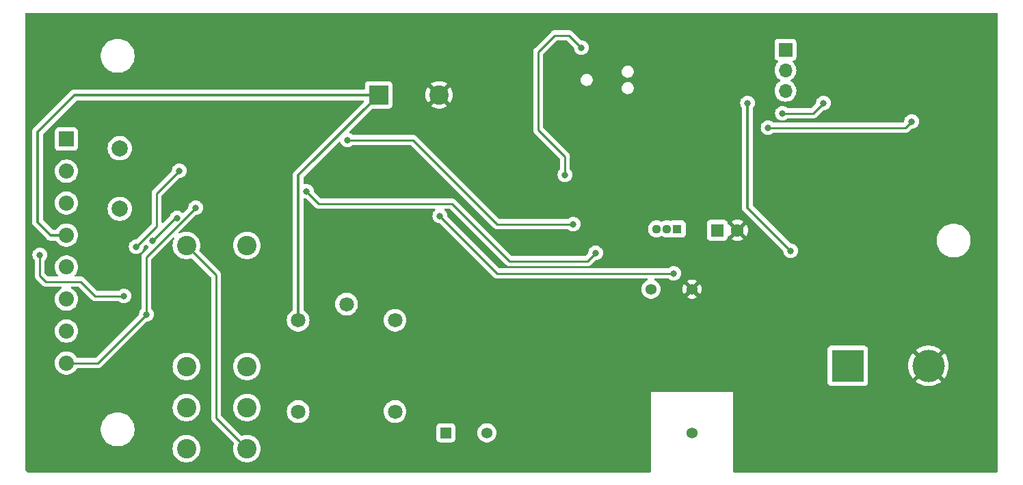
<source format=gbl>
%TF.GenerationSoftware,KiCad,Pcbnew,7.0.0-1.fc36*%
%TF.CreationDate,2023-03-23T22:09:31-05:00*%
%TF.ProjectId,2275Mod,32323735-4d6f-4642-9e6b-696361645f70,rev?*%
%TF.SameCoordinates,Original*%
%TF.FileFunction,Copper,L2,Bot*%
%TF.FilePolarity,Positive*%
%FSLAX46Y46*%
G04 Gerber Fmt 4.6, Leading zero omitted, Abs format (unit mm)*
G04 Created by KiCad (PCBNEW 7.0.0-1.fc36) date 2023-03-23 22:09:31*
%MOMM*%
%LPD*%
G01*
G04 APERTURE LIST*
%TA.AperFunction,ComponentPad*%
%ADD10R,2.400000X2.400000*%
%TD*%
%TA.AperFunction,ComponentPad*%
%ADD11C,2.400000*%
%TD*%
%TA.AperFunction,ComponentPad*%
%ADD12R,1.600000X1.600000*%
%TD*%
%TA.AperFunction,ComponentPad*%
%ADD13C,1.600000*%
%TD*%
%TA.AperFunction,ComponentPad*%
%ADD14R,1.700000X1.700000*%
%TD*%
%TA.AperFunction,ComponentPad*%
%ADD15O,1.700000X1.700000*%
%TD*%
%TA.AperFunction,ComponentPad*%
%ADD16R,1.358000X1.358000*%
%TD*%
%TA.AperFunction,ComponentPad*%
%ADD17C,1.358000*%
%TD*%
%TA.AperFunction,ComponentPad*%
%ADD18R,4.000000X4.000000*%
%TD*%
%TA.AperFunction,ComponentPad*%
%ADD19C,4.000000*%
%TD*%
%TA.AperFunction,ComponentPad*%
%ADD20R,1.120000X1.120000*%
%TD*%
%TA.AperFunction,ComponentPad*%
%ADD21C,1.120000*%
%TD*%
%TA.AperFunction,ComponentPad*%
%ADD22C,1.808000*%
%TD*%
%TA.AperFunction,ComponentPad*%
%ADD23C,2.000000*%
%TD*%
%TA.AperFunction,ComponentPad*%
%ADD24R,1.874000X1.874000*%
%TD*%
%TA.AperFunction,ComponentPad*%
%ADD25C,1.874000*%
%TD*%
%TA.AperFunction,ViaPad*%
%ADD26C,0.800000*%
%TD*%
%TA.AperFunction,Conductor*%
%ADD27C,0.250000*%
%TD*%
%TA.AperFunction,Conductor*%
%ADD28C,0.350000*%
%TD*%
G04 APERTURE END LIST*
D10*
%TO.P,C2,1*%
%TO.N,+24V*%
X145839245Y-81279999D03*
D11*
%TO.P,C2,2*%
%TO.N,GND*%
X153339246Y-81280000D03*
%TD*%
D12*
%TO.P,C3,1*%
%TO.N,+5V*%
X187770887Y-98043999D03*
D13*
%TO.P,C3,2*%
%TO.N,GND*%
X190270888Y-98044000D03*
%TD*%
D14*
%TO.P,J201,1,Pin_1*%
%TO.N,/MCU/Close*%
X196214999Y-75691999D03*
D15*
%TO.P,J201,2,Pin_2*%
%TO.N,/MCU/BLP*%
X196214999Y-78231999D03*
%TO.P,J201,3,Pin_3*%
%TO.N,/MCU/Open*%
X196214999Y-80771999D03*
%TD*%
D16*
%TO.P,PS1,1,VAC_IN(L)*%
%TO.N,Net-(PS1-VAC_IN(L))*%
X154167499Y-123104499D03*
D17*
%TO.P,PS1,2,VAC_IN(N)*%
%TO.N,Earth*%
X159247500Y-123104500D03*
%TO.P,PS1,3,NC*%
%TO.N,unconnected-(PS1-NC-Pad3)*%
X184647500Y-123104500D03*
%TO.P,PS1,4,-VOUT*%
%TO.N,GND*%
X184647500Y-105324500D03*
%TO.P,PS1,5,+VOUT*%
%TO.N,+24V*%
X179567500Y-105324500D03*
%TD*%
D11*
%TO.P,K1,1,1*%
%TO.N,/UTIL*%
X122047000Y-99917000D03*
%TO.P,K1,2,2*%
%TO.N,/L2*%
X129540000Y-99917000D03*
%TO.P,K1,3,3*%
%TO.N,unconnected-(K1-Pad3)*%
X129540000Y-114903000D03*
%TO.P,K1,4,4*%
%TO.N,Net-(PS1-VAC_IN(L))*%
X129540000Y-119983000D03*
%TO.P,K1,5,5*%
%TO.N,/UTIL*%
X129540000Y-125063000D03*
%TO.P,K1,6,6*%
%TO.N,Net-(PS1-VAC_IN(L))*%
X122047000Y-114903000D03*
%TO.P,K1,7,7*%
%TO.N,unconnected-(K1-Pad7)*%
X122047000Y-119983000D03*
%TO.P,K1,8,8*%
%TO.N,/G_L1*%
X122047000Y-125063000D03*
%TD*%
D18*
%TO.P,C201,1*%
%TO.N,/MCU/BLP*%
X203928629Y-114807999D03*
D19*
%TO.P,C201,2*%
%TO.N,GND*%
X213928630Y-114808000D03*
%TD*%
D20*
%TO.P,U1,1,OUT*%
%TO.N,+5V*%
X182796249Y-97885499D03*
D21*
%TO.P,U1,2,GND*%
%TO.N,GND*%
X181526250Y-97885500D03*
%TO.P,U1,3,IN*%
%TO.N,+24V*%
X180256250Y-97885500D03*
%TD*%
D22*
%TO.P,K2,1,1*%
%TO.N,/L1*%
X141876500Y-107177602D03*
%TO.P,K2,2,2*%
%TO.N,+24V*%
X135876501Y-109177604D03*
%TO.P,K2,3,3*%
%TO.N,unconnected-(K2-Pad3)*%
X135876501Y-120477599D03*
%TO.P,K2,4,4*%
%TO.N,/UTIL*%
X147876499Y-120477599D03*
%TO.P,K2,5,5*%
%TO.N,Net-(D1-K)*%
X147876499Y-109177604D03*
%TD*%
D23*
%TO.P,C1,1*%
%TO.N,Net-(C1-Pad1)*%
X113792000Y-87884000D03*
%TO.P,C1,2*%
%TO.N,/L2*%
X113792000Y-95384000D03*
%TD*%
D24*
%TO.P,J1,1,1*%
%TO.N,/L1*%
X107185999Y-86757499D03*
D25*
%TO.P,J1,2,2*%
%TO.N,/L2*%
X107186000Y-90717500D03*
%TO.P,J1,3,3*%
%TO.N,TEST*%
X107186000Y-94677500D03*
%TO.P,J1,4,4*%
%TO.N,+24V*%
X107186000Y-98637500D03*
%TO.P,J1,5,5*%
%TO.N,/G_L1*%
X107186000Y-102597500D03*
%TO.P,J1,6,6*%
%TO.N,unconnected-(J1-Pad6)*%
X107186000Y-106557500D03*
%TO.P,J1,7,7*%
%TO.N,unconnected-(J1-Pad7)*%
X107186000Y-110517500D03*
%TO.P,J1,8,8*%
%TO.N,Earth*%
X107186000Y-114477500D03*
%TD*%
D26*
%TO.N,/L1*%
X103886000Y-101092000D03*
X114300000Y-106172000D03*
%TO.N,Earth*%
X117094000Y-108458000D03*
X123190000Y-95250000D03*
%TO.N,GND*%
X137668000Y-100838000D03*
X133400800Y-76098400D03*
X106019600Y-119989600D03*
X200152000Y-93370400D03*
X181610000Y-101600000D03*
X165608000Y-90932000D03*
X168910000Y-118364000D03*
X106172000Y-77622400D03*
X129997200Y-104190800D03*
X122174000Y-75895200D03*
X219608400Y-89611200D03*
X157784800Y-106984800D03*
%TO.N,+5V*%
X153416000Y-96266000D03*
X182372000Y-103378000D03*
%TO.N,/MCU/DAT*%
X168910000Y-91186000D03*
X170942000Y-75438000D03*
%TO.N,/MCU/BLP*%
X191516000Y-82296000D03*
X196850000Y-100584000D03*
%TO.N,Net-(IC1-ANODE)*%
X120899701Y-96515701D03*
X117856000Y-99314000D03*
%TO.N,Net-(Q200-B)*%
X200914000Y-82296000D03*
X195834000Y-83566000D03*
%TO.N,Net-(Q201-B)*%
X194056000Y-85344000D03*
X211836000Y-84582000D03*
%TO.N,Net-(R4-Pad2)*%
X121158000Y-90678000D03*
X115824000Y-100076000D03*
%TO.N,UTIL_sig*%
X141986000Y-86868000D03*
X169926000Y-97282000D03*
%TO.N,GEN_sig*%
X136906000Y-93218000D03*
X172715701Y-100833701D03*
%TD*%
D27*
%TO.N,/L1*%
X114300000Y-106172000D02*
X110744000Y-106172000D01*
X109474000Y-104902000D02*
X108966000Y-104394000D01*
X108966000Y-104394000D02*
X104648000Y-104394000D01*
X104648000Y-104394000D02*
X103886000Y-103632000D01*
X103886000Y-103632000D02*
X103886000Y-101092000D01*
X110744000Y-106172000D02*
X109474000Y-104902000D01*
D28*
%TO.N,+24V*%
X107186000Y-98637500D02*
X105241500Y-98637500D01*
X135876501Y-91242745D02*
X145839246Y-81280000D01*
X103632000Y-85852000D02*
X108204000Y-81280000D01*
X105241500Y-98637500D02*
X103632000Y-97028000D01*
X103632000Y-97028000D02*
X103632000Y-85852000D01*
X135876501Y-109177604D02*
X135876501Y-91242745D01*
X108204000Y-81280000D02*
X145839246Y-81280000D01*
D27*
%TO.N,Earth*%
X123190000Y-95250000D02*
X117094000Y-101346000D01*
X117094000Y-108458000D02*
X111074500Y-114477500D01*
X117094000Y-101346000D02*
X117094000Y-108458000D01*
X111074500Y-114477500D02*
X107186000Y-114477500D01*
%TO.N,+5V*%
X160528000Y-103378000D02*
X153416000Y-96266000D01*
X182372000Y-103378000D02*
X160528000Y-103378000D01*
%TO.N,/MCU/DAT*%
X170942000Y-75438000D02*
X169418000Y-73914000D01*
X169418000Y-73914000D02*
X167640000Y-73914000D01*
X168910000Y-88900000D02*
X168910000Y-91186000D01*
X165608000Y-85598000D02*
X168910000Y-88900000D01*
X167640000Y-73914000D02*
X165608000Y-75946000D01*
X165608000Y-75946000D02*
X165608000Y-85598000D01*
D28*
%TO.N,/MCU/BLP*%
X191516000Y-82296000D02*
X191516000Y-95250000D01*
X191516000Y-95250000D02*
X196850000Y-100584000D01*
D27*
%TO.N,Net-(IC1-ANODE)*%
X120654299Y-96515701D02*
X117856000Y-99314000D01*
X120899701Y-96515701D02*
X120654299Y-96515701D01*
%TO.N,/UTIL*%
X125730000Y-121253000D02*
X125730000Y-103600000D01*
X129540000Y-125063000D02*
X125730000Y-121253000D01*
X125730000Y-103600000D02*
X122047000Y-99917000D01*
%TO.N,Net-(Q200-B)*%
X195834000Y-83566000D02*
X199644000Y-83566000D01*
X199644000Y-83566000D02*
X200914000Y-82296000D01*
%TO.N,Net-(Q201-B)*%
X194056000Y-85344000D02*
X211074000Y-85344000D01*
X211074000Y-85344000D02*
X211836000Y-84582000D01*
%TO.N,Net-(R4-Pad2)*%
X118364000Y-97536000D02*
X115824000Y-100076000D01*
X118364000Y-93472000D02*
X118364000Y-97536000D01*
X121158000Y-90678000D02*
X118364000Y-93472000D01*
%TO.N,UTIL_sig*%
X160528000Y-97282000D02*
X169926000Y-97282000D01*
X141986000Y-86868000D02*
X150114000Y-86868000D01*
X150114000Y-86868000D02*
X160528000Y-97282000D01*
%TO.N,GEN_sig*%
X172715701Y-100833701D02*
X171695402Y-101854000D01*
X154940000Y-94742000D02*
X138430000Y-94742000D01*
X162052000Y-101854000D02*
X154940000Y-94742000D01*
X138430000Y-94742000D02*
X136906000Y-93218000D01*
X171695402Y-101854000D02*
X162052000Y-101854000D01*
%TD*%
%TA.AperFunction,Conductor*%
%TO.N,GND*%
G36*
X222442000Y-71136613D02*
G01*
X222487387Y-71182000D01*
X222504000Y-71244000D01*
X222504000Y-127892000D01*
X222487387Y-127954000D01*
X222442000Y-127999387D01*
X222380000Y-128016000D01*
X189851500Y-128016000D01*
X189789500Y-127999387D01*
X189744113Y-127954000D01*
X189727500Y-127892000D01*
X189727500Y-118040826D01*
X189727500Y-118024500D01*
X179567500Y-118024500D01*
X179567500Y-118040826D01*
X179567500Y-127892000D01*
X179550887Y-127954000D01*
X179505500Y-127999387D01*
X179443500Y-128016000D01*
X102413362Y-128016000D01*
X102365909Y-128006561D01*
X102325681Y-127979681D01*
X102144319Y-127798319D01*
X102117439Y-127758091D01*
X102108000Y-127710638D01*
X102108000Y-125063000D01*
X120341732Y-125063000D01*
X120360778Y-125317157D01*
X120417492Y-125565637D01*
X120510607Y-125802888D01*
X120638041Y-126023612D01*
X120796950Y-126222877D01*
X120983783Y-126396232D01*
X121194366Y-126539805D01*
X121423996Y-126650389D01*
X121428424Y-126651754D01*
X121428427Y-126651756D01*
X121528576Y-126682647D01*
X121667542Y-126725513D01*
X121919565Y-126763500D01*
X122169800Y-126763500D01*
X122174435Y-126763500D01*
X122426458Y-126725513D01*
X122670004Y-126650389D01*
X122899634Y-126539805D01*
X123110217Y-126396232D01*
X123297050Y-126222877D01*
X123455959Y-126023612D01*
X123583393Y-125802888D01*
X123676508Y-125565637D01*
X123733222Y-125317157D01*
X123752268Y-125063000D01*
X123733222Y-124808843D01*
X123676508Y-124560363D01*
X123583393Y-124323112D01*
X123455959Y-124102388D01*
X123297050Y-123903123D01*
X123110217Y-123729768D01*
X122899634Y-123586195D01*
X122798601Y-123537540D01*
X122674183Y-123477623D01*
X122674177Y-123477620D01*
X122670004Y-123475611D01*
X122665582Y-123474247D01*
X122665572Y-123474243D01*
X122430891Y-123401854D01*
X122430886Y-123401852D01*
X122426458Y-123400487D01*
X122421878Y-123399796D01*
X122421871Y-123399795D01*
X122179018Y-123363190D01*
X122179007Y-123363189D01*
X122174435Y-123362500D01*
X121919565Y-123362500D01*
X121914993Y-123363189D01*
X121914981Y-123363190D01*
X121672128Y-123399795D01*
X121672118Y-123399797D01*
X121667542Y-123400487D01*
X121663116Y-123401851D01*
X121663108Y-123401854D01*
X121428427Y-123474243D01*
X121428412Y-123474248D01*
X121423996Y-123475611D01*
X121419827Y-123477618D01*
X121419816Y-123477623D01*
X121198551Y-123584179D01*
X121198544Y-123584182D01*
X121194366Y-123586195D01*
X121190533Y-123588808D01*
X121190530Y-123588810D01*
X121094558Y-123654243D01*
X120983783Y-123729768D01*
X120980391Y-123732914D01*
X120980385Y-123732920D01*
X120800931Y-123899429D01*
X120796950Y-123903123D01*
X120794060Y-123906745D01*
X120794057Y-123906750D01*
X120679983Y-124049794D01*
X120638041Y-124102388D01*
X120635722Y-124106403D01*
X120635721Y-124106406D01*
X120512928Y-124319091D01*
X120512925Y-124319096D01*
X120510607Y-124323112D01*
X120508913Y-124327426D01*
X120508911Y-124327432D01*
X120419189Y-124556038D01*
X120417492Y-124560363D01*
X120416459Y-124564884D01*
X120416458Y-124564891D01*
X120361809Y-124804323D01*
X120361807Y-124804331D01*
X120360778Y-124808843D01*
X120341732Y-125063000D01*
X102108000Y-125063000D01*
X102108000Y-122825678D01*
X111437500Y-122825678D01*
X111438075Y-122829862D01*
X111438076Y-122829875D01*
X111476051Y-123106158D01*
X111476053Y-123106168D01*
X111476629Y-123110358D01*
X111477768Y-123114424D01*
X111477771Y-123114437D01*
X111553015Y-123382986D01*
X111554156Y-123387058D01*
X111555837Y-123390929D01*
X111555841Y-123390939D01*
X111666950Y-123646738D01*
X111666953Y-123646745D01*
X111668639Y-123650625D01*
X111817945Y-123896147D01*
X111820614Y-123899428D01*
X111820615Y-123899429D01*
X111989002Y-124106406D01*
X111999292Y-124119053D01*
X112209302Y-124315189D01*
X112212761Y-124317630D01*
X112212764Y-124317633D01*
X112284793Y-124368476D01*
X112444064Y-124480901D01*
X112699203Y-124613104D01*
X112969968Y-124709334D01*
X113251314Y-124767798D01*
X113466248Y-124782500D01*
X113607628Y-124782500D01*
X113609752Y-124782500D01*
X113824686Y-124767798D01*
X114106032Y-124709334D01*
X114376797Y-124613104D01*
X114631936Y-124480901D01*
X114866698Y-124315189D01*
X115076708Y-124119053D01*
X115258055Y-123896147D01*
X115407361Y-123650625D01*
X115521844Y-123387058D01*
X115599371Y-123110358D01*
X115638500Y-122825678D01*
X115638500Y-122538322D01*
X115599371Y-122253642D01*
X115521844Y-121976942D01*
X115516729Y-121965167D01*
X115409049Y-121717261D01*
X115409048Y-121717260D01*
X115407361Y-121713375D01*
X115258055Y-121467853D01*
X115136825Y-121318841D01*
X115079380Y-121248231D01*
X115079377Y-121248228D01*
X115076708Y-121244947D01*
X114866698Y-121048811D01*
X114863240Y-121046370D01*
X114863235Y-121046366D01*
X114635401Y-120885545D01*
X114635402Y-120885545D01*
X114631936Y-120883099D01*
X114628173Y-120881149D01*
X114380559Y-120752845D01*
X114380555Y-120752843D01*
X114376797Y-120750896D01*
X114372805Y-120749477D01*
X114372800Y-120749475D01*
X114110025Y-120656085D01*
X114110023Y-120656084D01*
X114106032Y-120654666D01*
X114101882Y-120653803D01*
X114101880Y-120653803D01*
X113828832Y-120597063D01*
X113828824Y-120597061D01*
X113824686Y-120596202D01*
X113820468Y-120595913D01*
X113820465Y-120595913D01*
X113611869Y-120581644D01*
X113611845Y-120581643D01*
X113609752Y-120581500D01*
X113466248Y-120581500D01*
X113464155Y-120581643D01*
X113464130Y-120581644D01*
X113255534Y-120595913D01*
X113255529Y-120595913D01*
X113251314Y-120596202D01*
X113247177Y-120597061D01*
X113247167Y-120597063D01*
X112974119Y-120653803D01*
X112974113Y-120653804D01*
X112969968Y-120654666D01*
X112965980Y-120656083D01*
X112965974Y-120656085D01*
X112703199Y-120749475D01*
X112703188Y-120749479D01*
X112699203Y-120750896D01*
X112695450Y-120752840D01*
X112695440Y-120752845D01*
X112447826Y-120881149D01*
X112447818Y-120881153D01*
X112444064Y-120883099D01*
X112440603Y-120885541D01*
X112440598Y-120885545D01*
X112212764Y-121046366D01*
X112212752Y-121046375D01*
X112209302Y-121048811D01*
X112206214Y-121051694D01*
X112206209Y-121051699D01*
X112002383Y-121242059D01*
X112002374Y-121242068D01*
X111999292Y-121244947D01*
X111996628Y-121248220D01*
X111996619Y-121248231D01*
X111820615Y-121464570D01*
X111820609Y-121464578D01*
X111817945Y-121467853D01*
X111815751Y-121471460D01*
X111815748Y-121471465D01*
X111670839Y-121709756D01*
X111670834Y-121709764D01*
X111668639Y-121713375D01*
X111666956Y-121717248D01*
X111666950Y-121717261D01*
X111555841Y-121973060D01*
X111555835Y-121973075D01*
X111554156Y-121976942D01*
X111553016Y-121981008D01*
X111553015Y-121981013D01*
X111477771Y-122249562D01*
X111477767Y-122249577D01*
X111476629Y-122253642D01*
X111476053Y-122257828D01*
X111476051Y-122257841D01*
X111438076Y-122534124D01*
X111438075Y-122534138D01*
X111437500Y-122538322D01*
X111437500Y-122825678D01*
X102108000Y-122825678D01*
X102108000Y-119983000D01*
X120341732Y-119983000D01*
X120360778Y-120237157D01*
X120361808Y-120241670D01*
X120361809Y-120241676D01*
X120363881Y-120250753D01*
X120417492Y-120485637D01*
X120419188Y-120489960D01*
X120419189Y-120489961D01*
X120484388Y-120656085D01*
X120510607Y-120722888D01*
X120638041Y-120943612D01*
X120796950Y-121142877D01*
X120983783Y-121316232D01*
X121194366Y-121459805D01*
X121423996Y-121570389D01*
X121428424Y-121571754D01*
X121428427Y-121571756D01*
X121509605Y-121596796D01*
X121667542Y-121645513D01*
X121919565Y-121683500D01*
X122169800Y-121683500D01*
X122174435Y-121683500D01*
X122426458Y-121645513D01*
X122670004Y-121570389D01*
X122899634Y-121459805D01*
X123110217Y-121316232D01*
X123297050Y-121142877D01*
X123455959Y-120943612D01*
X123583393Y-120722888D01*
X123676508Y-120485637D01*
X123733222Y-120237157D01*
X123752268Y-119983000D01*
X123733222Y-119728843D01*
X123676508Y-119480363D01*
X123583393Y-119243112D01*
X123455959Y-119022388D01*
X123297050Y-118823123D01*
X123110217Y-118649768D01*
X122899634Y-118506195D01*
X122895448Y-118504179D01*
X122674183Y-118397623D01*
X122674177Y-118397620D01*
X122670004Y-118395611D01*
X122665582Y-118394247D01*
X122665572Y-118394243D01*
X122430891Y-118321854D01*
X122430886Y-118321852D01*
X122426458Y-118320487D01*
X122421878Y-118319796D01*
X122421871Y-118319795D01*
X122179018Y-118283190D01*
X122179007Y-118283189D01*
X122174435Y-118282500D01*
X121919565Y-118282500D01*
X121914993Y-118283189D01*
X121914981Y-118283190D01*
X121672128Y-118319795D01*
X121672118Y-118319797D01*
X121667542Y-118320487D01*
X121663116Y-118321851D01*
X121663108Y-118321854D01*
X121428427Y-118394243D01*
X121428412Y-118394248D01*
X121423996Y-118395611D01*
X121419827Y-118397618D01*
X121419816Y-118397623D01*
X121198551Y-118504179D01*
X121198544Y-118504182D01*
X121194366Y-118506195D01*
X120983783Y-118649768D01*
X120980391Y-118652914D01*
X120980385Y-118652920D01*
X120800351Y-118819967D01*
X120796950Y-118823123D01*
X120794060Y-118826745D01*
X120794057Y-118826750D01*
X120640933Y-119018761D01*
X120638041Y-119022388D01*
X120635722Y-119026403D01*
X120635721Y-119026406D01*
X120512928Y-119239091D01*
X120512925Y-119239096D01*
X120510607Y-119243112D01*
X120508913Y-119247426D01*
X120508911Y-119247432D01*
X120431565Y-119444506D01*
X120417492Y-119480363D01*
X120416459Y-119484884D01*
X120416458Y-119484891D01*
X120361809Y-119724323D01*
X120361807Y-119724331D01*
X120360778Y-119728843D01*
X120341732Y-119983000D01*
X102108000Y-119983000D01*
X102108000Y-114477500D01*
X105743573Y-114477500D01*
X105743997Y-114482617D01*
X105762821Y-114709796D01*
X105762822Y-114709804D01*
X105763246Y-114714916D01*
X105764503Y-114719883D01*
X105764505Y-114719890D01*
X105812048Y-114907630D01*
X105821728Y-114945855D01*
X105834806Y-114975670D01*
X105915362Y-115159322D01*
X105915365Y-115159329D01*
X105917423Y-115164019D01*
X105920223Y-115168305D01*
X105920227Y-115168312D01*
X106042301Y-115355160D01*
X106047722Y-115363457D01*
X106051196Y-115367230D01*
X106051197Y-115367232D01*
X106086551Y-115405637D01*
X106209071Y-115538728D01*
X106397067Y-115685052D01*
X106401574Y-115687491D01*
X106401577Y-115687493D01*
X106473520Y-115726426D01*
X106606584Y-115798436D01*
X106831905Y-115875789D01*
X107066885Y-115915000D01*
X107299982Y-115915000D01*
X107305115Y-115915000D01*
X107540095Y-115875789D01*
X107765416Y-115798436D01*
X107974933Y-115685052D01*
X108162929Y-115538728D01*
X108324278Y-115363457D01*
X108454577Y-115164019D01*
X108455301Y-115164492D01*
X108497529Y-115120479D01*
X108561005Y-115103000D01*
X110996725Y-115103000D01*
X111007780Y-115103521D01*
X111015167Y-115105173D01*
X111082372Y-115103061D01*
X111086268Y-115103000D01*
X111109948Y-115103000D01*
X111113850Y-115103000D01*
X111117813Y-115102499D01*
X111129463Y-115101580D01*
X111173127Y-115100209D01*
X111192361Y-115094619D01*
X111211417Y-115090674D01*
X111231292Y-115088164D01*
X111271895Y-115072087D01*
X111282950Y-115068302D01*
X111324890Y-115056118D01*
X111342129Y-115045922D01*
X111359603Y-115037362D01*
X111370974Y-115032860D01*
X111370976Y-115032858D01*
X111378232Y-115029986D01*
X111413569Y-115004311D01*
X111423324Y-114997903D01*
X111460920Y-114975670D01*
X111475084Y-114961505D01*
X111489879Y-114948868D01*
X111506087Y-114937094D01*
X111533928Y-114903438D01*
X111534327Y-114903000D01*
X120341732Y-114903000D01*
X120342079Y-114907630D01*
X120358426Y-115125779D01*
X120360778Y-115157157D01*
X120361808Y-115161670D01*
X120361809Y-115161676D01*
X120408726Y-115367232D01*
X120417492Y-115405637D01*
X120510607Y-115642888D01*
X120638041Y-115863612D01*
X120796950Y-116062877D01*
X120983783Y-116236232D01*
X121194366Y-116379805D01*
X121423996Y-116490389D01*
X121428424Y-116491754D01*
X121428427Y-116491756D01*
X121528576Y-116522647D01*
X121667542Y-116565513D01*
X121919565Y-116603500D01*
X122169800Y-116603500D01*
X122174435Y-116603500D01*
X122426458Y-116565513D01*
X122670004Y-116490389D01*
X122899634Y-116379805D01*
X123110217Y-116236232D01*
X123297050Y-116062877D01*
X123455959Y-115863612D01*
X123583393Y-115642888D01*
X123676508Y-115405637D01*
X123733222Y-115157157D01*
X123752268Y-114903000D01*
X123733222Y-114648843D01*
X123676508Y-114400363D01*
X123583393Y-114163112D01*
X123455959Y-113942388D01*
X123297050Y-113743123D01*
X123110217Y-113569768D01*
X122899634Y-113426195D01*
X122872496Y-113413126D01*
X122674183Y-113317623D01*
X122674177Y-113317620D01*
X122670004Y-113315611D01*
X122665582Y-113314247D01*
X122665572Y-113314243D01*
X122430891Y-113241854D01*
X122430886Y-113241852D01*
X122426458Y-113240487D01*
X122421878Y-113239796D01*
X122421871Y-113239795D01*
X122179018Y-113203190D01*
X122179007Y-113203189D01*
X122174435Y-113202500D01*
X121919565Y-113202500D01*
X121914993Y-113203189D01*
X121914981Y-113203190D01*
X121672128Y-113239795D01*
X121672118Y-113239797D01*
X121667542Y-113240487D01*
X121663116Y-113241851D01*
X121663108Y-113241854D01*
X121428427Y-113314243D01*
X121428412Y-113314248D01*
X121423996Y-113315611D01*
X121419827Y-113317618D01*
X121419816Y-113317623D01*
X121198551Y-113424179D01*
X121198544Y-113424182D01*
X121194366Y-113426195D01*
X120983783Y-113569768D01*
X120980391Y-113572914D01*
X120980385Y-113572920D01*
X120800351Y-113739967D01*
X120796950Y-113743123D01*
X120794060Y-113746745D01*
X120794057Y-113746750D01*
X120640933Y-113938761D01*
X120638041Y-113942388D01*
X120635722Y-113946403D01*
X120635721Y-113946406D01*
X120512928Y-114159091D01*
X120512925Y-114159096D01*
X120510607Y-114163112D01*
X120508913Y-114167426D01*
X120508911Y-114167432D01*
X120482350Y-114235109D01*
X120417492Y-114400363D01*
X120416459Y-114404884D01*
X120416458Y-114404891D01*
X120361809Y-114644323D01*
X120361807Y-114644331D01*
X120360778Y-114648843D01*
X120360431Y-114653462D01*
X120360431Y-114653468D01*
X120355454Y-114719890D01*
X120341732Y-114903000D01*
X111534327Y-114903000D01*
X111541779Y-114894809D01*
X117041770Y-109394819D01*
X117081999Y-109367939D01*
X117129452Y-109358500D01*
X117182143Y-109358500D01*
X117188646Y-109358500D01*
X117373803Y-109319144D01*
X117546730Y-109242151D01*
X117699871Y-109130888D01*
X117826533Y-108990216D01*
X117921179Y-108826284D01*
X117979674Y-108646256D01*
X117999460Y-108458000D01*
X117979674Y-108269744D01*
X117921179Y-108089716D01*
X117826533Y-107925784D01*
X117791604Y-107886992D01*
X117751350Y-107842285D01*
X117727736Y-107803751D01*
X117719500Y-107759313D01*
X117719500Y-101656452D01*
X117728939Y-101608999D01*
X117755819Y-101568771D01*
X120340645Y-98983945D01*
X120391038Y-98953365D01*
X120449858Y-98949510D01*
X120503812Y-98973250D01*
X120540708Y-99019220D01*
X120552208Y-99077034D01*
X120535714Y-99133625D01*
X120512929Y-99173091D01*
X120510607Y-99177112D01*
X120508913Y-99181426D01*
X120508911Y-99181432D01*
X120420012Y-99407942D01*
X120417492Y-99414363D01*
X120416459Y-99418884D01*
X120416458Y-99418891D01*
X120361809Y-99658323D01*
X120361807Y-99658331D01*
X120360778Y-99662843D01*
X120360431Y-99667462D01*
X120360431Y-99667468D01*
X120343924Y-99887744D01*
X120341732Y-99917000D01*
X120342079Y-99921630D01*
X120360364Y-100165643D01*
X120360778Y-100171157D01*
X120361808Y-100175670D01*
X120361809Y-100175676D01*
X120413513Y-100402204D01*
X120417492Y-100419637D01*
X120419187Y-100423956D01*
X120419189Y-100423961D01*
X120492801Y-100611521D01*
X120510607Y-100656888D01*
X120638041Y-100877612D01*
X120796950Y-101076877D01*
X120983783Y-101250232D01*
X121194366Y-101393805D01*
X121423996Y-101504389D01*
X121428424Y-101505754D01*
X121428427Y-101505756D01*
X121517159Y-101533126D01*
X121667542Y-101579513D01*
X121919565Y-101617500D01*
X122169800Y-101617500D01*
X122174435Y-101617500D01*
X122426458Y-101579513D01*
X122659591Y-101507600D01*
X122725988Y-101505738D01*
X122783821Y-101538411D01*
X125068181Y-103822771D01*
X125095061Y-103862999D01*
X125104500Y-103910452D01*
X125104500Y-121175225D01*
X125103978Y-121186280D01*
X125102327Y-121193667D01*
X125102571Y-121201453D01*
X125102571Y-121201461D01*
X125104439Y-121260873D01*
X125104500Y-121264768D01*
X125104500Y-121292350D01*
X125104988Y-121296219D01*
X125104989Y-121296225D01*
X125105004Y-121296343D01*
X125105918Y-121307966D01*
X125107045Y-121343830D01*
X125107046Y-121343837D01*
X125107291Y-121351627D01*
X125109467Y-121359119D01*
X125109468Y-121359121D01*
X125112879Y-121370862D01*
X125116825Y-121389915D01*
X125119336Y-121409792D01*
X125122206Y-121417042D01*
X125122208Y-121417048D01*
X125135414Y-121450404D01*
X125139197Y-121461451D01*
X125151382Y-121503390D01*
X125155353Y-121510105D01*
X125155354Y-121510107D01*
X125161581Y-121520637D01*
X125170136Y-121538099D01*
X125174642Y-121549480D01*
X125174643Y-121549483D01*
X125177514Y-121556732D01*
X125188430Y-121571756D01*
X125203181Y-121592060D01*
X125209593Y-121601822D01*
X125227856Y-121632702D01*
X125227859Y-121632707D01*
X125231830Y-121639420D01*
X125237345Y-121644935D01*
X125245990Y-121653580D01*
X125258626Y-121668374D01*
X125265819Y-121678275D01*
X125265823Y-121678279D01*
X125270406Y-121684587D01*
X125276415Y-121689558D01*
X125276416Y-121689559D01*
X125304058Y-121712426D01*
X125312699Y-121720289D01*
X127921371Y-124328961D01*
X127947953Y-124368476D01*
X127957680Y-124415096D01*
X127949119Y-124461940D01*
X127910492Y-124560363D01*
X127909460Y-124564881D01*
X127909459Y-124564887D01*
X127854809Y-124804323D01*
X127854807Y-124804331D01*
X127853778Y-124808843D01*
X127834732Y-125063000D01*
X127853778Y-125317157D01*
X127910492Y-125565637D01*
X128003607Y-125802888D01*
X128131041Y-126023612D01*
X128289950Y-126222877D01*
X128476783Y-126396232D01*
X128687366Y-126539805D01*
X128916996Y-126650389D01*
X128921424Y-126651754D01*
X128921427Y-126651756D01*
X129021576Y-126682647D01*
X129160542Y-126725513D01*
X129412565Y-126763500D01*
X129662800Y-126763500D01*
X129667435Y-126763500D01*
X129919458Y-126725513D01*
X130163004Y-126650389D01*
X130392634Y-126539805D01*
X130603217Y-126396232D01*
X130790050Y-126222877D01*
X130948959Y-126023612D01*
X131076393Y-125802888D01*
X131169508Y-125565637D01*
X131226222Y-125317157D01*
X131245268Y-125063000D01*
X131226222Y-124808843D01*
X131169508Y-124560363D01*
X131076393Y-124323112D01*
X130948959Y-124102388D01*
X130790050Y-123903123D01*
X130709170Y-123828078D01*
X152988000Y-123828078D01*
X152988001Y-123831372D01*
X152988353Y-123834650D01*
X152988354Y-123834661D01*
X152993579Y-123883268D01*
X152993580Y-123883273D01*
X152994409Y-123890983D01*
X152997119Y-123898249D01*
X152997120Y-123898253D01*
X153030717Y-123988331D01*
X153044704Y-124025831D01*
X153050018Y-124032930D01*
X153050019Y-124032931D01*
X153102014Y-124102388D01*
X153130954Y-124141046D01*
X153246169Y-124227296D01*
X153381017Y-124277591D01*
X153440627Y-124284000D01*
X154894372Y-124283999D01*
X154953983Y-124277591D01*
X155088831Y-124227296D01*
X155204046Y-124141046D01*
X155290296Y-124025831D01*
X155340591Y-123890983D01*
X155347000Y-123831373D01*
X155346999Y-123104500D01*
X158062947Y-123104500D01*
X158083116Y-123322161D01*
X158084685Y-123327675D01*
X158141367Y-123526895D01*
X158141370Y-123526903D01*
X158142937Y-123532410D01*
X158145489Y-123537535D01*
X158145491Y-123537540D01*
X158237818Y-123722957D01*
X158237820Y-123722961D01*
X158240373Y-123728087D01*
X158243822Y-123732654D01*
X158243825Y-123732659D01*
X158367286Y-123896147D01*
X158372105Y-123902528D01*
X158533647Y-124049794D01*
X158719499Y-124164868D01*
X158923332Y-124243833D01*
X159138203Y-124284000D01*
X159351068Y-124284000D01*
X159356797Y-124284000D01*
X159571668Y-124243833D01*
X159775501Y-124164868D01*
X159961353Y-124049794D01*
X160122895Y-123902528D01*
X160254627Y-123728087D01*
X160352063Y-123532410D01*
X160411884Y-123322161D01*
X160432053Y-123104500D01*
X160411884Y-122886839D01*
X160352063Y-122676590D01*
X160254627Y-122480913D01*
X160131613Y-122318017D01*
X160126347Y-122311043D01*
X160126346Y-122311042D01*
X160122895Y-122306472D01*
X159961353Y-122159206D01*
X159775501Y-122044132D01*
X159770158Y-122042062D01*
X159577015Y-121967238D01*
X159577010Y-121967236D01*
X159571668Y-121965167D01*
X159566030Y-121964113D01*
X159362426Y-121926052D01*
X159362423Y-121926051D01*
X159356797Y-121925000D01*
X159138203Y-121925000D01*
X159132577Y-121926051D01*
X159132573Y-121926052D01*
X158928969Y-121964113D01*
X158928966Y-121964113D01*
X158923332Y-121965167D01*
X158917991Y-121967235D01*
X158917984Y-121967238D01*
X158724841Y-122042062D01*
X158724836Y-122042064D01*
X158719499Y-122044132D01*
X158714627Y-122047148D01*
X158714624Y-122047150D01*
X158538520Y-122156188D01*
X158538514Y-122156192D01*
X158533647Y-122159206D01*
X158529418Y-122163061D01*
X158529413Y-122163065D01*
X158376337Y-122302613D01*
X158376331Y-122302618D01*
X158372105Y-122306472D01*
X158368658Y-122311035D01*
X158368652Y-122311043D01*
X158243825Y-122476340D01*
X158243818Y-122476350D01*
X158240373Y-122480913D01*
X158237823Y-122486033D01*
X158237818Y-122486042D01*
X158145491Y-122671459D01*
X158145487Y-122671467D01*
X158142937Y-122676590D01*
X158141371Y-122682093D01*
X158141367Y-122682104D01*
X158084685Y-122881324D01*
X158083116Y-122886839D01*
X158062947Y-123104500D01*
X155346999Y-123104500D01*
X155346999Y-122377628D01*
X155340591Y-122318017D01*
X155290296Y-122183169D01*
X155204046Y-122067954D01*
X155176255Y-122047150D01*
X155095931Y-121987019D01*
X155095930Y-121987018D01*
X155088831Y-121981704D01*
X154953983Y-121931409D01*
X154946270Y-121930579D01*
X154946267Y-121930579D01*
X154897680Y-121925355D01*
X154897669Y-121925354D01*
X154894373Y-121925000D01*
X154891050Y-121925000D01*
X153443939Y-121925000D01*
X153443920Y-121925000D01*
X153440628Y-121925001D01*
X153437350Y-121925353D01*
X153437338Y-121925354D01*
X153388731Y-121930579D01*
X153388725Y-121930580D01*
X153381017Y-121931409D01*
X153373752Y-121934118D01*
X153373746Y-121934120D01*
X153254480Y-121978604D01*
X153254478Y-121978604D01*
X153246169Y-121981704D01*
X153239072Y-121987016D01*
X153239068Y-121987019D01*
X153138050Y-122062641D01*
X153138046Y-122062644D01*
X153130954Y-122067954D01*
X153125644Y-122075046D01*
X153125641Y-122075050D01*
X153050019Y-122176068D01*
X153050016Y-122176072D01*
X153044704Y-122183169D01*
X153041604Y-122191478D01*
X153041604Y-122191480D01*
X152997120Y-122310747D01*
X152997119Y-122310750D01*
X152994409Y-122318017D01*
X152993579Y-122325727D01*
X152993579Y-122325732D01*
X152988355Y-122374319D01*
X152988354Y-122374331D01*
X152988000Y-122377627D01*
X152988000Y-122380948D01*
X152988000Y-122380949D01*
X152988000Y-123828060D01*
X152988000Y-123828078D01*
X130709170Y-123828078D01*
X130603217Y-123729768D01*
X130392634Y-123586195D01*
X130291601Y-123537540D01*
X130167183Y-123477623D01*
X130167177Y-123477620D01*
X130163004Y-123475611D01*
X130158582Y-123474247D01*
X130158572Y-123474243D01*
X129923891Y-123401854D01*
X129923886Y-123401852D01*
X129919458Y-123400487D01*
X129914878Y-123399796D01*
X129914871Y-123399795D01*
X129672018Y-123363190D01*
X129672007Y-123363189D01*
X129667435Y-123362500D01*
X129412565Y-123362500D01*
X129407993Y-123363189D01*
X129407981Y-123363190D01*
X129165128Y-123399795D01*
X129165118Y-123399797D01*
X129160542Y-123400487D01*
X129156115Y-123401852D01*
X129156104Y-123401855D01*
X128927408Y-123472398D01*
X128861010Y-123474261D01*
X128803178Y-123441588D01*
X126391819Y-121030228D01*
X126364939Y-120990000D01*
X126355500Y-120942547D01*
X126355500Y-119983000D01*
X127834732Y-119983000D01*
X127853778Y-120237157D01*
X127854808Y-120241670D01*
X127854809Y-120241676D01*
X127856881Y-120250753D01*
X127910492Y-120485637D01*
X127912188Y-120489960D01*
X127912189Y-120489961D01*
X127977388Y-120656085D01*
X128003607Y-120722888D01*
X128131041Y-120943612D01*
X128289950Y-121142877D01*
X128476783Y-121316232D01*
X128687366Y-121459805D01*
X128916996Y-121570389D01*
X128921424Y-121571754D01*
X128921427Y-121571756D01*
X129002605Y-121596796D01*
X129160542Y-121645513D01*
X129412565Y-121683500D01*
X129662800Y-121683500D01*
X129667435Y-121683500D01*
X129919458Y-121645513D01*
X130163004Y-121570389D01*
X130392634Y-121459805D01*
X130603217Y-121316232D01*
X130790050Y-121142877D01*
X130948959Y-120943612D01*
X131076393Y-120722888D01*
X131169508Y-120485637D01*
X131171343Y-120477599D01*
X134467187Y-120477599D01*
X134467611Y-120482716D01*
X134485983Y-120704444D01*
X134485984Y-120704452D01*
X134486408Y-120709564D01*
X134487665Y-120714531D01*
X134487667Y-120714538D01*
X134530353Y-120883099D01*
X134543548Y-120935203D01*
X134547237Y-120943612D01*
X134634985Y-121143661D01*
X134634988Y-121143667D01*
X134637046Y-121148358D01*
X134639846Y-121152644D01*
X134639850Y-121152651D01*
X134713100Y-121264768D01*
X134764354Y-121343218D01*
X134767830Y-121346994D01*
X134767834Y-121346999D01*
X134918524Y-121510691D01*
X134918529Y-121510695D01*
X134921999Y-121514465D01*
X135021693Y-121592060D01*
X135089626Y-121644935D01*
X135105679Y-121657429D01*
X135310386Y-121768211D01*
X135530535Y-121843788D01*
X135760121Y-121882099D01*
X135987748Y-121882099D01*
X135992881Y-121882099D01*
X136222467Y-121843788D01*
X136442616Y-121768211D01*
X136647323Y-121657429D01*
X136831003Y-121514465D01*
X136988648Y-121343218D01*
X137115956Y-121148358D01*
X137209454Y-120935203D01*
X137266594Y-120709564D01*
X137285815Y-120477599D01*
X146467185Y-120477599D01*
X146467609Y-120482716D01*
X146485981Y-120704444D01*
X146485982Y-120704452D01*
X146486406Y-120709564D01*
X146487663Y-120714531D01*
X146487665Y-120714538D01*
X146530351Y-120883099D01*
X146543546Y-120935203D01*
X146547235Y-120943612D01*
X146634983Y-121143661D01*
X146634986Y-121143667D01*
X146637044Y-121148358D01*
X146639844Y-121152644D01*
X146639848Y-121152651D01*
X146713098Y-121264768D01*
X146764352Y-121343218D01*
X146767828Y-121346994D01*
X146767832Y-121346999D01*
X146918522Y-121510691D01*
X146918527Y-121510695D01*
X146921997Y-121514465D01*
X147021691Y-121592060D01*
X147089624Y-121644935D01*
X147105677Y-121657429D01*
X147310384Y-121768211D01*
X147530533Y-121843788D01*
X147760119Y-121882099D01*
X147987746Y-121882099D01*
X147992879Y-121882099D01*
X148222465Y-121843788D01*
X148442614Y-121768211D01*
X148647321Y-121657429D01*
X148831001Y-121514465D01*
X148988646Y-121343218D01*
X149115954Y-121148358D01*
X149209452Y-120935203D01*
X149266592Y-120709564D01*
X149285813Y-120477599D01*
X149266592Y-120245634D01*
X149209452Y-120019995D01*
X149115954Y-119806840D01*
X148988646Y-119611980D01*
X148985168Y-119608202D01*
X148985165Y-119608198D01*
X148834475Y-119444506D01*
X148834470Y-119444501D01*
X148831001Y-119440733D01*
X148739161Y-119369251D01*
X148651370Y-119300920D01*
X148651366Y-119300917D01*
X148647321Y-119297769D01*
X148642816Y-119295331D01*
X148642813Y-119295329D01*
X148447118Y-119189424D01*
X148447113Y-119189422D01*
X148442614Y-119186987D01*
X148437773Y-119185325D01*
X148437766Y-119185322D01*
X148227318Y-119113076D01*
X148227317Y-119113075D01*
X148222465Y-119111410D01*
X148217415Y-119110567D01*
X148217406Y-119110565D01*
X147997941Y-119073943D01*
X147997932Y-119073942D01*
X147992879Y-119073099D01*
X147760119Y-119073099D01*
X147755066Y-119073942D01*
X147755056Y-119073943D01*
X147535591Y-119110565D01*
X147535579Y-119110567D01*
X147530533Y-119111410D01*
X147525683Y-119113074D01*
X147525679Y-119113076D01*
X147315231Y-119185322D01*
X147315220Y-119185326D01*
X147310384Y-119186987D01*
X147305888Y-119189419D01*
X147305879Y-119189424D01*
X147110184Y-119295329D01*
X147110175Y-119295334D01*
X147105677Y-119297769D01*
X147101636Y-119300913D01*
X147101627Y-119300920D01*
X146926045Y-119437582D01*
X146921997Y-119440733D01*
X146918533Y-119444495D01*
X146918522Y-119444506D01*
X146767832Y-119608198D01*
X146767823Y-119608209D01*
X146764352Y-119611980D01*
X146761546Y-119616274D01*
X146761542Y-119616280D01*
X146639848Y-119802546D01*
X146639841Y-119802558D01*
X146637044Y-119806840D01*
X146634989Y-119811524D01*
X146634983Y-119811536D01*
X146545606Y-120015298D01*
X146543546Y-120019995D01*
X146542288Y-120024960D01*
X146542287Y-120024965D01*
X146487665Y-120240659D01*
X146487663Y-120240668D01*
X146486406Y-120245634D01*
X146485982Y-120250743D01*
X146485981Y-120250753D01*
X146467609Y-120472482D01*
X146467185Y-120477599D01*
X137285815Y-120477599D01*
X137266594Y-120245634D01*
X137209454Y-120019995D01*
X137115956Y-119806840D01*
X136988648Y-119611980D01*
X136985170Y-119608202D01*
X136985167Y-119608198D01*
X136834477Y-119444506D01*
X136834472Y-119444501D01*
X136831003Y-119440733D01*
X136739163Y-119369251D01*
X136651372Y-119300920D01*
X136651368Y-119300917D01*
X136647323Y-119297769D01*
X136642818Y-119295331D01*
X136642815Y-119295329D01*
X136447120Y-119189424D01*
X136447115Y-119189422D01*
X136442616Y-119186987D01*
X136437775Y-119185325D01*
X136437768Y-119185322D01*
X136227320Y-119113076D01*
X136227319Y-119113075D01*
X136222467Y-119111410D01*
X136217417Y-119110567D01*
X136217408Y-119110565D01*
X135997943Y-119073943D01*
X135997934Y-119073942D01*
X135992881Y-119073099D01*
X135760121Y-119073099D01*
X135755068Y-119073942D01*
X135755058Y-119073943D01*
X135535593Y-119110565D01*
X135535581Y-119110567D01*
X135530535Y-119111410D01*
X135525685Y-119113074D01*
X135525681Y-119113076D01*
X135315233Y-119185322D01*
X135315222Y-119185326D01*
X135310386Y-119186987D01*
X135305890Y-119189419D01*
X135305881Y-119189424D01*
X135110186Y-119295329D01*
X135110177Y-119295334D01*
X135105679Y-119297769D01*
X135101638Y-119300913D01*
X135101629Y-119300920D01*
X134926047Y-119437582D01*
X134921999Y-119440733D01*
X134918535Y-119444495D01*
X134918524Y-119444506D01*
X134767834Y-119608198D01*
X134767825Y-119608209D01*
X134764354Y-119611980D01*
X134761548Y-119616274D01*
X134761544Y-119616280D01*
X134639850Y-119802546D01*
X134639843Y-119802558D01*
X134637046Y-119806840D01*
X134634991Y-119811524D01*
X134634985Y-119811536D01*
X134545608Y-120015298D01*
X134543548Y-120019995D01*
X134542290Y-120024960D01*
X134542289Y-120024965D01*
X134487667Y-120240659D01*
X134487665Y-120240668D01*
X134486408Y-120245634D01*
X134485984Y-120250743D01*
X134485983Y-120250753D01*
X134467611Y-120472482D01*
X134467187Y-120477599D01*
X131171343Y-120477599D01*
X131226222Y-120237157D01*
X131245268Y-119983000D01*
X131226222Y-119728843D01*
X131169508Y-119480363D01*
X131076393Y-119243112D01*
X130948959Y-119022388D01*
X130790050Y-118823123D01*
X130603217Y-118649768D01*
X130392634Y-118506195D01*
X130388448Y-118504179D01*
X130167183Y-118397623D01*
X130167177Y-118397620D01*
X130163004Y-118395611D01*
X130158582Y-118394247D01*
X130158572Y-118394243D01*
X129923891Y-118321854D01*
X129923886Y-118321852D01*
X129919458Y-118320487D01*
X129914878Y-118319796D01*
X129914871Y-118319795D01*
X129672018Y-118283190D01*
X129672007Y-118283189D01*
X129667435Y-118282500D01*
X129412565Y-118282500D01*
X129407993Y-118283189D01*
X129407981Y-118283190D01*
X129165128Y-118319795D01*
X129165118Y-118319797D01*
X129160542Y-118320487D01*
X129156116Y-118321851D01*
X129156108Y-118321854D01*
X128921427Y-118394243D01*
X128921412Y-118394248D01*
X128916996Y-118395611D01*
X128912827Y-118397618D01*
X128912816Y-118397623D01*
X128691551Y-118504179D01*
X128691544Y-118504182D01*
X128687366Y-118506195D01*
X128476783Y-118649768D01*
X128473391Y-118652914D01*
X128473385Y-118652920D01*
X128293351Y-118819967D01*
X128289950Y-118823123D01*
X128287060Y-118826745D01*
X128287057Y-118826750D01*
X128133933Y-119018761D01*
X128131041Y-119022388D01*
X128128722Y-119026403D01*
X128128721Y-119026406D01*
X128005928Y-119239091D01*
X128005925Y-119239096D01*
X128003607Y-119243112D01*
X128001913Y-119247426D01*
X128001911Y-119247432D01*
X127924565Y-119444506D01*
X127910492Y-119480363D01*
X127909459Y-119484884D01*
X127909458Y-119484891D01*
X127854809Y-119724323D01*
X127854807Y-119724331D01*
X127853778Y-119728843D01*
X127834732Y-119983000D01*
X126355500Y-119983000D01*
X126355500Y-116852578D01*
X201428130Y-116852578D01*
X201428131Y-116855872D01*
X201428483Y-116859150D01*
X201428484Y-116859161D01*
X201433709Y-116907768D01*
X201433710Y-116907773D01*
X201434539Y-116915483D01*
X201437249Y-116922749D01*
X201437250Y-116922753D01*
X201438042Y-116924876D01*
X201484834Y-117050331D01*
X201571084Y-117165546D01*
X201686299Y-117251796D01*
X201821147Y-117302091D01*
X201880757Y-117308500D01*
X205976502Y-117308499D01*
X206036113Y-117302091D01*
X206170961Y-117251796D01*
X206286176Y-117165546D01*
X206372426Y-117050331D01*
X206422721Y-116915483D01*
X206429130Y-116855873D01*
X206429130Y-116746296D01*
X212347204Y-116746296D01*
X212354478Y-116754482D01*
X212583250Y-116920694D01*
X212589840Y-116924876D01*
X212858662Y-117072662D01*
X212865701Y-117075975D01*
X213150937Y-117188907D01*
X213158332Y-117191310D01*
X213455467Y-117267602D01*
X213463125Y-117269063D01*
X213767476Y-117307511D01*
X213775238Y-117308000D01*
X214082022Y-117308000D01*
X214089783Y-117307511D01*
X214394134Y-117269063D01*
X214401792Y-117267602D01*
X214698927Y-117191310D01*
X214706322Y-117188907D01*
X214991558Y-117075975D01*
X214998597Y-117072662D01*
X215267428Y-116924872D01*
X215273998Y-116920702D01*
X215502783Y-116754480D01*
X215510054Y-116746297D01*
X215504150Y-116737073D01*
X213940172Y-115173095D01*
X213928629Y-115166431D01*
X213917087Y-115173095D01*
X212353108Y-116737073D01*
X212347204Y-116746296D01*
X206429130Y-116746296D01*
X206429130Y-114811894D01*
X211423932Y-114811894D01*
X211443194Y-115118059D01*
X211444168Y-115125779D01*
X211501653Y-115427124D01*
X211503589Y-115434663D01*
X211598389Y-115726426D01*
X211601252Y-115733657D01*
X211731873Y-116011240D01*
X211735617Y-116018051D01*
X211899998Y-116277075D01*
X211904572Y-116283371D01*
X211981879Y-116376819D01*
X211993177Y-116384584D01*
X212005162Y-116377913D01*
X213563534Y-114819542D01*
X213570198Y-114807999D01*
X214287061Y-114807999D01*
X214293725Y-114819542D01*
X215852097Y-116377914D01*
X215864079Y-116384584D01*
X215875381Y-116376816D01*
X215952684Y-116283374D01*
X215957260Y-116277076D01*
X216121642Y-116018051D01*
X216125386Y-116011240D01*
X216256007Y-115733657D01*
X216258870Y-115726426D01*
X216353670Y-115434663D01*
X216355606Y-115427124D01*
X216413091Y-115125779D01*
X216414065Y-115118059D01*
X216433328Y-114811894D01*
X216433328Y-114804106D01*
X216414065Y-114497940D01*
X216413091Y-114490220D01*
X216355606Y-114188875D01*
X216353670Y-114181336D01*
X216258870Y-113889573D01*
X216256007Y-113882342D01*
X216125386Y-113604759D01*
X216121642Y-113597948D01*
X215957261Y-113338924D01*
X215952687Y-113332628D01*
X215875379Y-113239179D01*
X215864080Y-113231414D01*
X215852097Y-113238084D01*
X214293725Y-114796457D01*
X214287061Y-114807999D01*
X213570198Y-114807999D01*
X213563534Y-114796457D01*
X212005162Y-113238085D01*
X211993178Y-113231415D01*
X211981877Y-113239182D01*
X211904570Y-113332631D01*
X211900003Y-113338917D01*
X211735617Y-113597948D01*
X211731873Y-113604759D01*
X211601252Y-113882342D01*
X211598389Y-113889573D01*
X211503589Y-114181336D01*
X211501653Y-114188875D01*
X211444168Y-114490220D01*
X211443194Y-114497940D01*
X211423932Y-114804106D01*
X211423932Y-114811894D01*
X206429130Y-114811894D01*
X206429129Y-112869702D01*
X212347204Y-112869702D01*
X212353110Y-112878927D01*
X213917087Y-114442904D01*
X213928629Y-114449568D01*
X213940172Y-114442904D01*
X215504148Y-112878927D01*
X215510054Y-112869702D01*
X215502780Y-112861516D01*
X215274009Y-112695305D01*
X215267419Y-112691123D01*
X214998597Y-112543337D01*
X214991558Y-112540024D01*
X214706322Y-112427092D01*
X214698927Y-112424689D01*
X214401792Y-112348397D01*
X214394134Y-112346936D01*
X214089783Y-112308488D01*
X214082022Y-112308000D01*
X213775238Y-112308000D01*
X213767476Y-112308488D01*
X213463125Y-112346936D01*
X213455467Y-112348397D01*
X213158332Y-112424689D01*
X213150937Y-112427092D01*
X212865701Y-112540024D01*
X212858662Y-112543337D01*
X212589840Y-112691123D01*
X212583250Y-112695305D01*
X212354478Y-112861516D01*
X212347204Y-112869702D01*
X206429129Y-112869702D01*
X206429129Y-112760128D01*
X206422721Y-112700517D01*
X206372426Y-112565669D01*
X206286176Y-112450454D01*
X206254968Y-112427092D01*
X206178061Y-112369519D01*
X206178060Y-112369518D01*
X206170961Y-112364204D01*
X206036113Y-112313909D01*
X206028400Y-112313079D01*
X206028397Y-112313079D01*
X205979810Y-112307855D01*
X205979799Y-112307854D01*
X205976503Y-112307500D01*
X205973180Y-112307500D01*
X201884069Y-112307500D01*
X201884050Y-112307500D01*
X201880758Y-112307501D01*
X201877480Y-112307853D01*
X201877468Y-112307854D01*
X201828861Y-112313079D01*
X201828855Y-112313080D01*
X201821147Y-112313909D01*
X201813882Y-112316618D01*
X201813876Y-112316620D01*
X201694610Y-112361104D01*
X201694608Y-112361104D01*
X201686299Y-112364204D01*
X201679202Y-112369516D01*
X201679198Y-112369519D01*
X201578180Y-112445141D01*
X201578176Y-112445144D01*
X201571084Y-112450454D01*
X201565774Y-112457546D01*
X201565771Y-112457550D01*
X201490149Y-112558568D01*
X201490146Y-112558572D01*
X201484834Y-112565669D01*
X201481734Y-112573978D01*
X201481734Y-112573980D01*
X201437250Y-112693247D01*
X201437249Y-112693250D01*
X201434539Y-112700517D01*
X201433709Y-112708227D01*
X201433709Y-112708232D01*
X201428485Y-112756819D01*
X201428484Y-112756831D01*
X201428130Y-112760127D01*
X201428130Y-112763448D01*
X201428130Y-112763449D01*
X201428130Y-116852560D01*
X201428130Y-116852578D01*
X126355500Y-116852578D01*
X126355500Y-114903000D01*
X127834732Y-114903000D01*
X127835079Y-114907630D01*
X127851426Y-115125779D01*
X127853778Y-115157157D01*
X127854808Y-115161670D01*
X127854809Y-115161676D01*
X127901726Y-115367232D01*
X127910492Y-115405637D01*
X128003607Y-115642888D01*
X128131041Y-115863612D01*
X128289950Y-116062877D01*
X128476783Y-116236232D01*
X128687366Y-116379805D01*
X128916996Y-116490389D01*
X128921424Y-116491754D01*
X128921427Y-116491756D01*
X129021576Y-116522647D01*
X129160542Y-116565513D01*
X129412565Y-116603500D01*
X129662800Y-116603500D01*
X129667435Y-116603500D01*
X129919458Y-116565513D01*
X130163004Y-116490389D01*
X130392634Y-116379805D01*
X130603217Y-116236232D01*
X130790050Y-116062877D01*
X130948959Y-115863612D01*
X131076393Y-115642888D01*
X131169508Y-115405637D01*
X131226222Y-115157157D01*
X131245268Y-114903000D01*
X131226222Y-114648843D01*
X131169508Y-114400363D01*
X131076393Y-114163112D01*
X130948959Y-113942388D01*
X130790050Y-113743123D01*
X130603217Y-113569768D01*
X130392634Y-113426195D01*
X130365496Y-113413126D01*
X130167183Y-113317623D01*
X130167177Y-113317620D01*
X130163004Y-113315611D01*
X130158582Y-113314247D01*
X130158572Y-113314243D01*
X129923891Y-113241854D01*
X129923886Y-113241852D01*
X129919458Y-113240487D01*
X129914878Y-113239796D01*
X129914871Y-113239795D01*
X129672018Y-113203190D01*
X129672007Y-113203189D01*
X129667435Y-113202500D01*
X129412565Y-113202500D01*
X129407993Y-113203189D01*
X129407981Y-113203190D01*
X129165128Y-113239795D01*
X129165118Y-113239797D01*
X129160542Y-113240487D01*
X129156116Y-113241851D01*
X129156108Y-113241854D01*
X128921427Y-113314243D01*
X128921412Y-113314248D01*
X128916996Y-113315611D01*
X128912827Y-113317618D01*
X128912816Y-113317623D01*
X128691551Y-113424179D01*
X128691544Y-113424182D01*
X128687366Y-113426195D01*
X128476783Y-113569768D01*
X128473391Y-113572914D01*
X128473385Y-113572920D01*
X128293351Y-113739967D01*
X128289950Y-113743123D01*
X128287060Y-113746745D01*
X128287057Y-113746750D01*
X128133933Y-113938761D01*
X128131041Y-113942388D01*
X128128722Y-113946403D01*
X128128721Y-113946406D01*
X128005928Y-114159091D01*
X128005925Y-114159096D01*
X128003607Y-114163112D01*
X128001913Y-114167426D01*
X128001911Y-114167432D01*
X127975350Y-114235109D01*
X127910492Y-114400363D01*
X127909459Y-114404884D01*
X127909458Y-114404891D01*
X127854809Y-114644323D01*
X127854807Y-114644331D01*
X127853778Y-114648843D01*
X127853431Y-114653462D01*
X127853431Y-114653468D01*
X127848454Y-114719890D01*
X127834732Y-114903000D01*
X126355500Y-114903000D01*
X126355500Y-103677775D01*
X126356021Y-103666719D01*
X126357673Y-103659333D01*
X126355561Y-103592113D01*
X126355500Y-103588219D01*
X126355500Y-103564542D01*
X126355500Y-103560650D01*
X126354998Y-103556683D01*
X126354081Y-103545026D01*
X126352710Y-103501373D01*
X126347118Y-103482128D01*
X126343174Y-103463083D01*
X126340664Y-103443208D01*
X126324579Y-103402583D01*
X126320806Y-103391562D01*
X126308618Y-103349610D01*
X126298417Y-103332360D01*
X126289863Y-103314901D01*
X126282486Y-103296268D01*
X126256808Y-103260925D01*
X126250401Y-103251171D01*
X126232142Y-103220296D01*
X126232141Y-103220294D01*
X126228170Y-103213580D01*
X126214005Y-103199415D01*
X126201370Y-103184622D01*
X126189594Y-103168413D01*
X126183583Y-103163440D01*
X126183581Y-103163438D01*
X126155941Y-103140573D01*
X126147300Y-103132710D01*
X123665628Y-100651037D01*
X123639046Y-100611521D01*
X123629319Y-100564901D01*
X123637879Y-100518058D01*
X123676508Y-100419637D01*
X123733222Y-100171157D01*
X123752268Y-99917000D01*
X127834732Y-99917000D01*
X127835079Y-99921630D01*
X127853364Y-100165643D01*
X127853778Y-100171157D01*
X127854808Y-100175670D01*
X127854809Y-100175676D01*
X127906513Y-100402204D01*
X127910492Y-100419637D01*
X127912187Y-100423956D01*
X127912189Y-100423961D01*
X127985801Y-100611521D01*
X128003607Y-100656888D01*
X128131041Y-100877612D01*
X128289950Y-101076877D01*
X128476783Y-101250232D01*
X128687366Y-101393805D01*
X128916996Y-101504389D01*
X128921424Y-101505754D01*
X128921427Y-101505756D01*
X129010159Y-101533126D01*
X129160542Y-101579513D01*
X129412565Y-101617500D01*
X129662800Y-101617500D01*
X129667435Y-101617500D01*
X129919458Y-101579513D01*
X130163004Y-101504389D01*
X130392634Y-101393805D01*
X130603217Y-101250232D01*
X130790050Y-101076877D01*
X130948959Y-100877612D01*
X131076393Y-100656888D01*
X131169508Y-100419637D01*
X131226222Y-100171157D01*
X131245268Y-99917000D01*
X131226222Y-99662843D01*
X131169508Y-99414363D01*
X131076393Y-99177112D01*
X130948959Y-98956388D01*
X130790050Y-98757123D01*
X130603217Y-98583768D01*
X130392634Y-98440195D01*
X130333003Y-98411478D01*
X130167183Y-98331623D01*
X130167177Y-98331620D01*
X130163004Y-98329611D01*
X130158582Y-98328247D01*
X130158572Y-98328243D01*
X129923891Y-98255854D01*
X129923886Y-98255852D01*
X129919458Y-98254487D01*
X129914878Y-98253796D01*
X129914871Y-98253795D01*
X129672018Y-98217190D01*
X129672007Y-98217189D01*
X129667435Y-98216500D01*
X129412565Y-98216500D01*
X129407993Y-98217189D01*
X129407981Y-98217190D01*
X129165128Y-98253795D01*
X129165118Y-98253797D01*
X129160542Y-98254487D01*
X129156116Y-98255851D01*
X129156108Y-98255854D01*
X128921427Y-98328243D01*
X128921412Y-98328248D01*
X128916996Y-98329611D01*
X128912827Y-98331618D01*
X128912816Y-98331623D01*
X128691551Y-98438179D01*
X128691544Y-98438182D01*
X128687366Y-98440195D01*
X128683533Y-98442808D01*
X128683530Y-98442810D01*
X128480611Y-98581158D01*
X128476783Y-98583768D01*
X128473391Y-98586914D01*
X128473385Y-98586920D01*
X128293351Y-98753967D01*
X128289950Y-98757123D01*
X128287060Y-98760745D01*
X128287057Y-98760750D01*
X128133933Y-98952761D01*
X128131041Y-98956388D01*
X128128722Y-98960403D01*
X128128721Y-98960406D01*
X128005928Y-99173091D01*
X128005926Y-99173095D01*
X128003607Y-99177112D01*
X128001913Y-99181426D01*
X128001911Y-99181432D01*
X127913012Y-99407942D01*
X127910492Y-99414363D01*
X127909459Y-99418884D01*
X127909458Y-99418891D01*
X127854809Y-99658323D01*
X127854807Y-99658331D01*
X127853778Y-99662843D01*
X127853431Y-99667462D01*
X127853431Y-99667468D01*
X127836924Y-99887744D01*
X127834732Y-99917000D01*
X123752268Y-99917000D01*
X123733222Y-99662843D01*
X123676508Y-99414363D01*
X123583393Y-99177112D01*
X123455959Y-98956388D01*
X123297050Y-98757123D01*
X123110217Y-98583768D01*
X122899634Y-98440195D01*
X122840003Y-98411478D01*
X122674183Y-98331623D01*
X122674177Y-98331620D01*
X122670004Y-98329611D01*
X122665582Y-98328247D01*
X122665572Y-98328243D01*
X122430891Y-98255854D01*
X122430886Y-98255852D01*
X122426458Y-98254487D01*
X122421878Y-98253796D01*
X122421871Y-98253795D01*
X122179018Y-98217190D01*
X122179007Y-98217189D01*
X122174435Y-98216500D01*
X121919565Y-98216500D01*
X121914993Y-98217189D01*
X121914981Y-98217190D01*
X121672128Y-98253795D01*
X121672118Y-98253797D01*
X121667542Y-98254487D01*
X121663116Y-98255851D01*
X121663108Y-98255854D01*
X121428427Y-98328243D01*
X121428412Y-98328248D01*
X121423996Y-98329611D01*
X121419826Y-98331618D01*
X121419811Y-98331625D01*
X121253994Y-98411478D01*
X121186309Y-98422978D01*
X121122880Y-98396705D01*
X121083151Y-98340712D01*
X121079302Y-98272165D01*
X121112509Y-98212080D01*
X123137771Y-96186819D01*
X123178000Y-96159939D01*
X123225453Y-96150500D01*
X123278143Y-96150500D01*
X123284646Y-96150500D01*
X123469803Y-96111144D01*
X123642730Y-96034151D01*
X123795871Y-95922888D01*
X123922533Y-95782216D01*
X124017179Y-95618284D01*
X124075674Y-95438256D01*
X124095460Y-95250000D01*
X124075674Y-95061744D01*
X124017179Y-94881716D01*
X123922533Y-94717784D01*
X123890868Y-94682617D01*
X123800220Y-94581942D01*
X123800219Y-94581941D01*
X123795871Y-94577112D01*
X123790613Y-94573292D01*
X123790611Y-94573290D01*
X123647988Y-94469669D01*
X123647987Y-94469668D01*
X123642730Y-94465849D01*
X123627830Y-94459215D01*
X123475745Y-94391501D01*
X123475740Y-94391499D01*
X123469803Y-94388856D01*
X123463444Y-94387504D01*
X123463440Y-94387503D01*
X123291008Y-94350852D01*
X123291005Y-94350851D01*
X123284646Y-94349500D01*
X123095354Y-94349500D01*
X123088995Y-94350851D01*
X123088991Y-94350852D01*
X122916559Y-94387503D01*
X122916552Y-94387505D01*
X122910197Y-94388856D01*
X122904262Y-94391498D01*
X122904254Y-94391501D01*
X122743207Y-94463205D01*
X122743202Y-94463207D01*
X122737270Y-94465849D01*
X122732016Y-94469665D01*
X122732011Y-94469669D01*
X122589388Y-94573290D01*
X122589381Y-94573295D01*
X122584129Y-94577112D01*
X122579784Y-94581937D01*
X122579779Y-94581942D01*
X122461813Y-94712956D01*
X122461808Y-94712962D01*
X122457467Y-94717784D01*
X122454222Y-94723404D01*
X122454218Y-94723410D01*
X122366069Y-94876089D01*
X122366066Y-94876094D01*
X122362821Y-94881716D01*
X122360815Y-94887888D01*
X122360813Y-94887894D01*
X122306333Y-95055564D01*
X122306331Y-95055573D01*
X122304326Y-95061744D01*
X122303647Y-95068203D01*
X122303647Y-95068204D01*
X122286678Y-95229651D01*
X122275278Y-95270072D01*
X122251038Y-95304370D01*
X121696055Y-95859353D01*
X121638371Y-95891989D01*
X121572117Y-95890253D01*
X121516223Y-95854642D01*
X121505572Y-95842813D01*
X121500314Y-95838993D01*
X121500312Y-95838991D01*
X121357689Y-95735370D01*
X121357688Y-95735369D01*
X121352431Y-95731550D01*
X121346493Y-95728906D01*
X121185446Y-95657202D01*
X121185441Y-95657200D01*
X121179504Y-95654557D01*
X121173145Y-95653205D01*
X121173141Y-95653204D01*
X121000709Y-95616553D01*
X121000706Y-95616552D01*
X120994347Y-95615201D01*
X120805055Y-95615201D01*
X120798696Y-95616552D01*
X120798692Y-95616553D01*
X120626260Y-95653204D01*
X120626253Y-95653206D01*
X120619898Y-95654557D01*
X120613963Y-95657199D01*
X120613955Y-95657202D01*
X120452908Y-95728906D01*
X120452903Y-95728908D01*
X120446971Y-95731550D01*
X120441717Y-95735366D01*
X120441712Y-95735370D01*
X120299089Y-95838991D01*
X120299082Y-95838996D01*
X120293830Y-95842813D01*
X120289485Y-95847638D01*
X120289480Y-95847643D01*
X120171514Y-95978657D01*
X120171509Y-95978663D01*
X120167168Y-95983485D01*
X120163923Y-95989105D01*
X120163919Y-95989111D01*
X120075771Y-96141788D01*
X120075767Y-96141794D01*
X120072522Y-96147417D01*
X120070515Y-96153591D01*
X120070511Y-96153602D01*
X120050208Y-96216087D01*
X120019959Y-96265448D01*
X119201181Y-97084228D01*
X119151818Y-97114478D01*
X119094102Y-97119020D01*
X119040615Y-97096865D01*
X119003015Y-97052842D01*
X118989500Y-96996547D01*
X118989500Y-93782452D01*
X118998939Y-93734999D01*
X119025819Y-93694771D01*
X121105771Y-91614819D01*
X121145999Y-91587939D01*
X121193452Y-91578500D01*
X121246143Y-91578500D01*
X121252646Y-91578500D01*
X121437803Y-91539144D01*
X121610730Y-91462151D01*
X121763871Y-91350888D01*
X121890533Y-91210216D01*
X121985179Y-91046284D01*
X122043674Y-90866256D01*
X122063460Y-90678000D01*
X122043674Y-90489744D01*
X121985179Y-90309716D01*
X121890533Y-90145784D01*
X121763871Y-90005112D01*
X121758613Y-90001292D01*
X121758611Y-90001290D01*
X121615988Y-89897669D01*
X121615987Y-89897668D01*
X121610730Y-89893849D01*
X121604792Y-89891205D01*
X121443745Y-89819501D01*
X121443740Y-89819499D01*
X121437803Y-89816856D01*
X121431444Y-89815504D01*
X121431440Y-89815503D01*
X121259008Y-89778852D01*
X121259005Y-89778851D01*
X121252646Y-89777500D01*
X121063354Y-89777500D01*
X121056995Y-89778851D01*
X121056991Y-89778852D01*
X120884559Y-89815503D01*
X120884552Y-89815505D01*
X120878197Y-89816856D01*
X120872262Y-89819498D01*
X120872254Y-89819501D01*
X120711207Y-89891205D01*
X120711202Y-89891207D01*
X120705270Y-89893849D01*
X120700016Y-89897665D01*
X120700011Y-89897669D01*
X120557388Y-90001290D01*
X120557381Y-90001295D01*
X120552129Y-90005112D01*
X120547784Y-90009937D01*
X120547779Y-90009942D01*
X120429813Y-90140956D01*
X120429808Y-90140962D01*
X120425467Y-90145784D01*
X120422222Y-90151404D01*
X120422218Y-90151410D01*
X120334069Y-90304089D01*
X120334066Y-90304094D01*
X120330821Y-90309716D01*
X120328815Y-90315888D01*
X120328813Y-90315894D01*
X120274333Y-90483564D01*
X120274331Y-90483573D01*
X120272326Y-90489744D01*
X120271647Y-90496203D01*
X120271647Y-90496204D01*
X120254678Y-90657650D01*
X120243278Y-90698072D01*
X120219038Y-90732369D01*
X117976696Y-92974711D01*
X117968511Y-92982159D01*
X117962123Y-92986214D01*
X117956788Y-92991894D01*
X117956783Y-92991899D01*
X117916096Y-93035225D01*
X117913392Y-93038016D01*
X117896628Y-93054780D01*
X117896621Y-93054787D01*
X117893880Y-93057529D01*
X117891500Y-93060596D01*
X117891489Y-93060609D01*
X117891400Y-93060725D01*
X117883842Y-93069570D01*
X117859280Y-93095727D01*
X117859273Y-93095736D01*
X117853938Y-93101418D01*
X117850182Y-93108249D01*
X117850179Y-93108254D01*
X117844285Y-93118975D01*
X117833609Y-93135227D01*
X117826109Y-93144896D01*
X117826101Y-93144907D01*
X117821327Y-93151064D01*
X117818234Y-93158208D01*
X117818229Y-93158219D01*
X117803974Y-93191160D01*
X117798838Y-93201643D01*
X117777803Y-93239908D01*
X117775864Y-93247456D01*
X117775863Y-93247461D01*
X117772822Y-93259307D01*
X117766521Y-93277711D01*
X117761658Y-93288948D01*
X117761656Y-93288952D01*
X117758562Y-93296104D01*
X117757342Y-93303803D01*
X117757342Y-93303805D01*
X117751729Y-93339241D01*
X117749361Y-93350676D01*
X117740438Y-93385428D01*
X117740436Y-93385436D01*
X117738500Y-93392981D01*
X117738500Y-93400777D01*
X117738500Y-93413017D01*
X117736974Y-93432402D01*
X117733840Y-93452196D01*
X117734574Y-93459961D01*
X117734574Y-93459964D01*
X117737950Y-93495676D01*
X117738500Y-93507345D01*
X117738500Y-97225547D01*
X117729061Y-97273000D01*
X117702181Y-97313228D01*
X115876228Y-99139181D01*
X115836000Y-99166061D01*
X115788547Y-99175500D01*
X115729354Y-99175500D01*
X115722995Y-99176851D01*
X115722991Y-99176852D01*
X115550559Y-99213503D01*
X115550552Y-99213505D01*
X115544197Y-99214856D01*
X115538262Y-99217498D01*
X115538254Y-99217501D01*
X115377207Y-99289205D01*
X115377202Y-99289207D01*
X115371270Y-99291849D01*
X115366016Y-99295665D01*
X115366011Y-99295669D01*
X115223388Y-99399290D01*
X115223381Y-99399295D01*
X115218129Y-99403112D01*
X115213784Y-99407937D01*
X115213779Y-99407942D01*
X115095813Y-99538956D01*
X115095808Y-99538962D01*
X115091467Y-99543784D01*
X115088222Y-99549404D01*
X115088218Y-99549410D01*
X115000069Y-99702089D01*
X115000066Y-99702094D01*
X114996821Y-99707716D01*
X114994815Y-99713888D01*
X114994813Y-99713894D01*
X114940333Y-99881564D01*
X114940331Y-99881573D01*
X114938326Y-99887744D01*
X114937648Y-99894194D01*
X114937646Y-99894204D01*
X114921320Y-100049550D01*
X114918540Y-100076000D01*
X114919219Y-100082460D01*
X114937646Y-100257795D01*
X114937647Y-100257803D01*
X114938326Y-100264256D01*
X114940331Y-100270428D01*
X114940333Y-100270435D01*
X114994813Y-100438105D01*
X114996821Y-100444284D01*
X115000068Y-100449908D01*
X115000069Y-100449910D01*
X115081215Y-100590460D01*
X115091467Y-100608216D01*
X115095811Y-100613041D01*
X115095813Y-100613043D01*
X115138911Y-100660908D01*
X115218129Y-100748888D01*
X115223387Y-100752708D01*
X115223388Y-100752709D01*
X115250292Y-100772256D01*
X115371270Y-100860151D01*
X115544197Y-100937144D01*
X115729354Y-100976500D01*
X115912143Y-100976500D01*
X115918646Y-100976500D01*
X116103803Y-100937144D01*
X116276730Y-100860151D01*
X116429871Y-100748888D01*
X116556533Y-100608216D01*
X116651179Y-100444284D01*
X116709674Y-100264256D01*
X116727321Y-100096345D01*
X116738721Y-100055926D01*
X116762958Y-100021631D01*
X116943403Y-99841185D01*
X116988179Y-99812526D01*
X117040841Y-99805251D01*
X117091709Y-99820698D01*
X117121944Y-99847586D01*
X117123467Y-99846216D01*
X117222314Y-99955997D01*
X117250129Y-99986888D01*
X117317081Y-100035531D01*
X117352385Y-100075260D01*
X117367814Y-100126120D01*
X117360532Y-100178767D01*
X117331877Y-100223530D01*
X116706696Y-100848711D01*
X116698511Y-100856159D01*
X116692123Y-100860214D01*
X116686788Y-100865894D01*
X116686783Y-100865899D01*
X116646096Y-100909225D01*
X116643392Y-100912016D01*
X116626628Y-100928780D01*
X116626621Y-100928787D01*
X116623880Y-100931529D01*
X116621500Y-100934596D01*
X116621489Y-100934609D01*
X116621400Y-100934725D01*
X116613842Y-100943570D01*
X116589280Y-100969727D01*
X116589273Y-100969736D01*
X116583938Y-100975418D01*
X116580182Y-100982249D01*
X116580179Y-100982254D01*
X116574285Y-100992975D01*
X116563609Y-101009227D01*
X116556109Y-101018896D01*
X116556101Y-101018907D01*
X116551327Y-101025064D01*
X116548234Y-101032208D01*
X116548229Y-101032219D01*
X116533974Y-101065160D01*
X116528838Y-101075643D01*
X116519846Y-101092000D01*
X116507803Y-101113908D01*
X116505864Y-101121456D01*
X116505863Y-101121461D01*
X116502822Y-101133307D01*
X116496521Y-101151711D01*
X116491658Y-101162948D01*
X116491656Y-101162952D01*
X116488562Y-101170104D01*
X116487342Y-101177803D01*
X116487342Y-101177805D01*
X116481729Y-101213241D01*
X116479361Y-101224676D01*
X116470438Y-101259428D01*
X116470436Y-101259436D01*
X116468500Y-101266981D01*
X116468500Y-101274777D01*
X116468500Y-101287017D01*
X116466974Y-101306402D01*
X116463840Y-101326196D01*
X116464574Y-101333961D01*
X116464574Y-101333964D01*
X116467950Y-101369676D01*
X116468500Y-101381345D01*
X116468500Y-107759313D01*
X116460264Y-107803751D01*
X116436650Y-107842285D01*
X116365813Y-107920956D01*
X116365808Y-107920962D01*
X116361467Y-107925784D01*
X116358222Y-107931404D01*
X116358218Y-107931410D01*
X116270069Y-108084089D01*
X116270066Y-108084094D01*
X116266821Y-108089716D01*
X116264815Y-108095888D01*
X116264813Y-108095894D01*
X116210333Y-108263564D01*
X116210331Y-108263573D01*
X116208326Y-108269744D01*
X116207647Y-108276203D01*
X116207647Y-108276204D01*
X116190678Y-108437651D01*
X116179278Y-108478072D01*
X116155038Y-108512370D01*
X110851728Y-113815681D01*
X110811500Y-113842561D01*
X110764047Y-113852000D01*
X108561005Y-113852000D01*
X108497529Y-113834521D01*
X108455301Y-113790507D01*
X108454577Y-113790981D01*
X108324278Y-113591543D01*
X108162929Y-113416272D01*
X107974933Y-113269948D01*
X107970429Y-113267510D01*
X107970422Y-113267506D01*
X107769922Y-113159002D01*
X107769917Y-113158999D01*
X107765416Y-113156564D01*
X107760575Y-113154902D01*
X107760568Y-113154899D01*
X107544948Y-113080877D01*
X107544947Y-113080876D01*
X107540095Y-113079211D01*
X107535045Y-113078368D01*
X107535036Y-113078366D01*
X107310177Y-113040844D01*
X107310168Y-113040843D01*
X107305115Y-113040000D01*
X107066885Y-113040000D01*
X107061832Y-113040843D01*
X107061822Y-113040844D01*
X106836963Y-113078366D01*
X106836951Y-113078368D01*
X106831905Y-113079211D01*
X106827055Y-113080875D01*
X106827051Y-113080877D01*
X106611431Y-113154899D01*
X106611420Y-113154903D01*
X106606584Y-113156564D01*
X106602087Y-113158997D01*
X106602077Y-113159002D01*
X106401577Y-113267506D01*
X106401565Y-113267513D01*
X106397067Y-113269948D01*
X106393024Y-113273094D01*
X106393019Y-113273098D01*
X106213112Y-113413126D01*
X106213106Y-113413130D01*
X106209071Y-113416272D01*
X106205609Y-113420031D01*
X106205602Y-113420039D01*
X106051197Y-113587767D01*
X106051191Y-113587774D01*
X106047722Y-113591543D01*
X106044917Y-113595834D01*
X106044914Y-113595840D01*
X105920227Y-113786687D01*
X105920220Y-113786699D01*
X105917423Y-113790981D01*
X105915368Y-113795665D01*
X105915362Y-113795677D01*
X105823788Y-114004448D01*
X105821728Y-114009145D01*
X105820470Y-114014110D01*
X105820469Y-114014115D01*
X105764505Y-114235109D01*
X105764503Y-114235118D01*
X105763246Y-114240084D01*
X105762822Y-114245193D01*
X105762821Y-114245203D01*
X105743997Y-114472383D01*
X105743573Y-114477500D01*
X102108000Y-114477500D01*
X102108000Y-110517500D01*
X105743573Y-110517500D01*
X105743997Y-110522617D01*
X105762821Y-110749796D01*
X105762822Y-110749804D01*
X105763246Y-110754916D01*
X105764503Y-110759883D01*
X105764505Y-110759890D01*
X105820469Y-110980884D01*
X105821728Y-110985855D01*
X105823788Y-110990551D01*
X105915362Y-111199322D01*
X105915365Y-111199329D01*
X105917423Y-111204019D01*
X105920223Y-111208305D01*
X105920227Y-111208312D01*
X106042301Y-111395160D01*
X106047722Y-111403457D01*
X106209071Y-111578728D01*
X106397067Y-111725052D01*
X106401574Y-111727491D01*
X106401577Y-111727493D01*
X106602077Y-111835997D01*
X106606584Y-111838436D01*
X106831905Y-111915789D01*
X107066885Y-111955000D01*
X107299982Y-111955000D01*
X107305115Y-111955000D01*
X107540095Y-111915789D01*
X107765416Y-111838436D01*
X107974933Y-111725052D01*
X108162929Y-111578728D01*
X108324278Y-111403457D01*
X108454577Y-111204019D01*
X108550272Y-110985855D01*
X108608754Y-110754916D01*
X108628427Y-110517500D01*
X108608754Y-110280084D01*
X108550272Y-110049145D01*
X108473020Y-109873028D01*
X108456637Y-109835677D01*
X108456636Y-109835675D01*
X108454577Y-109830981D01*
X108324278Y-109631543D01*
X108162929Y-109456272D01*
X107974933Y-109309948D01*
X107970429Y-109307510D01*
X107970422Y-109307506D01*
X107769922Y-109199002D01*
X107769917Y-109198999D01*
X107765416Y-109196564D01*
X107760575Y-109194902D01*
X107760568Y-109194899D01*
X107544948Y-109120877D01*
X107544947Y-109120876D01*
X107540095Y-109119211D01*
X107535045Y-109118368D01*
X107535036Y-109118366D01*
X107310177Y-109080844D01*
X107310168Y-109080843D01*
X107305115Y-109080000D01*
X107066885Y-109080000D01*
X107061832Y-109080843D01*
X107061822Y-109080844D01*
X106836963Y-109118366D01*
X106836951Y-109118368D01*
X106831905Y-109119211D01*
X106827055Y-109120875D01*
X106827051Y-109120877D01*
X106611431Y-109194899D01*
X106611420Y-109194903D01*
X106606584Y-109196564D01*
X106602087Y-109198997D01*
X106602077Y-109199002D01*
X106401577Y-109307506D01*
X106401565Y-109307513D01*
X106397067Y-109309948D01*
X106393024Y-109313094D01*
X106393019Y-109313098D01*
X106213112Y-109453126D01*
X106213106Y-109453130D01*
X106209071Y-109456272D01*
X106205609Y-109460031D01*
X106205602Y-109460039D01*
X106051197Y-109627767D01*
X106051191Y-109627774D01*
X106047722Y-109631543D01*
X106044917Y-109635834D01*
X106044914Y-109635840D01*
X105920227Y-109826687D01*
X105920220Y-109826699D01*
X105917423Y-109830981D01*
X105915368Y-109835665D01*
X105915362Y-109835677D01*
X105823788Y-110044448D01*
X105821728Y-110049145D01*
X105820470Y-110054110D01*
X105820469Y-110054115D01*
X105764505Y-110275109D01*
X105764503Y-110275118D01*
X105763246Y-110280084D01*
X105762822Y-110285193D01*
X105762821Y-110285203D01*
X105756634Y-110359873D01*
X105743573Y-110517500D01*
X102108000Y-110517500D01*
X102108000Y-101092000D01*
X102980540Y-101092000D01*
X102981219Y-101098460D01*
X102999646Y-101273795D01*
X102999647Y-101273803D01*
X103000326Y-101280256D01*
X103002331Y-101286428D01*
X103002333Y-101286435D01*
X103054341Y-101446496D01*
X103058821Y-101460284D01*
X103062068Y-101465908D01*
X103062069Y-101465910D01*
X103149792Y-101617852D01*
X103153467Y-101624216D01*
X103157811Y-101629041D01*
X103157813Y-101629043D01*
X103228650Y-101707715D01*
X103252264Y-101746249D01*
X103260500Y-101790687D01*
X103260500Y-103554225D01*
X103259978Y-103565280D01*
X103258327Y-103572667D01*
X103258571Y-103580453D01*
X103258571Y-103580461D01*
X103260439Y-103639873D01*
X103260500Y-103643768D01*
X103260500Y-103671350D01*
X103260988Y-103675219D01*
X103260989Y-103675225D01*
X103261004Y-103675343D01*
X103261918Y-103686966D01*
X103263045Y-103722830D01*
X103263046Y-103722837D01*
X103263291Y-103730627D01*
X103265467Y-103738119D01*
X103265468Y-103738121D01*
X103268879Y-103749862D01*
X103272825Y-103768915D01*
X103275336Y-103788792D01*
X103278206Y-103796042D01*
X103278208Y-103796048D01*
X103291414Y-103829404D01*
X103295197Y-103840451D01*
X103307382Y-103882390D01*
X103311353Y-103889105D01*
X103311354Y-103889107D01*
X103317581Y-103899637D01*
X103326136Y-103917099D01*
X103330642Y-103928480D01*
X103330643Y-103928483D01*
X103333514Y-103935732D01*
X103351465Y-103960440D01*
X103359181Y-103971060D01*
X103365593Y-103980822D01*
X103383856Y-104011702D01*
X103383859Y-104011707D01*
X103387830Y-104018420D01*
X103393345Y-104023935D01*
X103401990Y-104032580D01*
X103414626Y-104047374D01*
X103421819Y-104057275D01*
X103421823Y-104057279D01*
X103426406Y-104063587D01*
X103432415Y-104068558D01*
X103432416Y-104068559D01*
X103460058Y-104091426D01*
X103468699Y-104099289D01*
X104150707Y-104781297D01*
X104158156Y-104789483D01*
X104162214Y-104795877D01*
X104167899Y-104801215D01*
X104167901Y-104801218D01*
X104211239Y-104841915D01*
X104214036Y-104844626D01*
X104233530Y-104864120D01*
X104236615Y-104866513D01*
X104236701Y-104866580D01*
X104245573Y-104874158D01*
X104277418Y-104904062D01*
X104284248Y-104907817D01*
X104284251Y-104907819D01*
X104294971Y-104913712D01*
X104311222Y-104924386D01*
X104327064Y-104936674D01*
X104334221Y-104939771D01*
X104334223Y-104939772D01*
X104367155Y-104954022D01*
X104377650Y-104959164D01*
X104415908Y-104980197D01*
X104435312Y-104985179D01*
X104453714Y-104991480D01*
X104464941Y-104996338D01*
X104472105Y-104999438D01*
X104509697Y-105005391D01*
X104515239Y-105006269D01*
X104526682Y-105008639D01*
X104561425Y-105017560D01*
X104561426Y-105017560D01*
X104568981Y-105019500D01*
X104589017Y-105019500D01*
X104608402Y-105021025D01*
X104628196Y-105024160D01*
X104666276Y-105020560D01*
X104671676Y-105020050D01*
X104683345Y-105019500D01*
X106518018Y-105019500D01*
X106580609Y-105036456D01*
X106626082Y-105082688D01*
X106642001Y-105145550D01*
X106624012Y-105207853D01*
X106577035Y-105252555D01*
X106401577Y-105347506D01*
X106401565Y-105347513D01*
X106397067Y-105349948D01*
X106393024Y-105353094D01*
X106393019Y-105353098D01*
X106213112Y-105493126D01*
X106213106Y-105493130D01*
X106209071Y-105496272D01*
X106205609Y-105500031D01*
X106205602Y-105500039D01*
X106051197Y-105667767D01*
X106051191Y-105667774D01*
X106047722Y-105671543D01*
X106044917Y-105675834D01*
X106044914Y-105675840D01*
X105920227Y-105866687D01*
X105920220Y-105866699D01*
X105917423Y-105870981D01*
X105915368Y-105875665D01*
X105915362Y-105875677D01*
X105823788Y-106084448D01*
X105821728Y-106089145D01*
X105820470Y-106094110D01*
X105820469Y-106094115D01*
X105764505Y-106315109D01*
X105764503Y-106315118D01*
X105763246Y-106320084D01*
X105762822Y-106325193D01*
X105762821Y-106325203D01*
X105747381Y-106511539D01*
X105743573Y-106557500D01*
X105743997Y-106562617D01*
X105762821Y-106789796D01*
X105762822Y-106789804D01*
X105763246Y-106794916D01*
X105764503Y-106799883D01*
X105764505Y-106799890D01*
X105820469Y-107020884D01*
X105821728Y-107025855D01*
X105823788Y-107030551D01*
X105915362Y-107239322D01*
X105915365Y-107239329D01*
X105917423Y-107244019D01*
X105920223Y-107248305D01*
X105920227Y-107248312D01*
X106025581Y-107409567D01*
X106047722Y-107443457D01*
X106209071Y-107618728D01*
X106397067Y-107765052D01*
X106401574Y-107767491D01*
X106401577Y-107767493D01*
X106602077Y-107875997D01*
X106606584Y-107878436D01*
X106831905Y-107955789D01*
X107066885Y-107995000D01*
X107299982Y-107995000D01*
X107305115Y-107995000D01*
X107540095Y-107955789D01*
X107765416Y-107878436D01*
X107974933Y-107765052D01*
X108162929Y-107618728D01*
X108324278Y-107443457D01*
X108454577Y-107244019D01*
X108550272Y-107025855D01*
X108608754Y-106794916D01*
X108628427Y-106557500D01*
X108608754Y-106320084D01*
X108550272Y-106089145D01*
X108454577Y-105870981D01*
X108415659Y-105811413D01*
X108373508Y-105746895D01*
X108324278Y-105671543D01*
X108210164Y-105547583D01*
X108166397Y-105500039D01*
X108166395Y-105500037D01*
X108162929Y-105496272D01*
X107974933Y-105349948D01*
X107970429Y-105347510D01*
X107970422Y-105347506D01*
X107794965Y-105252555D01*
X107747988Y-105207853D01*
X107729999Y-105145550D01*
X107745918Y-105082688D01*
X107791391Y-105036456D01*
X107853982Y-105019500D01*
X108655548Y-105019500D01*
X108703001Y-105028939D01*
X108743228Y-105055818D01*
X109059529Y-105372120D01*
X109059531Y-105372122D01*
X109059536Y-105372126D01*
X110246707Y-106559298D01*
X110254159Y-106567487D01*
X110258214Y-106573877D01*
X110307223Y-106619900D01*
X110310020Y-106622611D01*
X110329529Y-106642120D01*
X110332709Y-106644587D01*
X110341571Y-106652155D01*
X110355020Y-106664785D01*
X110367732Y-106676723D01*
X110367734Y-106676724D01*
X110373418Y-106682062D01*
X110380251Y-106685818D01*
X110380252Y-106685819D01*
X110390973Y-106691713D01*
X110407234Y-106702394D01*
X110423064Y-106714673D01*
X110463155Y-106732021D01*
X110473635Y-106737155D01*
X110511908Y-106758197D01*
X110531316Y-106763180D01*
X110549719Y-106769481D01*
X110560944Y-106774339D01*
X110560946Y-106774339D01*
X110568104Y-106777437D01*
X110611258Y-106784271D01*
X110622644Y-106786629D01*
X110664981Y-106797500D01*
X110685017Y-106797500D01*
X110704415Y-106799027D01*
X110716486Y-106800939D01*
X110716487Y-106800939D01*
X110724196Y-106802160D01*
X110762276Y-106798560D01*
X110767676Y-106798050D01*
X110779345Y-106797500D01*
X113596252Y-106797500D01*
X113646685Y-106808219D01*
X113684781Y-106835895D01*
X113684950Y-106835709D01*
X113686728Y-106837310D01*
X113688398Y-106838523D01*
X113694129Y-106844888D01*
X113847270Y-106956151D01*
X114020197Y-107033144D01*
X114205354Y-107072500D01*
X114388143Y-107072500D01*
X114394646Y-107072500D01*
X114579803Y-107033144D01*
X114752730Y-106956151D01*
X114905871Y-106844888D01*
X115032533Y-106704216D01*
X115127179Y-106540284D01*
X115185674Y-106360256D01*
X115205460Y-106172000D01*
X115185674Y-105983744D01*
X115127179Y-105803716D01*
X115032533Y-105639784D01*
X114949597Y-105547675D01*
X114910220Y-105503942D01*
X114910219Y-105503941D01*
X114905871Y-105499112D01*
X114900613Y-105495292D01*
X114900611Y-105495290D01*
X114757988Y-105391669D01*
X114757987Y-105391668D01*
X114752730Y-105387849D01*
X114746792Y-105385205D01*
X114585745Y-105313501D01*
X114585740Y-105313499D01*
X114579803Y-105310856D01*
X114573444Y-105309504D01*
X114573440Y-105309503D01*
X114401008Y-105272852D01*
X114401005Y-105272851D01*
X114394646Y-105271500D01*
X114205354Y-105271500D01*
X114198995Y-105272851D01*
X114198991Y-105272852D01*
X114026559Y-105309503D01*
X114026552Y-105309505D01*
X114020197Y-105310856D01*
X114014262Y-105313498D01*
X114014254Y-105313501D01*
X113853207Y-105385205D01*
X113853202Y-105385207D01*
X113847270Y-105387849D01*
X113842016Y-105391665D01*
X113842011Y-105391669D01*
X113699388Y-105495290D01*
X113699381Y-105495295D01*
X113694129Y-105499112D01*
X113689780Y-105503941D01*
X113689781Y-105503941D01*
X113688399Y-105505476D01*
X113686728Y-105506689D01*
X113684950Y-105508291D01*
X113684781Y-105508104D01*
X113646685Y-105535781D01*
X113596252Y-105546500D01*
X111054453Y-105546500D01*
X111007000Y-105537061D01*
X110966772Y-105510181D01*
X109463286Y-104006695D01*
X109455842Y-103998514D01*
X109451786Y-103992123D01*
X109402775Y-103946098D01*
X109399978Y-103943387D01*
X109383227Y-103926636D01*
X109380471Y-103923880D01*
X109377290Y-103921412D01*
X109368414Y-103913830D01*
X109342269Y-103889278D01*
X109342267Y-103889276D01*
X109336582Y-103883938D01*
X109329749Y-103880182D01*
X109329743Y-103880177D01*
X109319025Y-103874285D01*
X109302766Y-103863606D01*
X109293095Y-103856104D01*
X109293092Y-103856102D01*
X109286936Y-103851327D01*
X109279779Y-103848229D01*
X109279776Y-103848228D01*
X109246849Y-103833978D01*
X109236363Y-103828841D01*
X109204932Y-103811562D01*
X109204923Y-103811558D01*
X109198092Y-103807803D01*
X109190535Y-103805862D01*
X109190531Y-103805861D01*
X109178688Y-103802820D01*
X109160284Y-103796519D01*
X109149057Y-103791660D01*
X109149050Y-103791658D01*
X109141896Y-103788562D01*
X109134192Y-103787341D01*
X109134190Y-103787341D01*
X109098759Y-103781729D01*
X109087324Y-103779361D01*
X109052571Y-103770438D01*
X109052563Y-103770437D01*
X109045019Y-103768500D01*
X109037223Y-103768500D01*
X109024983Y-103768500D01*
X109005597Y-103766974D01*
X108985804Y-103763840D01*
X108978038Y-103764574D01*
X108978035Y-103764574D01*
X108942324Y-103767950D01*
X108930655Y-103768500D01*
X108344569Y-103768500D01*
X108289189Y-103755446D01*
X108245470Y-103719034D01*
X108222614Y-103666929D01*
X108225436Y-103610102D01*
X108253339Y-103560517D01*
X108262214Y-103550876D01*
X108324278Y-103483457D01*
X108454577Y-103284019D01*
X108550272Y-103065855D01*
X108608754Y-102834916D01*
X108628427Y-102597500D01*
X108608754Y-102360084D01*
X108550272Y-102129145D01*
X108454577Y-101910981D01*
X108324278Y-101711543D01*
X108248331Y-101629043D01*
X108166397Y-101540039D01*
X108166395Y-101540037D01*
X108162929Y-101536272D01*
X107974933Y-101389948D01*
X107970429Y-101387510D01*
X107970422Y-101387506D01*
X107769922Y-101279002D01*
X107769917Y-101278999D01*
X107765416Y-101276564D01*
X107760575Y-101274902D01*
X107760568Y-101274899D01*
X107544948Y-101200877D01*
X107544947Y-101200876D01*
X107540095Y-101199211D01*
X107535045Y-101198368D01*
X107535036Y-101198366D01*
X107310177Y-101160844D01*
X107310168Y-101160843D01*
X107305115Y-101160000D01*
X107066885Y-101160000D01*
X107061832Y-101160843D01*
X107061822Y-101160844D01*
X106836963Y-101198366D01*
X106836951Y-101198368D01*
X106831905Y-101199211D01*
X106827055Y-101200875D01*
X106827051Y-101200877D01*
X106611431Y-101274899D01*
X106611420Y-101274903D01*
X106606584Y-101276564D01*
X106602087Y-101278997D01*
X106602077Y-101279002D01*
X106401577Y-101387506D01*
X106401565Y-101387513D01*
X106397067Y-101389948D01*
X106393024Y-101393094D01*
X106393019Y-101393098D01*
X106213112Y-101533126D01*
X106213106Y-101533130D01*
X106209071Y-101536272D01*
X106205609Y-101540031D01*
X106205602Y-101540039D01*
X106051197Y-101707767D01*
X106051191Y-101707774D01*
X106047722Y-101711543D01*
X106044917Y-101715834D01*
X106044914Y-101715840D01*
X105920227Y-101906687D01*
X105920220Y-101906699D01*
X105917423Y-101910981D01*
X105915368Y-101915665D01*
X105915362Y-101915677D01*
X105823788Y-102124448D01*
X105821728Y-102129145D01*
X105820470Y-102134110D01*
X105820469Y-102134115D01*
X105764505Y-102355109D01*
X105764503Y-102355118D01*
X105763246Y-102360084D01*
X105762822Y-102365193D01*
X105762821Y-102365203D01*
X105750255Y-102516856D01*
X105743573Y-102597500D01*
X105743997Y-102602617D01*
X105762821Y-102829796D01*
X105762822Y-102829804D01*
X105763246Y-102834916D01*
X105764503Y-102839883D01*
X105764505Y-102839890D01*
X105809076Y-103015894D01*
X105821728Y-103065855D01*
X105823788Y-103070551D01*
X105915362Y-103279322D01*
X105915365Y-103279329D01*
X105917423Y-103284019D01*
X105920223Y-103288305D01*
X105920227Y-103288312D01*
X106034403Y-103463071D01*
X106047722Y-103483457D01*
X106051196Y-103487230D01*
X106051197Y-103487232D01*
X106118661Y-103560517D01*
X106146564Y-103610102D01*
X106149386Y-103666929D01*
X106126530Y-103719034D01*
X106082811Y-103755446D01*
X106027431Y-103768500D01*
X104958452Y-103768500D01*
X104910999Y-103759061D01*
X104870771Y-103732181D01*
X104547819Y-103409228D01*
X104520939Y-103369000D01*
X104511500Y-103321547D01*
X104511500Y-101790687D01*
X104519736Y-101746249D01*
X104543350Y-101707715D01*
X104557321Y-101692199D01*
X104618533Y-101624216D01*
X104713179Y-101460284D01*
X104771674Y-101280256D01*
X104791460Y-101092000D01*
X104776126Y-100946105D01*
X104772353Y-100910204D01*
X104772352Y-100910203D01*
X104771674Y-100903744D01*
X104713179Y-100723716D01*
X104618533Y-100559784D01*
X104491871Y-100419112D01*
X104486613Y-100415292D01*
X104486611Y-100415290D01*
X104343988Y-100311669D01*
X104343987Y-100311668D01*
X104338730Y-100307849D01*
X104332792Y-100305205D01*
X104171745Y-100233501D01*
X104171740Y-100233499D01*
X104165803Y-100230856D01*
X104159444Y-100229504D01*
X104159440Y-100229503D01*
X103987008Y-100192852D01*
X103987005Y-100192851D01*
X103980646Y-100191500D01*
X103791354Y-100191500D01*
X103784995Y-100192851D01*
X103784991Y-100192852D01*
X103612559Y-100229503D01*
X103612552Y-100229505D01*
X103606197Y-100230856D01*
X103600262Y-100233498D01*
X103600254Y-100233501D01*
X103439207Y-100305205D01*
X103439202Y-100305207D01*
X103433270Y-100307849D01*
X103428016Y-100311665D01*
X103428011Y-100311669D01*
X103285388Y-100415290D01*
X103285381Y-100415295D01*
X103280129Y-100419112D01*
X103275784Y-100423937D01*
X103275779Y-100423942D01*
X103157813Y-100554956D01*
X103157808Y-100554962D01*
X103153467Y-100559784D01*
X103150222Y-100565404D01*
X103150218Y-100565410D01*
X103062069Y-100718089D01*
X103062066Y-100718094D01*
X103058821Y-100723716D01*
X103056815Y-100729888D01*
X103056813Y-100729894D01*
X103002333Y-100897564D01*
X103002331Y-100897573D01*
X103000326Y-100903744D01*
X102999648Y-100910194D01*
X102999646Y-100910204D01*
X102987575Y-101025064D01*
X102980540Y-101092000D01*
X102108000Y-101092000D01*
X102108000Y-97069085D01*
X102952781Y-97069085D01*
X102954132Y-97076461D01*
X102954133Y-97076467D01*
X102963207Y-97125986D01*
X102964334Y-97133386D01*
X102968191Y-97165147D01*
X102971312Y-97190845D01*
X102973970Y-97197854D01*
X102973972Y-97197862D01*
X102974637Y-97199615D01*
X102980660Y-97221220D01*
X102980996Y-97223058D01*
X102980998Y-97223067D01*
X102982350Y-97230439D01*
X103006101Y-97283215D01*
X103008960Y-97290117D01*
X103026821Y-97337213D01*
X103026825Y-97337221D01*
X103029482Y-97344226D01*
X103033741Y-97350396D01*
X103034806Y-97351940D01*
X103045822Y-97371471D01*
X103046594Y-97373187D01*
X103046597Y-97373192D01*
X103049674Y-97380028D01*
X103054299Y-97385931D01*
X103085360Y-97425577D01*
X103089800Y-97431611D01*
X103122668Y-97479229D01*
X103160956Y-97513149D01*
X103165971Y-97517592D01*
X103171425Y-97522726D01*
X104746772Y-99098073D01*
X104751906Y-99103527D01*
X104790271Y-99146832D01*
X104837898Y-99179706D01*
X104843922Y-99184139D01*
X104889472Y-99219826D01*
X104898021Y-99223673D01*
X104917560Y-99234694D01*
X104919094Y-99235753D01*
X104919097Y-99235754D01*
X104925274Y-99240018D01*
X104932289Y-99242678D01*
X104932292Y-99242680D01*
X104979382Y-99260539D01*
X104986286Y-99263398D01*
X105039061Y-99287150D01*
X105048271Y-99288837D01*
X105069887Y-99294862D01*
X105078655Y-99298188D01*
X105136117Y-99305165D01*
X105143477Y-99306284D01*
X105200415Y-99316719D01*
X105258164Y-99313226D01*
X105265651Y-99313000D01*
X105843118Y-99313000D01*
X105902135Y-99327945D01*
X105946926Y-99369177D01*
X106047722Y-99523457D01*
X106051196Y-99527230D01*
X106051197Y-99527232D01*
X106195052Y-99683500D01*
X106209071Y-99698728D01*
X106397067Y-99845052D01*
X106401574Y-99847491D01*
X106401577Y-99847493D01*
X106528061Y-99915942D01*
X106606584Y-99958436D01*
X106831905Y-100035789D01*
X107066885Y-100075000D01*
X107299982Y-100075000D01*
X107305115Y-100075000D01*
X107540095Y-100035789D01*
X107765416Y-99958436D01*
X107974933Y-99845052D01*
X108162929Y-99698728D01*
X108324278Y-99523457D01*
X108454577Y-99324019D01*
X108550272Y-99105855D01*
X108608754Y-98874916D01*
X108628427Y-98637500D01*
X108608754Y-98400084D01*
X108550272Y-98169145D01*
X108454577Y-97950981D01*
X108451254Y-97945895D01*
X108360127Y-97806414D01*
X108324278Y-97751543D01*
X108162929Y-97576272D01*
X107974933Y-97429948D01*
X107970429Y-97427510D01*
X107970422Y-97427506D01*
X107769922Y-97319002D01*
X107769917Y-97318999D01*
X107765416Y-97316564D01*
X107760575Y-97314902D01*
X107760568Y-97314899D01*
X107544948Y-97240877D01*
X107544947Y-97240876D01*
X107540095Y-97239211D01*
X107535045Y-97238368D01*
X107535036Y-97238366D01*
X107310177Y-97200844D01*
X107310168Y-97200843D01*
X107305115Y-97200000D01*
X107066885Y-97200000D01*
X107061832Y-97200843D01*
X107061822Y-97200844D01*
X106836963Y-97238366D01*
X106836951Y-97238368D01*
X106831905Y-97239211D01*
X106827055Y-97240875D01*
X106827051Y-97240877D01*
X106611431Y-97314899D01*
X106611420Y-97314903D01*
X106606584Y-97316564D01*
X106602087Y-97318997D01*
X106602077Y-97319002D01*
X106401577Y-97427506D01*
X106401565Y-97427513D01*
X106397067Y-97429948D01*
X106393024Y-97433094D01*
X106393019Y-97433098D01*
X106213112Y-97573126D01*
X106213106Y-97573130D01*
X106209071Y-97576272D01*
X106205609Y-97580031D01*
X106205602Y-97580039D01*
X106051197Y-97747767D01*
X106051191Y-97747774D01*
X106047722Y-97751543D01*
X105954476Y-97894268D01*
X105946927Y-97905822D01*
X105902135Y-97947055D01*
X105843118Y-97962000D01*
X105572663Y-97962000D01*
X105525210Y-97952561D01*
X105484982Y-97925681D01*
X104343819Y-96784518D01*
X104316939Y-96744290D01*
X104307500Y-96696837D01*
X104307500Y-94677500D01*
X105743573Y-94677500D01*
X105743997Y-94682617D01*
X105762821Y-94909796D01*
X105762822Y-94909804D01*
X105763246Y-94914916D01*
X105764503Y-94919883D01*
X105764505Y-94919890D01*
X105798863Y-95055564D01*
X105821728Y-95145855D01*
X105823788Y-95150551D01*
X105915362Y-95359322D01*
X105915365Y-95359329D01*
X105917423Y-95364019D01*
X105920223Y-95368305D01*
X105920227Y-95368312D01*
X106042301Y-95555160D01*
X106047722Y-95563457D01*
X106051196Y-95567230D01*
X106051197Y-95567232D01*
X106204519Y-95733784D01*
X106209071Y-95738728D01*
X106397067Y-95885052D01*
X106401574Y-95887491D01*
X106401577Y-95887493D01*
X106410070Y-95892089D01*
X106606584Y-95998436D01*
X106831905Y-96075789D01*
X107066885Y-96115000D01*
X107299982Y-96115000D01*
X107305115Y-96115000D01*
X107540095Y-96075789D01*
X107765416Y-95998436D01*
X107974933Y-95885052D01*
X108162929Y-95738728D01*
X108324278Y-95563457D01*
X108441523Y-95384000D01*
X112286357Y-95384000D01*
X112286781Y-95389117D01*
X112306467Y-95626701D01*
X112306468Y-95626709D01*
X112306892Y-95631821D01*
X112308149Y-95636788D01*
X112308151Y-95636795D01*
X112361545Y-95847640D01*
X112367937Y-95872881D01*
X112378831Y-95897716D01*
X112465766Y-96095910D01*
X112465769Y-96095916D01*
X112467827Y-96100607D01*
X112470627Y-96104893D01*
X112470631Y-96104900D01*
X112575883Y-96266000D01*
X112603836Y-96308785D01*
X112607310Y-96312559D01*
X112607311Y-96312560D01*
X112768784Y-96487967D01*
X112768787Y-96487970D01*
X112772256Y-96491738D01*
X112968491Y-96644474D01*
X113187190Y-96762828D01*
X113422386Y-96843571D01*
X113667665Y-96884500D01*
X113911201Y-96884500D01*
X113916335Y-96884500D01*
X114161614Y-96843571D01*
X114396810Y-96762828D01*
X114615509Y-96644474D01*
X114811744Y-96491738D01*
X114980164Y-96308785D01*
X115116173Y-96100607D01*
X115216063Y-95872881D01*
X115277108Y-95631821D01*
X115297643Y-95384000D01*
X115277108Y-95136179D01*
X115216063Y-94895119D01*
X115116173Y-94667393D01*
X114980164Y-94459215D01*
X114915394Y-94388856D01*
X114815215Y-94280032D01*
X114815211Y-94280029D01*
X114811744Y-94276262D01*
X114684008Y-94176841D01*
X114619559Y-94126678D01*
X114619557Y-94126676D01*
X114615509Y-94123526D01*
X114610997Y-94121084D01*
X114401316Y-94007610D01*
X114401310Y-94007607D01*
X114396810Y-94005172D01*
X114391969Y-94003510D01*
X114391962Y-94003507D01*
X114166465Y-93926094D01*
X114166461Y-93926093D01*
X114161614Y-93924429D01*
X114152768Y-93922952D01*
X113921398Y-93884344D01*
X113921387Y-93884343D01*
X113916335Y-93883500D01*
X113667665Y-93883500D01*
X113662613Y-93884343D01*
X113662601Y-93884344D01*
X113427443Y-93923585D01*
X113427441Y-93923585D01*
X113422386Y-93924429D01*
X113417541Y-93926092D01*
X113417534Y-93926094D01*
X113192037Y-94003507D01*
X113192026Y-94003511D01*
X113187190Y-94005172D01*
X113182693Y-94007605D01*
X113182683Y-94007610D01*
X112973002Y-94121084D01*
X112972995Y-94121088D01*
X112968491Y-94123526D01*
X112964448Y-94126672D01*
X112964440Y-94126678D01*
X112777886Y-94271880D01*
X112772256Y-94276262D01*
X112768793Y-94280023D01*
X112768784Y-94280032D01*
X112607311Y-94455439D01*
X112607305Y-94455446D01*
X112603836Y-94459215D01*
X112601031Y-94463506D01*
X112601028Y-94463512D01*
X112470631Y-94663099D01*
X112470624Y-94663111D01*
X112467827Y-94667393D01*
X112465772Y-94672077D01*
X112465766Y-94672089D01*
X112376284Y-94876089D01*
X112367937Y-94895119D01*
X112366679Y-94900084D01*
X112366678Y-94900089D01*
X112308151Y-95131204D01*
X112308149Y-95131213D01*
X112306892Y-95136179D01*
X112306468Y-95141288D01*
X112306467Y-95141298D01*
X112290981Y-95328197D01*
X112286357Y-95384000D01*
X108441523Y-95384000D01*
X108454577Y-95364019D01*
X108550272Y-95145855D01*
X108608754Y-94914916D01*
X108628427Y-94677500D01*
X108608754Y-94440084D01*
X108550272Y-94209145D01*
X108460802Y-94005172D01*
X108456637Y-93995677D01*
X108456636Y-93995675D01*
X108454577Y-93990981D01*
X108324278Y-93791543D01*
X108162929Y-93616272D01*
X107974933Y-93469948D01*
X107970429Y-93467510D01*
X107970422Y-93467506D01*
X107769922Y-93359002D01*
X107769917Y-93358999D01*
X107765416Y-93356564D01*
X107760575Y-93354902D01*
X107760568Y-93354899D01*
X107544948Y-93280877D01*
X107544947Y-93280876D01*
X107540095Y-93279211D01*
X107535045Y-93278368D01*
X107535036Y-93278366D01*
X107310177Y-93240844D01*
X107310168Y-93240843D01*
X107305115Y-93240000D01*
X107066885Y-93240000D01*
X107061832Y-93240843D01*
X107061822Y-93240844D01*
X106836963Y-93278366D01*
X106836951Y-93278368D01*
X106831905Y-93279211D01*
X106827055Y-93280875D01*
X106827051Y-93280877D01*
X106611431Y-93354899D01*
X106611420Y-93354903D01*
X106606584Y-93356564D01*
X106602087Y-93358997D01*
X106602077Y-93359002D01*
X106401577Y-93467506D01*
X106401565Y-93467513D01*
X106397067Y-93469948D01*
X106393024Y-93473094D01*
X106393019Y-93473098D01*
X106213112Y-93613126D01*
X106213106Y-93613130D01*
X106209071Y-93616272D01*
X106205609Y-93620031D01*
X106205602Y-93620039D01*
X106051197Y-93787767D01*
X106051191Y-93787774D01*
X106047722Y-93791543D01*
X106044917Y-93795834D01*
X106044914Y-93795840D01*
X105920227Y-93986687D01*
X105920220Y-93986699D01*
X105917423Y-93990981D01*
X105915368Y-93995665D01*
X105915362Y-93995677D01*
X105823939Y-94204104D01*
X105821728Y-94209145D01*
X105820470Y-94214110D01*
X105820469Y-94214115D01*
X105764505Y-94435109D01*
X105764503Y-94435118D01*
X105763246Y-94440084D01*
X105762822Y-94445193D01*
X105762821Y-94445203D01*
X105760794Y-94469669D01*
X105743573Y-94677500D01*
X104307500Y-94677500D01*
X104307500Y-90717500D01*
X105743573Y-90717500D01*
X105743997Y-90722617D01*
X105762821Y-90949796D01*
X105762822Y-90949804D01*
X105763246Y-90954916D01*
X105764503Y-90959883D01*
X105764505Y-90959890D01*
X105793119Y-91072881D01*
X105821728Y-91185855D01*
X105831944Y-91209146D01*
X105915362Y-91399322D01*
X105915365Y-91399329D01*
X105917423Y-91404019D01*
X105920223Y-91408305D01*
X105920227Y-91408312D01*
X106011559Y-91548105D01*
X106047722Y-91603457D01*
X106051196Y-91607230D01*
X106051197Y-91607232D01*
X106153365Y-91718216D01*
X106209071Y-91778728D01*
X106397067Y-91925052D01*
X106401574Y-91927491D01*
X106401577Y-91927493D01*
X106480403Y-91970151D01*
X106606584Y-92038436D01*
X106831905Y-92115789D01*
X107066885Y-92155000D01*
X107299982Y-92155000D01*
X107305115Y-92155000D01*
X107540095Y-92115789D01*
X107765416Y-92038436D01*
X107974933Y-91925052D01*
X108162929Y-91778728D01*
X108324278Y-91603457D01*
X108454577Y-91404019D01*
X108550272Y-91185855D01*
X108608754Y-90954916D01*
X108628427Y-90717500D01*
X108608754Y-90480084D01*
X108550272Y-90249145D01*
X108454577Y-90030981D01*
X108324278Y-89831543D01*
X108162929Y-89656272D01*
X107974933Y-89509948D01*
X107970429Y-89507510D01*
X107970422Y-89507506D01*
X107769922Y-89399002D01*
X107769917Y-89398999D01*
X107765416Y-89396564D01*
X107760575Y-89394902D01*
X107760568Y-89394899D01*
X107544948Y-89320877D01*
X107544947Y-89320876D01*
X107540095Y-89319211D01*
X107535045Y-89318368D01*
X107535036Y-89318366D01*
X107310177Y-89280844D01*
X107310168Y-89280843D01*
X107305115Y-89280000D01*
X107066885Y-89280000D01*
X107061832Y-89280843D01*
X107061822Y-89280844D01*
X106836963Y-89318366D01*
X106836951Y-89318368D01*
X106831905Y-89319211D01*
X106827055Y-89320875D01*
X106827051Y-89320877D01*
X106611431Y-89394899D01*
X106611420Y-89394903D01*
X106606584Y-89396564D01*
X106602087Y-89398997D01*
X106602077Y-89399002D01*
X106401577Y-89507506D01*
X106401565Y-89507513D01*
X106397067Y-89509948D01*
X106393024Y-89513094D01*
X106393019Y-89513098D01*
X106213112Y-89653126D01*
X106213106Y-89653130D01*
X106209071Y-89656272D01*
X106205609Y-89660031D01*
X106205602Y-89660039D01*
X106051197Y-89827767D01*
X106051191Y-89827774D01*
X106047722Y-89831543D01*
X106044917Y-89835834D01*
X106044914Y-89835840D01*
X105920227Y-90026687D01*
X105920220Y-90026699D01*
X105917423Y-90030981D01*
X105915368Y-90035665D01*
X105915362Y-90035677D01*
X105864598Y-90151410D01*
X105821728Y-90249145D01*
X105820470Y-90254110D01*
X105820469Y-90254115D01*
X105764505Y-90475109D01*
X105764503Y-90475118D01*
X105763246Y-90480084D01*
X105762822Y-90485193D01*
X105762821Y-90485203D01*
X105747381Y-90671540D01*
X105743573Y-90717500D01*
X104307500Y-90717500D01*
X104307500Y-87739078D01*
X105748500Y-87739078D01*
X105748501Y-87742372D01*
X105748853Y-87745650D01*
X105748854Y-87745661D01*
X105754079Y-87794268D01*
X105754080Y-87794273D01*
X105754909Y-87801983D01*
X105757619Y-87809249D01*
X105757620Y-87809253D01*
X105783591Y-87878883D01*
X105805204Y-87936831D01*
X105891454Y-88052046D01*
X106006669Y-88138296D01*
X106141517Y-88188591D01*
X106201127Y-88195000D01*
X108170872Y-88194999D01*
X108230483Y-88188591D01*
X108365331Y-88138296D01*
X108480546Y-88052046D01*
X108566796Y-87936831D01*
X108586501Y-87884000D01*
X112286357Y-87884000D01*
X112286781Y-87889117D01*
X112306467Y-88126701D01*
X112306468Y-88126709D01*
X112306892Y-88131821D01*
X112308149Y-88136788D01*
X112308151Y-88136795D01*
X112322891Y-88195000D01*
X112367937Y-88372881D01*
X112369997Y-88377577D01*
X112465766Y-88595910D01*
X112465769Y-88595916D01*
X112467827Y-88600607D01*
X112470627Y-88604893D01*
X112470631Y-88604900D01*
X112566047Y-88750944D01*
X112603836Y-88808785D01*
X112607310Y-88812559D01*
X112607311Y-88812560D01*
X112768784Y-88987967D01*
X112768787Y-88987970D01*
X112772256Y-88991738D01*
X112968491Y-89144474D01*
X113187190Y-89262828D01*
X113422386Y-89343571D01*
X113667665Y-89384500D01*
X113911201Y-89384500D01*
X113916335Y-89384500D01*
X114161614Y-89343571D01*
X114396810Y-89262828D01*
X114615509Y-89144474D01*
X114811744Y-88991738D01*
X114980164Y-88808785D01*
X115116173Y-88600607D01*
X115216063Y-88372881D01*
X115277108Y-88131821D01*
X115297643Y-87884000D01*
X115277108Y-87636179D01*
X115216063Y-87395119D01*
X115116173Y-87167393D01*
X115075904Y-87105757D01*
X114982971Y-86963512D01*
X114980164Y-86959215D01*
X114811744Y-86776262D01*
X114615509Y-86623526D01*
X114610997Y-86621084D01*
X114401316Y-86507610D01*
X114401310Y-86507607D01*
X114396810Y-86505172D01*
X114391969Y-86503510D01*
X114391962Y-86503507D01*
X114166465Y-86426094D01*
X114166461Y-86426093D01*
X114161614Y-86424429D01*
X114152768Y-86422952D01*
X113921398Y-86384344D01*
X113921387Y-86384343D01*
X113916335Y-86383500D01*
X113667665Y-86383500D01*
X113662613Y-86384343D01*
X113662601Y-86384344D01*
X113427443Y-86423585D01*
X113427441Y-86423585D01*
X113422386Y-86424429D01*
X113417541Y-86426092D01*
X113417534Y-86426094D01*
X113192037Y-86503507D01*
X113192026Y-86503511D01*
X113187190Y-86505172D01*
X113182693Y-86507605D01*
X113182683Y-86507610D01*
X112973002Y-86621084D01*
X112972995Y-86621088D01*
X112968491Y-86623526D01*
X112964448Y-86626672D01*
X112964440Y-86626678D01*
X112776304Y-86773111D01*
X112772256Y-86776262D01*
X112768793Y-86780023D01*
X112768784Y-86780032D01*
X112607311Y-86955439D01*
X112607305Y-86955446D01*
X112603836Y-86959215D01*
X112601031Y-86963506D01*
X112601028Y-86963512D01*
X112470631Y-87163099D01*
X112470624Y-87163111D01*
X112467827Y-87167393D01*
X112465772Y-87172077D01*
X112465766Y-87172089D01*
X112369997Y-87390422D01*
X112367937Y-87395119D01*
X112366679Y-87400084D01*
X112366678Y-87400089D01*
X112308151Y-87631204D01*
X112308149Y-87631213D01*
X112306892Y-87636179D01*
X112306468Y-87641288D01*
X112306467Y-87641298D01*
X112286781Y-87878883D01*
X112286357Y-87884000D01*
X108586501Y-87884000D01*
X108617091Y-87801983D01*
X108623500Y-87742373D01*
X108623499Y-85772628D01*
X108617091Y-85713017D01*
X108566796Y-85578169D01*
X108480546Y-85462954D01*
X108455889Y-85444496D01*
X108372431Y-85382019D01*
X108372430Y-85382018D01*
X108365331Y-85376704D01*
X108230483Y-85326409D01*
X108222770Y-85325579D01*
X108222767Y-85325579D01*
X108174180Y-85320355D01*
X108174169Y-85320354D01*
X108170873Y-85320000D01*
X108167550Y-85320000D01*
X106204439Y-85320000D01*
X106204420Y-85320000D01*
X106201128Y-85320001D01*
X106197850Y-85320353D01*
X106197838Y-85320354D01*
X106149231Y-85325579D01*
X106149225Y-85325580D01*
X106141517Y-85326409D01*
X106134252Y-85329118D01*
X106134246Y-85329120D01*
X106014980Y-85373604D01*
X106014978Y-85373604D01*
X106006669Y-85376704D01*
X105999572Y-85382016D01*
X105999568Y-85382019D01*
X105898550Y-85457641D01*
X105898546Y-85457644D01*
X105891454Y-85462954D01*
X105886144Y-85470046D01*
X105886141Y-85470050D01*
X105810519Y-85571068D01*
X105810516Y-85571072D01*
X105805204Y-85578169D01*
X105802104Y-85586478D01*
X105802104Y-85586480D01*
X105757620Y-85705747D01*
X105757619Y-85705750D01*
X105754909Y-85713017D01*
X105754079Y-85720727D01*
X105754079Y-85720732D01*
X105748855Y-85769319D01*
X105748854Y-85769331D01*
X105748500Y-85772627D01*
X105748500Y-85775948D01*
X105748500Y-85775949D01*
X105748500Y-87739060D01*
X105748500Y-87739078D01*
X104307500Y-87739078D01*
X104307500Y-86183163D01*
X104316939Y-86135710D01*
X104343819Y-86095482D01*
X108447483Y-81991819D01*
X108487711Y-81964939D01*
X108535164Y-81955500D01*
X143909082Y-81955500D01*
X143965377Y-81969015D01*
X144009400Y-82006615D01*
X144031555Y-82060102D01*
X144027013Y-82117818D01*
X143996763Y-82167181D01*
X135415925Y-90748018D01*
X135410473Y-90753150D01*
X135372787Y-90786537D01*
X135372779Y-90786545D01*
X135367169Y-90791516D01*
X135362908Y-90797688D01*
X135362907Y-90797690D01*
X135334301Y-90839132D01*
X135329864Y-90845161D01*
X135298799Y-90884813D01*
X135298794Y-90884821D01*
X135294175Y-90890717D01*
X135291101Y-90897545D01*
X135291098Y-90897551D01*
X135290324Y-90899272D01*
X135279311Y-90918799D01*
X135278242Y-90920346D01*
X135278237Y-90920354D01*
X135273983Y-90926519D01*
X135271326Y-90933524D01*
X135271321Y-90933534D01*
X135253465Y-90980614D01*
X135250603Y-90987526D01*
X135229927Y-91033469D01*
X135229924Y-91033475D01*
X135226851Y-91040306D01*
X135225500Y-91047676D01*
X135225498Y-91047683D01*
X135225161Y-91049525D01*
X135219140Y-91071122D01*
X135218472Y-91072881D01*
X135218467Y-91072901D01*
X135215813Y-91079900D01*
X135214910Y-91087331D01*
X135214907Y-91087346D01*
X135208834Y-91137358D01*
X135207709Y-91144756D01*
X135197282Y-91201660D01*
X135200425Y-91253633D01*
X135200775Y-91259410D01*
X135201001Y-91266896D01*
X135201001Y-107872300D01*
X135183524Y-107935774D01*
X135136018Y-107981355D01*
X135110190Y-107995331D01*
X135110174Y-107995341D01*
X135105679Y-107997774D01*
X135101638Y-108000918D01*
X135101629Y-108000925D01*
X134926047Y-108137587D01*
X134921999Y-108140738D01*
X134918535Y-108144500D01*
X134918524Y-108144511D01*
X134767834Y-108308203D01*
X134767825Y-108308214D01*
X134764354Y-108311985D01*
X134761548Y-108316279D01*
X134761544Y-108316285D01*
X134639850Y-108502551D01*
X134639843Y-108502563D01*
X134637046Y-108506845D01*
X134634991Y-108511529D01*
X134634985Y-108511541D01*
X134545608Y-108715303D01*
X134543548Y-108720000D01*
X134542290Y-108724965D01*
X134542289Y-108724970D01*
X134487667Y-108940664D01*
X134487665Y-108940673D01*
X134486408Y-108945639D01*
X134485984Y-108950748D01*
X134485983Y-108950758D01*
X134471887Y-109120877D01*
X134467187Y-109177604D01*
X134467611Y-109182721D01*
X134485983Y-109404449D01*
X134485984Y-109404457D01*
X134486408Y-109409569D01*
X134487665Y-109414536D01*
X134487667Y-109414543D01*
X134541664Y-109627767D01*
X134543548Y-109635208D01*
X134545608Y-109639904D01*
X134634985Y-109843666D01*
X134634988Y-109843672D01*
X134637046Y-109848363D01*
X134639846Y-109852649D01*
X134639850Y-109852656D01*
X134761544Y-110038922D01*
X134764354Y-110043223D01*
X134767830Y-110046999D01*
X134767834Y-110047004D01*
X134918524Y-110210696D01*
X134918529Y-110210700D01*
X134921999Y-110214470D01*
X135105679Y-110357434D01*
X135310386Y-110468216D01*
X135530535Y-110543793D01*
X135760121Y-110582104D01*
X135987748Y-110582104D01*
X135992881Y-110582104D01*
X136222467Y-110543793D01*
X136442616Y-110468216D01*
X136647323Y-110357434D01*
X136831003Y-110214470D01*
X136988648Y-110043223D01*
X137115956Y-109848363D01*
X137209454Y-109635208D01*
X137266594Y-109409569D01*
X137285815Y-109177604D01*
X146467185Y-109177604D01*
X146467609Y-109182721D01*
X146485981Y-109404449D01*
X146485982Y-109404457D01*
X146486406Y-109409569D01*
X146487663Y-109414536D01*
X146487665Y-109414543D01*
X146541662Y-109627767D01*
X146543546Y-109635208D01*
X146545606Y-109639904D01*
X146634983Y-109843666D01*
X146634986Y-109843672D01*
X146637044Y-109848363D01*
X146639844Y-109852649D01*
X146639848Y-109852656D01*
X146761542Y-110038922D01*
X146764352Y-110043223D01*
X146767828Y-110046999D01*
X146767832Y-110047004D01*
X146918522Y-110210696D01*
X146918527Y-110210700D01*
X146921997Y-110214470D01*
X147105677Y-110357434D01*
X147310384Y-110468216D01*
X147530533Y-110543793D01*
X147760119Y-110582104D01*
X147987746Y-110582104D01*
X147992879Y-110582104D01*
X148222465Y-110543793D01*
X148442614Y-110468216D01*
X148647321Y-110357434D01*
X148831001Y-110214470D01*
X148988646Y-110043223D01*
X149115954Y-109848363D01*
X149209452Y-109635208D01*
X149266592Y-109409569D01*
X149285813Y-109177604D01*
X149266592Y-108945639D01*
X149209452Y-108720000D01*
X149131429Y-108542124D01*
X149118014Y-108511541D01*
X149118013Y-108511539D01*
X149115954Y-108506845D01*
X149096380Y-108476885D01*
X149018338Y-108357432D01*
X148988646Y-108311985D01*
X148985168Y-108308207D01*
X148985165Y-108308203D01*
X148834475Y-108144511D01*
X148834470Y-108144506D01*
X148831001Y-108140738D01*
X148705711Y-108043221D01*
X148651370Y-108000925D01*
X148651366Y-108000922D01*
X148647321Y-107997774D01*
X148642816Y-107995336D01*
X148642813Y-107995334D01*
X148447118Y-107889429D01*
X148447113Y-107889427D01*
X148442614Y-107886992D01*
X148437773Y-107885330D01*
X148437766Y-107885327D01*
X148227318Y-107813081D01*
X148227317Y-107813080D01*
X148222465Y-107811415D01*
X148217415Y-107810572D01*
X148217406Y-107810570D01*
X147997941Y-107773948D01*
X147997932Y-107773947D01*
X147992879Y-107773104D01*
X147760119Y-107773104D01*
X147755066Y-107773947D01*
X147755056Y-107773948D01*
X147535591Y-107810570D01*
X147535579Y-107810572D01*
X147530533Y-107811415D01*
X147525683Y-107813079D01*
X147525679Y-107813081D01*
X147315231Y-107885327D01*
X147315220Y-107885331D01*
X147310384Y-107886992D01*
X147305888Y-107889424D01*
X147305879Y-107889429D01*
X147110184Y-107995334D01*
X147110175Y-107995339D01*
X147105677Y-107997774D01*
X147101636Y-108000918D01*
X147101627Y-108000925D01*
X146926045Y-108137587D01*
X146921997Y-108140738D01*
X146918533Y-108144500D01*
X146918522Y-108144511D01*
X146767832Y-108308203D01*
X146767823Y-108308214D01*
X146764352Y-108311985D01*
X146761546Y-108316279D01*
X146761542Y-108316285D01*
X146639848Y-108502551D01*
X146639841Y-108502563D01*
X146637044Y-108506845D01*
X146634989Y-108511529D01*
X146634983Y-108511541D01*
X146545606Y-108715303D01*
X146543546Y-108720000D01*
X146542288Y-108724965D01*
X146542287Y-108724970D01*
X146487665Y-108940664D01*
X146487663Y-108940673D01*
X146486406Y-108945639D01*
X146485982Y-108950748D01*
X146485981Y-108950758D01*
X146471885Y-109120877D01*
X146467185Y-109177604D01*
X137285815Y-109177604D01*
X137266594Y-108945639D01*
X137209454Y-108720000D01*
X137131431Y-108542124D01*
X137118016Y-108511541D01*
X137118015Y-108511539D01*
X137115956Y-108506845D01*
X137096382Y-108476885D01*
X137018340Y-108357432D01*
X136988648Y-108311985D01*
X136985170Y-108308207D01*
X136985167Y-108308203D01*
X136834477Y-108144511D01*
X136834472Y-108144506D01*
X136831003Y-108140738D01*
X136705713Y-108043221D01*
X136651372Y-108000925D01*
X136651368Y-108000922D01*
X136647323Y-107997774D01*
X136642821Y-107995338D01*
X136642811Y-107995331D01*
X136616984Y-107981355D01*
X136569478Y-107935774D01*
X136552001Y-107872300D01*
X136552001Y-107177602D01*
X140467186Y-107177602D01*
X140467610Y-107182719D01*
X140485982Y-107404447D01*
X140485983Y-107404455D01*
X140486407Y-107409567D01*
X140487664Y-107414534D01*
X140487666Y-107414541D01*
X140542288Y-107630235D01*
X140543547Y-107635206D01*
X140545607Y-107639902D01*
X140634984Y-107843664D01*
X140634987Y-107843670D01*
X140637045Y-107848361D01*
X140639845Y-107852647D01*
X140639849Y-107852654D01*
X140732849Y-107995000D01*
X140764353Y-108043221D01*
X140767829Y-108046997D01*
X140767833Y-108047002D01*
X140918523Y-108210694D01*
X140918528Y-108210698D01*
X140921998Y-108214468D01*
X141105678Y-108357432D01*
X141310385Y-108468214D01*
X141530534Y-108543791D01*
X141760120Y-108582102D01*
X141987747Y-108582102D01*
X141992880Y-108582102D01*
X142222466Y-108543791D01*
X142442615Y-108468214D01*
X142647322Y-108357432D01*
X142831002Y-108214468D01*
X142988647Y-108043221D01*
X143115955Y-107848361D01*
X143209453Y-107635206D01*
X143266593Y-107409567D01*
X143285814Y-107177602D01*
X143266593Y-106945637D01*
X143209453Y-106719998D01*
X143115955Y-106506843D01*
X143088228Y-106464404D01*
X142996178Y-106323510D01*
X142988647Y-106311983D01*
X142985169Y-106308205D01*
X142985166Y-106308201D01*
X142834476Y-106144509D01*
X142834471Y-106144504D01*
X142831002Y-106140736D01*
X142739162Y-106069254D01*
X142651371Y-106000923D01*
X142651367Y-106000920D01*
X142647322Y-105997772D01*
X142642817Y-105995334D01*
X142642814Y-105995332D01*
X142447119Y-105889427D01*
X142447114Y-105889425D01*
X142442615Y-105886990D01*
X142437774Y-105885328D01*
X142437767Y-105885325D01*
X142227319Y-105813079D01*
X142227318Y-105813078D01*
X142222466Y-105811413D01*
X142217416Y-105810570D01*
X142217407Y-105810568D01*
X141997942Y-105773946D01*
X141997933Y-105773945D01*
X141992880Y-105773102D01*
X141760120Y-105773102D01*
X141755067Y-105773945D01*
X141755057Y-105773946D01*
X141535592Y-105810568D01*
X141535580Y-105810570D01*
X141530534Y-105811413D01*
X141525684Y-105813077D01*
X141525680Y-105813079D01*
X141315232Y-105885325D01*
X141315221Y-105885329D01*
X141310385Y-105886990D01*
X141305889Y-105889422D01*
X141305880Y-105889427D01*
X141110185Y-105995332D01*
X141110176Y-105995337D01*
X141105678Y-105997772D01*
X141101637Y-106000916D01*
X141101628Y-106000923D01*
X140926046Y-106137585D01*
X140921998Y-106140736D01*
X140918534Y-106144498D01*
X140918523Y-106144509D01*
X140767833Y-106308201D01*
X140767824Y-106308212D01*
X140764353Y-106311983D01*
X140761547Y-106316277D01*
X140761543Y-106316283D01*
X140639849Y-106502549D01*
X140639842Y-106502561D01*
X140637045Y-106506843D01*
X140634990Y-106511527D01*
X140634984Y-106511539D01*
X140545607Y-106715301D01*
X140543547Y-106719998D01*
X140542289Y-106724963D01*
X140542288Y-106724968D01*
X140487666Y-106940662D01*
X140487664Y-106940671D01*
X140486407Y-106945637D01*
X140485983Y-106950746D01*
X140485982Y-106950756D01*
X140476007Y-107071147D01*
X140467186Y-107177602D01*
X136552001Y-107177602D01*
X136552001Y-94216500D01*
X136564080Y-94163117D01*
X136597965Y-94120134D01*
X136647054Y-94095926D01*
X136701782Y-94095210D01*
X136811354Y-94118500D01*
X136870548Y-94118500D01*
X136918001Y-94127939D01*
X136958229Y-94154819D01*
X137932707Y-95129298D01*
X137940159Y-95137487D01*
X137944214Y-95143877D01*
X137993223Y-95189900D01*
X137996019Y-95192610D01*
X138015529Y-95212120D01*
X138018709Y-95214587D01*
X138027571Y-95222155D01*
X138031504Y-95225849D01*
X138053732Y-95246723D01*
X138053734Y-95246724D01*
X138059418Y-95252062D01*
X138066251Y-95255818D01*
X138066252Y-95255819D01*
X138076973Y-95261713D01*
X138093234Y-95272394D01*
X138109064Y-95284673D01*
X138149155Y-95302021D01*
X138159635Y-95307155D01*
X138197908Y-95328197D01*
X138217316Y-95333180D01*
X138235719Y-95339481D01*
X138246944Y-95344339D01*
X138246946Y-95344339D01*
X138254104Y-95347437D01*
X138297258Y-95354271D01*
X138308644Y-95356629D01*
X138350981Y-95367500D01*
X138371017Y-95367500D01*
X138390415Y-95369027D01*
X138402486Y-95370939D01*
X138402487Y-95370939D01*
X138410196Y-95372160D01*
X138448276Y-95368560D01*
X138453676Y-95368050D01*
X138465345Y-95367500D01*
X152739025Y-95367500D01*
X152798762Y-95382838D01*
X152843721Y-95425057D01*
X152862780Y-95483713D01*
X152851224Y-95544296D01*
X152818850Y-95583429D01*
X152820215Y-95584945D01*
X152815386Y-95589292D01*
X152810129Y-95593112D01*
X152805784Y-95597937D01*
X152805779Y-95597942D01*
X152687813Y-95728956D01*
X152687808Y-95728962D01*
X152683467Y-95733784D01*
X152680222Y-95739404D01*
X152680218Y-95739410D01*
X152592069Y-95892089D01*
X152592066Y-95892094D01*
X152588821Y-95897716D01*
X152586815Y-95903888D01*
X152586813Y-95903894D01*
X152532333Y-96071564D01*
X152532331Y-96071573D01*
X152530326Y-96077744D01*
X152529648Y-96084194D01*
X152529646Y-96084204D01*
X152523003Y-96147417D01*
X152510540Y-96266000D01*
X152511219Y-96272460D01*
X152529646Y-96447795D01*
X152529647Y-96447803D01*
X152530326Y-96454256D01*
X152532331Y-96460428D01*
X152532333Y-96460435D01*
X152586813Y-96628105D01*
X152588821Y-96634284D01*
X152592068Y-96639908D01*
X152592069Y-96639910D01*
X152661627Y-96760389D01*
X152683467Y-96798216D01*
X152687811Y-96803041D01*
X152687813Y-96803043D01*
X152758640Y-96881704D01*
X152810129Y-96938888D01*
X152963270Y-97050151D01*
X153136197Y-97127144D01*
X153321354Y-97166500D01*
X153380548Y-97166500D01*
X153428001Y-97175939D01*
X153468228Y-97202818D01*
X156783461Y-100518052D01*
X160030707Y-103765298D01*
X160038159Y-103773487D01*
X160042214Y-103779877D01*
X160066646Y-103802820D01*
X160091223Y-103825900D01*
X160094020Y-103828611D01*
X160113529Y-103848120D01*
X160116709Y-103850587D01*
X160125571Y-103858155D01*
X160131375Y-103863606D01*
X160151732Y-103882723D01*
X160151734Y-103882724D01*
X160157418Y-103888062D01*
X160164251Y-103891818D01*
X160164252Y-103891819D01*
X160174973Y-103897713D01*
X160191234Y-103908394D01*
X160207064Y-103920673D01*
X160214224Y-103923771D01*
X160214225Y-103923772D01*
X160225105Y-103928480D01*
X160247154Y-103938021D01*
X160257631Y-103943154D01*
X160295908Y-103964197D01*
X160312957Y-103968574D01*
X160315305Y-103969177D01*
X160333719Y-103975481D01*
X160352104Y-103983438D01*
X160395265Y-103990273D01*
X160406664Y-103992634D01*
X160448981Y-104003500D01*
X160469017Y-104003500D01*
X160488402Y-104005025D01*
X160508196Y-104008160D01*
X160546276Y-104004560D01*
X160551676Y-104004050D01*
X160563345Y-104003500D01*
X179048925Y-104003500D01*
X179114203Y-104022073D01*
X179159925Y-104072228D01*
X179172396Y-104138941D01*
X179147879Y-104202227D01*
X179093719Y-104243127D01*
X179044841Y-104262062D01*
X179044836Y-104262064D01*
X179039499Y-104264132D01*
X179034627Y-104267148D01*
X179034624Y-104267150D01*
X178858520Y-104376188D01*
X178858514Y-104376192D01*
X178853647Y-104379206D01*
X178849418Y-104383061D01*
X178849413Y-104383065D01*
X178696337Y-104522613D01*
X178696331Y-104522618D01*
X178692105Y-104526472D01*
X178688658Y-104531035D01*
X178688652Y-104531043D01*
X178563825Y-104696340D01*
X178563818Y-104696350D01*
X178560373Y-104700913D01*
X178557823Y-104706033D01*
X178557818Y-104706042D01*
X178465491Y-104891459D01*
X178465487Y-104891467D01*
X178462937Y-104896590D01*
X178461371Y-104902093D01*
X178461367Y-104902104D01*
X178404685Y-105101324D01*
X178403116Y-105106839D01*
X178402587Y-105112544D01*
X178402587Y-105112546D01*
X178401896Y-105120000D01*
X178382947Y-105324500D01*
X178383476Y-105330209D01*
X178402578Y-105536361D01*
X178403116Y-105542161D01*
X178404685Y-105547675D01*
X178461367Y-105746895D01*
X178461370Y-105746903D01*
X178462937Y-105752410D01*
X178465489Y-105757535D01*
X178465491Y-105757540D01*
X178557818Y-105942957D01*
X178557820Y-105942961D01*
X178560373Y-105948087D01*
X178563822Y-105952654D01*
X178563825Y-105952659D01*
X178663348Y-106084448D01*
X178692105Y-106122528D01*
X178853647Y-106269794D01*
X179039499Y-106384868D01*
X179243332Y-106463833D01*
X179458203Y-106504000D01*
X179671068Y-106504000D01*
X179676797Y-106504000D01*
X179891668Y-106463833D01*
X180095501Y-106384868D01*
X180207272Y-106315663D01*
X184013413Y-106315663D01*
X184021350Y-106323508D01*
X184114849Y-106381401D01*
X184125071Y-106386491D01*
X184318120Y-106461278D01*
X184329102Y-106464404D01*
X184532619Y-106502447D01*
X184543979Y-106503500D01*
X184751021Y-106503500D01*
X184762380Y-106502447D01*
X184965897Y-106464404D01*
X184976879Y-106461278D01*
X185169926Y-106386491D01*
X185180156Y-106381397D01*
X185273646Y-106323510D01*
X185281584Y-106315662D01*
X185275655Y-106306209D01*
X184659042Y-105689595D01*
X184647500Y-105682931D01*
X184635957Y-105689595D01*
X184019343Y-106306209D01*
X184013413Y-106315663D01*
X180207272Y-106315663D01*
X180281353Y-106269794D01*
X180442895Y-106122528D01*
X180574627Y-105948087D01*
X180672063Y-105752410D01*
X180731884Y-105542161D01*
X180751524Y-105330209D01*
X183463978Y-105330209D01*
X183483081Y-105536361D01*
X183485179Y-105547583D01*
X183541836Y-105746714D01*
X183545959Y-105757359D01*
X183638245Y-105942693D01*
X183643359Y-105950952D01*
X183654042Y-105958891D01*
X183666206Y-105952238D01*
X184282403Y-105336042D01*
X184289067Y-105324500D01*
X185005931Y-105324500D01*
X185012595Y-105336042D01*
X185628792Y-105952238D01*
X185640957Y-105958892D01*
X185651637Y-105950955D01*
X185656755Y-105942690D01*
X185749040Y-105757359D01*
X185753163Y-105746714D01*
X185809820Y-105547583D01*
X185811918Y-105536361D01*
X185831022Y-105330209D01*
X185831022Y-105318791D01*
X185811918Y-105112638D01*
X185809820Y-105101416D01*
X185753163Y-104902285D01*
X185749040Y-104891640D01*
X185656755Y-104706309D01*
X185651638Y-104698044D01*
X185640957Y-104690107D01*
X185628792Y-104696760D01*
X185012595Y-105312957D01*
X185005931Y-105324500D01*
X184289067Y-105324500D01*
X184282403Y-105312957D01*
X183666208Y-104696762D01*
X183654041Y-104690107D01*
X183643360Y-104698046D01*
X183638246Y-104706306D01*
X183545959Y-104891640D01*
X183541836Y-104902285D01*
X183485179Y-105101416D01*
X183483081Y-105112638D01*
X183463978Y-105318791D01*
X183463978Y-105330209D01*
X180751524Y-105330209D01*
X180752053Y-105324500D01*
X180731884Y-105106839D01*
X180672063Y-104896590D01*
X180574627Y-104700913D01*
X180442895Y-104526472D01*
X180281353Y-104379206D01*
X180207268Y-104333335D01*
X184013414Y-104333335D01*
X184019344Y-104342790D01*
X184635957Y-104959403D01*
X184647500Y-104966067D01*
X184659042Y-104959403D01*
X185275654Y-104342790D01*
X185281584Y-104333335D01*
X185273649Y-104325490D01*
X185180150Y-104267598D01*
X185169928Y-104262508D01*
X184976879Y-104187721D01*
X184965897Y-104184595D01*
X184762380Y-104146552D01*
X184751021Y-104145500D01*
X184543979Y-104145500D01*
X184532619Y-104146552D01*
X184329102Y-104184595D01*
X184318120Y-104187721D01*
X184125072Y-104262508D01*
X184114846Y-104267600D01*
X184021351Y-104325489D01*
X184013414Y-104333335D01*
X180207268Y-104333335D01*
X180095501Y-104264132D01*
X180041281Y-104243127D01*
X179987121Y-104202227D01*
X179962604Y-104138941D01*
X179975075Y-104072228D01*
X180020797Y-104022073D01*
X180086075Y-104003500D01*
X181668252Y-104003500D01*
X181718685Y-104014219D01*
X181756781Y-104041895D01*
X181756950Y-104041709D01*
X181758728Y-104043310D01*
X181760398Y-104044523D01*
X181766129Y-104050888D01*
X181919270Y-104162151D01*
X182092197Y-104239144D01*
X182277354Y-104278500D01*
X182460143Y-104278500D01*
X182466646Y-104278500D01*
X182651803Y-104239144D01*
X182824730Y-104162151D01*
X182977871Y-104050888D01*
X183104533Y-103910216D01*
X183199179Y-103746284D01*
X183257674Y-103566256D01*
X183277460Y-103378000D01*
X183257674Y-103189744D01*
X183199179Y-103009716D01*
X183104533Y-102845784D01*
X183094747Y-102834916D01*
X182982220Y-102709942D01*
X182982219Y-102709941D01*
X182977871Y-102705112D01*
X182972613Y-102701292D01*
X182972611Y-102701290D01*
X182829988Y-102597669D01*
X182829987Y-102597668D01*
X182824730Y-102593849D01*
X182818792Y-102591205D01*
X182657745Y-102519501D01*
X182657740Y-102519499D01*
X182651803Y-102516856D01*
X182645444Y-102515504D01*
X182645440Y-102515503D01*
X182473008Y-102478852D01*
X182473005Y-102478851D01*
X182466646Y-102477500D01*
X182277354Y-102477500D01*
X182270995Y-102478851D01*
X182270991Y-102478852D01*
X182098559Y-102515503D01*
X182098552Y-102515505D01*
X182092197Y-102516856D01*
X182086262Y-102519498D01*
X182086254Y-102519501D01*
X181925207Y-102591205D01*
X181925202Y-102591207D01*
X181919270Y-102593849D01*
X181914016Y-102597665D01*
X181914011Y-102597669D01*
X181771388Y-102701290D01*
X181771381Y-102701295D01*
X181766129Y-102705112D01*
X181761780Y-102709941D01*
X181761781Y-102709941D01*
X181760399Y-102711476D01*
X181758728Y-102712689D01*
X181756950Y-102714291D01*
X181756781Y-102714104D01*
X181718685Y-102741781D01*
X181668252Y-102752500D01*
X160838452Y-102752500D01*
X160790999Y-102743061D01*
X160750771Y-102716181D01*
X154354961Y-96320370D01*
X154330721Y-96286072D01*
X154319321Y-96245650D01*
X154319189Y-96244398D01*
X154301674Y-96077744D01*
X154243179Y-95897716D01*
X154148533Y-95733784D01*
X154077196Y-95654557D01*
X154026220Y-95597942D01*
X154026219Y-95597941D01*
X154021871Y-95593112D01*
X154016611Y-95589291D01*
X154011785Y-95584945D01*
X154013149Y-95583429D01*
X153980776Y-95544296D01*
X153969220Y-95483713D01*
X153988279Y-95425057D01*
X154033238Y-95382838D01*
X154092975Y-95367500D01*
X154629548Y-95367500D01*
X154677001Y-95376939D01*
X154717228Y-95403818D01*
X158147359Y-98833950D01*
X161554707Y-102241298D01*
X161562159Y-102249487D01*
X161566214Y-102255877D01*
X161615223Y-102301900D01*
X161618020Y-102304611D01*
X161637529Y-102324120D01*
X161640709Y-102326587D01*
X161649571Y-102334155D01*
X161662880Y-102346654D01*
X161675732Y-102358723D01*
X161675734Y-102358724D01*
X161681418Y-102364062D01*
X161688251Y-102367818D01*
X161688252Y-102367819D01*
X161698973Y-102373713D01*
X161715234Y-102384394D01*
X161731064Y-102396673D01*
X161771154Y-102414021D01*
X161781631Y-102419154D01*
X161819908Y-102440197D01*
X161836957Y-102444574D01*
X161839305Y-102445177D01*
X161857719Y-102451481D01*
X161876104Y-102459438D01*
X161919265Y-102466273D01*
X161930664Y-102468634D01*
X161972981Y-102479500D01*
X161993017Y-102479500D01*
X162012402Y-102481025D01*
X162032196Y-102484160D01*
X162070276Y-102480560D01*
X162075676Y-102480050D01*
X162087345Y-102479500D01*
X171617627Y-102479500D01*
X171628682Y-102480021D01*
X171636069Y-102481673D01*
X171703274Y-102479561D01*
X171707170Y-102479500D01*
X171730850Y-102479500D01*
X171734752Y-102479500D01*
X171738715Y-102478999D01*
X171750365Y-102478080D01*
X171794029Y-102476709D01*
X171813263Y-102471119D01*
X171832319Y-102467174D01*
X171852194Y-102464664D01*
X171892797Y-102448587D01*
X171903852Y-102444802D01*
X171945792Y-102432618D01*
X171963031Y-102422422D01*
X171980505Y-102413862D01*
X171991876Y-102409360D01*
X171991878Y-102409358D01*
X171999134Y-102406486D01*
X172034471Y-102380811D01*
X172044226Y-102374403D01*
X172081822Y-102352170D01*
X172095986Y-102338005D01*
X172110781Y-102325368D01*
X172126989Y-102313594D01*
X172154830Y-102279938D01*
X172162681Y-102271309D01*
X172663471Y-101770520D01*
X172703700Y-101743640D01*
X172751153Y-101734201D01*
X172803844Y-101734201D01*
X172810347Y-101734201D01*
X172995504Y-101694845D01*
X173168431Y-101617852D01*
X173321572Y-101506589D01*
X173448234Y-101365917D01*
X173542880Y-101201985D01*
X173601375Y-101021957D01*
X173621161Y-100833701D01*
X173601375Y-100645445D01*
X173542880Y-100465417D01*
X173448234Y-100301485D01*
X173427752Y-100278738D01*
X173325921Y-100165643D01*
X173325920Y-100165642D01*
X173321572Y-100160813D01*
X173316314Y-100156993D01*
X173316312Y-100156991D01*
X173173689Y-100053370D01*
X173173688Y-100053369D01*
X173168431Y-100049550D01*
X173162493Y-100046906D01*
X173001446Y-99975202D01*
X173001441Y-99975200D01*
X172995504Y-99972557D01*
X172989145Y-99971205D01*
X172989141Y-99971204D01*
X172816709Y-99934553D01*
X172816706Y-99934552D01*
X172810347Y-99933201D01*
X172621055Y-99933201D01*
X172614696Y-99934552D01*
X172614692Y-99934553D01*
X172442260Y-99971204D01*
X172442253Y-99971206D01*
X172435898Y-99972557D01*
X172429963Y-99975199D01*
X172429955Y-99975202D01*
X172268908Y-100046906D01*
X172268903Y-100046908D01*
X172262971Y-100049550D01*
X172257717Y-100053366D01*
X172257712Y-100053370D01*
X172115089Y-100156991D01*
X172115082Y-100156996D01*
X172109830Y-100160813D01*
X172105485Y-100165638D01*
X172105480Y-100165643D01*
X171987514Y-100296657D01*
X171987509Y-100296663D01*
X171983168Y-100301485D01*
X171979923Y-100307105D01*
X171979919Y-100307111D01*
X171891770Y-100459790D01*
X171891767Y-100459795D01*
X171888522Y-100465417D01*
X171886516Y-100471589D01*
X171886514Y-100471595D01*
X171832034Y-100639265D01*
X171832032Y-100639274D01*
X171830027Y-100645445D01*
X171829348Y-100651904D01*
X171829348Y-100651905D01*
X171812379Y-100813351D01*
X171800979Y-100853772D01*
X171776739Y-100888070D01*
X171472627Y-101192183D01*
X171432402Y-101219061D01*
X171384949Y-101228500D01*
X162362452Y-101228500D01*
X162314999Y-101219061D01*
X162274771Y-101192181D01*
X158869313Y-97786723D01*
X155437286Y-94354695D01*
X155429842Y-94346514D01*
X155425786Y-94340123D01*
X155376775Y-94294098D01*
X155373978Y-94291387D01*
X155357227Y-94274636D01*
X155354471Y-94271880D01*
X155351290Y-94269412D01*
X155342414Y-94261830D01*
X155316269Y-94237278D01*
X155316267Y-94237276D01*
X155310582Y-94231938D01*
X155303749Y-94228182D01*
X155303743Y-94228177D01*
X155293025Y-94222285D01*
X155276766Y-94211606D01*
X155267095Y-94204104D01*
X155267092Y-94204102D01*
X155260936Y-94199327D01*
X155253779Y-94196229D01*
X155253776Y-94196228D01*
X155220849Y-94181978D01*
X155210363Y-94176841D01*
X155178932Y-94159562D01*
X155178923Y-94159558D01*
X155172092Y-94155803D01*
X155164535Y-94153862D01*
X155164531Y-94153861D01*
X155152688Y-94150820D01*
X155134284Y-94144519D01*
X155123057Y-94139660D01*
X155123050Y-94139658D01*
X155115896Y-94136562D01*
X155108192Y-94135341D01*
X155108190Y-94135341D01*
X155072759Y-94129729D01*
X155061324Y-94127361D01*
X155026571Y-94118438D01*
X155026563Y-94118437D01*
X155019019Y-94116500D01*
X155011223Y-94116500D01*
X154998983Y-94116500D01*
X154979597Y-94114974D01*
X154959804Y-94111840D01*
X154952038Y-94112574D01*
X154952035Y-94112574D01*
X154916324Y-94115950D01*
X154904655Y-94116500D01*
X138740453Y-94116500D01*
X138693000Y-94107061D01*
X138652772Y-94080181D01*
X137844961Y-93272370D01*
X137820721Y-93238072D01*
X137809321Y-93197650D01*
X137799925Y-93108254D01*
X137791674Y-93029744D01*
X137733179Y-92849716D01*
X137638533Y-92685784D01*
X137511871Y-92545112D01*
X137506613Y-92541292D01*
X137506611Y-92541290D01*
X137363988Y-92437669D01*
X137363987Y-92437668D01*
X137358730Y-92433849D01*
X137352792Y-92431205D01*
X137191745Y-92359501D01*
X137191740Y-92359499D01*
X137185803Y-92356856D01*
X137179444Y-92355504D01*
X137179440Y-92355503D01*
X137007008Y-92318852D01*
X137007005Y-92318851D01*
X137000646Y-92317500D01*
X136811354Y-92317500D01*
X136804995Y-92318851D01*
X136804991Y-92318852D01*
X136701782Y-92340790D01*
X136647054Y-92340074D01*
X136597965Y-92315866D01*
X136564080Y-92272883D01*
X136552001Y-92219500D01*
X136552001Y-91573908D01*
X136561440Y-91526455D01*
X136588320Y-91486227D01*
X137599438Y-90475109D01*
X140937127Y-87137418D01*
X140991147Y-87105757D01*
X141053753Y-87104527D01*
X141108977Y-87134045D01*
X141142737Y-87186783D01*
X141158821Y-87236284D01*
X141253467Y-87400216D01*
X141257811Y-87405041D01*
X141257813Y-87405043D01*
X141345959Y-87502939D01*
X141380129Y-87540888D01*
X141533270Y-87652151D01*
X141706197Y-87729144D01*
X141891354Y-87768500D01*
X142074143Y-87768500D01*
X142080646Y-87768500D01*
X142265803Y-87729144D01*
X142438730Y-87652151D01*
X142591871Y-87540888D01*
X142597601Y-87534523D01*
X142599271Y-87533310D01*
X142601050Y-87531709D01*
X142601218Y-87531895D01*
X142639315Y-87504219D01*
X142689748Y-87493500D01*
X149803548Y-87493500D01*
X149851001Y-87502939D01*
X149891229Y-87529819D01*
X160030707Y-97669298D01*
X160038159Y-97677487D01*
X160042214Y-97683877D01*
X160091223Y-97729900D01*
X160094020Y-97732611D01*
X160113529Y-97752120D01*
X160116709Y-97754587D01*
X160125571Y-97762155D01*
X160139020Y-97774785D01*
X160151732Y-97786723D01*
X160151734Y-97786724D01*
X160157418Y-97792062D01*
X160164251Y-97795818D01*
X160164252Y-97795819D01*
X160174973Y-97801713D01*
X160191234Y-97812394D01*
X160207064Y-97824673D01*
X160247154Y-97842021D01*
X160257631Y-97847154D01*
X160295908Y-97868197D01*
X160312957Y-97872574D01*
X160315305Y-97873177D01*
X160333719Y-97879481D01*
X160352104Y-97887438D01*
X160395265Y-97894273D01*
X160406664Y-97896634D01*
X160448981Y-97907500D01*
X160469017Y-97907500D01*
X160488402Y-97909025D01*
X160508196Y-97912160D01*
X160546276Y-97908560D01*
X160551676Y-97908050D01*
X160563345Y-97907500D01*
X169222252Y-97907500D01*
X169272685Y-97918219D01*
X169310781Y-97945895D01*
X169310950Y-97945709D01*
X169312728Y-97947310D01*
X169314398Y-97948523D01*
X169320129Y-97954888D01*
X169473270Y-98066151D01*
X169646197Y-98143144D01*
X169831354Y-98182500D01*
X170014143Y-98182500D01*
X170020646Y-98182500D01*
X170205803Y-98143144D01*
X170378730Y-98066151D01*
X170531871Y-97954888D01*
X170594348Y-97885500D01*
X179190619Y-97885500D01*
X179191216Y-97891561D01*
X179210497Y-98087329D01*
X179210498Y-98087335D01*
X179211095Y-98093394D01*
X179212862Y-98099219D01*
X179212863Y-98099224D01*
X179260376Y-98255854D01*
X179271735Y-98293299D01*
X179274604Y-98298667D01*
X179274606Y-98298671D01*
X179367335Y-98472156D01*
X179367339Y-98472163D01*
X179370210Y-98477533D01*
X179502735Y-98639015D01*
X179664217Y-98771540D01*
X179669589Y-98774411D01*
X179669593Y-98774414D01*
X179780978Y-98833950D01*
X179848451Y-98870015D01*
X180048356Y-98930655D01*
X180256250Y-98951131D01*
X180464144Y-98930655D01*
X180664049Y-98870015D01*
X180833331Y-98779531D01*
X180891780Y-98764891D01*
X180950234Y-98779533D01*
X181113274Y-98866681D01*
X181124470Y-98871318D01*
X181312623Y-98928394D01*
X181324518Y-98930760D01*
X181520189Y-98950032D01*
X181532311Y-98950032D01*
X181727981Y-98930760D01*
X181739882Y-98928393D01*
X181901142Y-98879475D01*
X181949842Y-98874787D01*
X181992056Y-98887901D01*
X181993919Y-98889296D01*
X182128767Y-98939591D01*
X182188377Y-98946000D01*
X183404122Y-98945999D01*
X183463733Y-98939591D01*
X183598581Y-98889296D01*
X183599540Y-98888578D01*
X186470388Y-98888578D01*
X186470389Y-98891872D01*
X186470741Y-98895150D01*
X186470742Y-98895161D01*
X186475967Y-98943768D01*
X186475968Y-98943773D01*
X186476797Y-98951483D01*
X186479507Y-98958749D01*
X186479508Y-98958753D01*
X186502061Y-99019220D01*
X186527092Y-99086331D01*
X186532406Y-99093430D01*
X186532407Y-99093431D01*
X186598284Y-99181432D01*
X186613342Y-99201546D01*
X186728557Y-99287796D01*
X186863405Y-99338091D01*
X186923015Y-99344500D01*
X188618760Y-99344499D01*
X188678371Y-99338091D01*
X188813219Y-99287796D01*
X188928434Y-99201546D01*
X188987456Y-99122703D01*
X189549105Y-99122703D01*
X189556538Y-99130814D01*
X189613965Y-99171025D01*
X189623315Y-99176423D01*
X189819656Y-99267979D01*
X189829790Y-99271667D01*
X190039050Y-99327739D01*
X190049681Y-99329613D01*
X190265493Y-99348494D01*
X190276283Y-99348494D01*
X190492094Y-99329613D01*
X190502725Y-99327739D01*
X190711985Y-99271667D01*
X190722119Y-99267979D01*
X190918463Y-99176422D01*
X190927808Y-99171026D01*
X190985236Y-99130814D01*
X190992668Y-99122703D01*
X190986755Y-99113421D01*
X190282430Y-98409095D01*
X190270888Y-98402431D01*
X190259345Y-98409095D01*
X189555016Y-99113424D01*
X189549105Y-99122703D01*
X188987456Y-99122703D01*
X189014684Y-99086331D01*
X189064979Y-98951483D01*
X189071388Y-98891873D01*
X189071387Y-98888548D01*
X189071566Y-98885232D01*
X189072842Y-98885300D01*
X189085348Y-98833950D01*
X189124221Y-98789567D01*
X189179205Y-98768172D01*
X189190834Y-98766641D01*
X189201462Y-98759870D01*
X189905791Y-98055541D01*
X189912455Y-98043998D01*
X190629319Y-98043998D01*
X190635983Y-98055541D01*
X191340309Y-98759867D01*
X191349591Y-98765780D01*
X191357702Y-98758348D01*
X191397914Y-98700920D01*
X191403310Y-98691575D01*
X191494867Y-98495231D01*
X191498555Y-98485097D01*
X191554627Y-98275837D01*
X191556501Y-98265206D01*
X191575382Y-98049395D01*
X191575382Y-98038605D01*
X191556501Y-97822793D01*
X191554627Y-97812162D01*
X191498555Y-97602902D01*
X191494867Y-97592768D01*
X191403311Y-97396427D01*
X191397913Y-97387077D01*
X191357702Y-97329650D01*
X191349591Y-97322217D01*
X191340312Y-97328128D01*
X190635983Y-98032456D01*
X190629319Y-98043998D01*
X189912455Y-98043998D01*
X189905791Y-98032456D01*
X189201462Y-97328128D01*
X189190831Y-97321356D01*
X189179202Y-97319825D01*
X189124264Y-97298461D01*
X189085398Y-97254143D01*
X189072808Y-97202695D01*
X189071565Y-97202762D01*
X189071387Y-97199441D01*
X189071387Y-97196128D01*
X189064979Y-97136517D01*
X189014684Y-97001669D01*
X188987455Y-96965296D01*
X189549105Y-96965296D01*
X189555016Y-96974574D01*
X190259345Y-97678903D01*
X190270888Y-97685567D01*
X190282430Y-97678903D01*
X190986758Y-96974574D01*
X190992669Y-96965295D01*
X190985236Y-96957184D01*
X190927810Y-96916974D01*
X190918460Y-96911576D01*
X190722119Y-96820020D01*
X190711985Y-96816332D01*
X190502725Y-96760260D01*
X190492094Y-96758386D01*
X190276283Y-96739506D01*
X190265493Y-96739506D01*
X190049681Y-96758386D01*
X190039050Y-96760260D01*
X189829790Y-96816332D01*
X189819656Y-96820020D01*
X189623313Y-96911577D01*
X189613969Y-96916971D01*
X189556539Y-96957183D01*
X189549105Y-96965296D01*
X188987455Y-96965296D01*
X188928434Y-96886454D01*
X188917950Y-96878606D01*
X188820319Y-96805519D01*
X188820318Y-96805518D01*
X188813219Y-96800204D01*
X188713009Y-96762828D01*
X188685640Y-96752620D01*
X188685638Y-96752619D01*
X188678371Y-96749909D01*
X188670658Y-96749079D01*
X188670655Y-96749079D01*
X188622068Y-96743855D01*
X188622057Y-96743854D01*
X188618761Y-96743500D01*
X188615438Y-96743500D01*
X186926327Y-96743500D01*
X186926308Y-96743500D01*
X186923016Y-96743501D01*
X186919738Y-96743853D01*
X186919726Y-96743854D01*
X186871119Y-96749079D01*
X186871113Y-96749080D01*
X186863405Y-96749909D01*
X186856140Y-96752618D01*
X186856134Y-96752620D01*
X186736868Y-96797104D01*
X186736866Y-96797104D01*
X186728557Y-96800204D01*
X186721460Y-96805516D01*
X186721456Y-96805519D01*
X186620438Y-96881141D01*
X186620434Y-96881144D01*
X186613342Y-96886454D01*
X186608032Y-96893546D01*
X186608029Y-96893550D01*
X186532407Y-96994568D01*
X186532404Y-96994572D01*
X186527092Y-97001669D01*
X186523992Y-97009978D01*
X186523992Y-97009980D01*
X186479508Y-97129247D01*
X186479507Y-97129250D01*
X186476797Y-97136517D01*
X186475967Y-97144227D01*
X186475967Y-97144232D01*
X186470743Y-97192819D01*
X186470742Y-97192831D01*
X186470388Y-97196127D01*
X186470388Y-97199448D01*
X186470388Y-97199449D01*
X186470388Y-98888560D01*
X186470388Y-98888578D01*
X183599540Y-98888578D01*
X183713796Y-98803046D01*
X183800046Y-98687831D01*
X183850341Y-98552983D01*
X183856750Y-98493373D01*
X183856749Y-97277628D01*
X183850341Y-97218017D01*
X183800046Y-97083169D01*
X183713796Y-96967954D01*
X183641343Y-96913716D01*
X183605681Y-96887019D01*
X183605680Y-96887018D01*
X183598581Y-96881704D01*
X183492432Y-96842113D01*
X183471002Y-96834120D01*
X183471000Y-96834119D01*
X183463733Y-96831409D01*
X183456020Y-96830579D01*
X183456017Y-96830579D01*
X183407430Y-96825355D01*
X183407419Y-96825354D01*
X183404123Y-96825000D01*
X183400800Y-96825000D01*
X182191689Y-96825000D01*
X182191670Y-96825000D01*
X182188378Y-96825001D01*
X182185100Y-96825353D01*
X182185088Y-96825354D01*
X182136481Y-96830579D01*
X182136475Y-96830580D01*
X182128767Y-96831409D01*
X182121502Y-96834118D01*
X182121496Y-96834120D01*
X182002225Y-96878606D01*
X181993919Y-96881704D01*
X181992056Y-96883098D01*
X181949839Y-96896212D01*
X181901143Y-96891525D01*
X181739876Y-96842605D01*
X181727981Y-96840239D01*
X181532311Y-96820968D01*
X181520189Y-96820968D01*
X181324518Y-96840239D01*
X181312623Y-96842605D01*
X181124470Y-96899681D01*
X181113270Y-96904320D01*
X180950233Y-96991466D01*
X180891780Y-97006108D01*
X180833327Y-96991466D01*
X180801724Y-96974574D01*
X180769188Y-96957183D01*
X180669421Y-96903856D01*
X180669417Y-96903854D01*
X180664049Y-96900985D01*
X180658225Y-96899218D01*
X180658222Y-96899217D01*
X180469974Y-96842113D01*
X180469969Y-96842112D01*
X180464144Y-96840345D01*
X180458085Y-96839748D01*
X180458079Y-96839747D01*
X180262311Y-96820466D01*
X180256250Y-96819869D01*
X180250189Y-96820466D01*
X180054420Y-96839747D01*
X180054412Y-96839748D01*
X180048356Y-96840345D01*
X180042532Y-96842111D01*
X180042525Y-96842113D01*
X179854277Y-96899217D01*
X179854270Y-96899219D01*
X179848451Y-96900985D01*
X179843085Y-96903852D01*
X179843078Y-96903856D01*
X179669593Y-96996585D01*
X179669581Y-96996592D01*
X179664217Y-96999460D01*
X179659509Y-97003323D01*
X179659504Y-97003327D01*
X179507441Y-97128122D01*
X179507436Y-97128126D01*
X179502735Y-97131985D01*
X179498876Y-97136686D01*
X179498872Y-97136691D01*
X179374077Y-97288754D01*
X179374073Y-97288759D01*
X179370210Y-97293467D01*
X179367342Y-97298831D01*
X179367335Y-97298843D01*
X179274606Y-97472328D01*
X179274602Y-97472335D01*
X179271735Y-97477701D01*
X179269969Y-97483520D01*
X179269967Y-97483527D01*
X179212863Y-97671775D01*
X179212861Y-97671782D01*
X179211095Y-97677606D01*
X179210498Y-97683662D01*
X179210497Y-97683670D01*
X179197081Y-97819890D01*
X179190619Y-97885500D01*
X170594348Y-97885500D01*
X170658533Y-97814216D01*
X170753179Y-97650284D01*
X170811674Y-97470256D01*
X170831460Y-97282000D01*
X170815405Y-97129246D01*
X170812353Y-97100204D01*
X170812352Y-97100203D01*
X170811674Y-97093744D01*
X170753179Y-96913716D01*
X170658533Y-96749784D01*
X170653194Y-96743855D01*
X170536220Y-96613942D01*
X170536219Y-96613941D01*
X170531871Y-96609112D01*
X170526613Y-96605292D01*
X170526611Y-96605290D01*
X170383988Y-96501669D01*
X170383987Y-96501668D01*
X170378730Y-96497849D01*
X170356535Y-96487967D01*
X170211745Y-96423501D01*
X170211740Y-96423499D01*
X170205803Y-96420856D01*
X170199444Y-96419504D01*
X170199440Y-96419503D01*
X170027008Y-96382852D01*
X170027005Y-96382851D01*
X170020646Y-96381500D01*
X169831354Y-96381500D01*
X169824995Y-96382851D01*
X169824991Y-96382852D01*
X169652559Y-96419503D01*
X169652552Y-96419505D01*
X169646197Y-96420856D01*
X169640262Y-96423498D01*
X169640254Y-96423501D01*
X169479207Y-96495205D01*
X169479202Y-96495207D01*
X169473270Y-96497849D01*
X169468016Y-96501665D01*
X169468011Y-96501669D01*
X169325388Y-96605290D01*
X169325381Y-96605295D01*
X169320129Y-96609112D01*
X169315780Y-96613941D01*
X169315781Y-96613941D01*
X169314399Y-96615476D01*
X169312728Y-96616689D01*
X169310950Y-96618291D01*
X169310781Y-96618104D01*
X169272685Y-96645781D01*
X169222252Y-96656500D01*
X160838452Y-96656500D01*
X160790999Y-96647061D01*
X160750771Y-96620181D01*
X155690500Y-91559910D01*
X150611286Y-86480695D01*
X150603842Y-86472514D01*
X150599786Y-86466123D01*
X150550775Y-86420098D01*
X150547978Y-86417387D01*
X150531227Y-86400636D01*
X150531226Y-86400635D01*
X150528471Y-86397880D01*
X150525290Y-86395412D01*
X150516414Y-86387830D01*
X150490269Y-86363278D01*
X150490267Y-86363276D01*
X150484582Y-86357938D01*
X150477749Y-86354182D01*
X150477743Y-86354177D01*
X150467025Y-86348285D01*
X150450766Y-86337606D01*
X150441095Y-86330104D01*
X150441092Y-86330102D01*
X150434936Y-86325327D01*
X150427779Y-86322229D01*
X150427776Y-86322228D01*
X150394849Y-86307978D01*
X150384363Y-86302841D01*
X150352932Y-86285562D01*
X150352923Y-86285558D01*
X150346092Y-86281803D01*
X150338535Y-86279862D01*
X150338531Y-86279861D01*
X150326688Y-86276820D01*
X150308284Y-86270519D01*
X150297057Y-86265660D01*
X150297050Y-86265658D01*
X150289896Y-86262562D01*
X150282192Y-86261341D01*
X150282190Y-86261341D01*
X150246759Y-86255729D01*
X150235324Y-86253361D01*
X150200571Y-86244438D01*
X150200563Y-86244437D01*
X150193019Y-86242500D01*
X150185223Y-86242500D01*
X150172983Y-86242500D01*
X150153597Y-86240974D01*
X150133804Y-86237840D01*
X150126038Y-86238574D01*
X150126035Y-86238574D01*
X150090324Y-86241950D01*
X150078655Y-86242500D01*
X142689748Y-86242500D01*
X142639315Y-86231781D01*
X142601218Y-86204104D01*
X142601050Y-86204291D01*
X142599271Y-86202689D01*
X142597601Y-86201476D01*
X142591871Y-86195112D01*
X142586613Y-86191292D01*
X142586611Y-86191290D01*
X142443988Y-86087669D01*
X142443987Y-86087668D01*
X142438730Y-86083849D01*
X142293542Y-86019206D01*
X142246600Y-85982695D01*
X142222055Y-85928525D01*
X142225557Y-85869157D01*
X142256296Y-85818249D01*
X145057728Y-83016817D01*
X145097956Y-82989938D01*
X145145409Y-82980499D01*
X147083807Y-82980499D01*
X147087118Y-82980499D01*
X147146729Y-82974091D01*
X147281577Y-82923796D01*
X147396792Y-82837546D01*
X147483042Y-82722331D01*
X147511368Y-82646385D01*
X152329815Y-82646385D01*
X152337362Y-82654444D01*
X152483026Y-82753756D01*
X152491046Y-82758386D01*
X152712245Y-82864910D01*
X152720855Y-82868289D01*
X152955469Y-82940658D01*
X152964485Y-82942716D01*
X153207263Y-82979308D01*
X153216486Y-82980000D01*
X153462006Y-82980000D01*
X153471228Y-82979308D01*
X153714006Y-82942716D01*
X153723022Y-82940658D01*
X153957636Y-82868289D01*
X153966247Y-82864910D01*
X154187446Y-82758386D01*
X154195465Y-82753756D01*
X154341127Y-82654444D01*
X154348675Y-82646385D01*
X154342758Y-82637065D01*
X153350788Y-81645095D01*
X153339246Y-81638431D01*
X153327703Y-81645095D01*
X152335732Y-82637065D01*
X152329815Y-82646385D01*
X147511368Y-82646385D01*
X147533337Y-82587483D01*
X147539746Y-82527873D01*
X147539746Y-81284630D01*
X151634826Y-81284630D01*
X151653173Y-81529453D01*
X151654552Y-81538606D01*
X151709182Y-81777957D01*
X151711915Y-81786817D01*
X151801606Y-82015346D01*
X151805625Y-82023692D01*
X151928381Y-82236310D01*
X151933593Y-82243955D01*
X151961783Y-82279305D01*
X151973019Y-82287278D01*
X151985078Y-82280613D01*
X152974150Y-81291542D01*
X152980814Y-81280000D01*
X153697677Y-81280000D01*
X153704341Y-81291542D01*
X154693413Y-82280614D01*
X154705470Y-82287278D01*
X154716707Y-82279306D01*
X154744899Y-82243954D01*
X154750109Y-82236312D01*
X154872866Y-82023692D01*
X154876885Y-82015346D01*
X154966576Y-81786817D01*
X154969309Y-81777957D01*
X155023939Y-81538606D01*
X155025318Y-81529453D01*
X155043666Y-81284630D01*
X155043666Y-81275370D01*
X155025318Y-81030546D01*
X155023939Y-81021393D01*
X154969309Y-80782042D01*
X154966576Y-80773182D01*
X154876885Y-80544653D01*
X154872866Y-80536307D01*
X154750110Y-80323689D01*
X154744898Y-80316044D01*
X154716706Y-80280691D01*
X154705471Y-80272720D01*
X154693413Y-80279384D01*
X153704341Y-81268457D01*
X153697677Y-81280000D01*
X152980814Y-81280000D01*
X152974150Y-81268457D01*
X151985078Y-80279385D01*
X151973019Y-80272721D01*
X151961784Y-80280693D01*
X151933589Y-80316048D01*
X151928383Y-80323685D01*
X151805625Y-80536307D01*
X151801606Y-80544653D01*
X151711915Y-80773182D01*
X151709182Y-80782042D01*
X151654552Y-81021393D01*
X151653173Y-81030546D01*
X151634826Y-81275370D01*
X151634826Y-81284630D01*
X147539746Y-81284630D01*
X147539745Y-80032128D01*
X147533337Y-79972517D01*
X147511367Y-79913613D01*
X152329814Y-79913613D01*
X152335730Y-79922931D01*
X153327703Y-80914904D01*
X153339246Y-80921568D01*
X153350788Y-80914904D01*
X154342758Y-79922933D01*
X154348675Y-79913613D01*
X154341127Y-79905554D01*
X154195466Y-79806243D01*
X154187446Y-79801613D01*
X153966247Y-79695089D01*
X153957636Y-79691710D01*
X153723022Y-79619341D01*
X153714006Y-79617283D01*
X153471228Y-79580691D01*
X153462006Y-79580000D01*
X153216486Y-79580000D01*
X153207263Y-79580691D01*
X152964485Y-79617283D01*
X152955469Y-79619341D01*
X152720855Y-79691710D01*
X152712245Y-79695089D01*
X152491054Y-79801609D01*
X152483021Y-79806247D01*
X152337362Y-79905555D01*
X152329814Y-79913613D01*
X147511367Y-79913613D01*
X147483042Y-79837669D01*
X147396792Y-79722454D01*
X147355723Y-79691710D01*
X147288677Y-79641519D01*
X147288676Y-79641518D01*
X147281577Y-79636204D01*
X147146729Y-79585909D01*
X147139016Y-79585079D01*
X147139013Y-79585079D01*
X147090426Y-79579855D01*
X147090415Y-79579854D01*
X147087119Y-79579500D01*
X147083796Y-79579500D01*
X144594685Y-79579500D01*
X144594666Y-79579500D01*
X144591374Y-79579501D01*
X144588096Y-79579853D01*
X144588084Y-79579854D01*
X144539477Y-79585079D01*
X144539471Y-79585080D01*
X144531763Y-79585909D01*
X144524498Y-79588618D01*
X144524492Y-79588620D01*
X144405226Y-79633104D01*
X144405224Y-79633104D01*
X144396915Y-79636204D01*
X144389818Y-79641516D01*
X144389814Y-79641519D01*
X144288796Y-79717141D01*
X144288792Y-79717144D01*
X144281700Y-79722454D01*
X144276390Y-79729546D01*
X144276387Y-79729550D01*
X144200765Y-79830568D01*
X144200762Y-79830572D01*
X144195450Y-79837669D01*
X144192350Y-79845978D01*
X144192350Y-79845980D01*
X144147866Y-79965247D01*
X144147865Y-79965250D01*
X144145155Y-79972517D01*
X144144325Y-79980227D01*
X144144325Y-79980232D01*
X144139101Y-80028819D01*
X144139100Y-80028831D01*
X144138746Y-80032127D01*
X144138746Y-80035449D01*
X144138746Y-80480500D01*
X144122133Y-80542500D01*
X144076746Y-80587887D01*
X144014746Y-80604500D01*
X108228145Y-80604500D01*
X108220658Y-80604274D01*
X108170402Y-80601233D01*
X108170394Y-80601233D01*
X108162915Y-80600781D01*
X108111613Y-80610181D01*
X108106011Y-80611208D01*
X108098613Y-80612333D01*
X108048601Y-80618406D01*
X108048586Y-80618409D01*
X108041155Y-80619312D01*
X108034156Y-80621966D01*
X108034136Y-80621971D01*
X108032377Y-80622639D01*
X108010780Y-80628660D01*
X108008939Y-80628997D01*
X108008933Y-80628998D01*
X108001561Y-80630350D01*
X107994728Y-80633424D01*
X107994722Y-80633427D01*
X107948796Y-80654096D01*
X107941883Y-80656960D01*
X107923888Y-80663785D01*
X107887774Y-80677482D01*
X107881606Y-80681739D01*
X107881595Y-80681745D01*
X107880048Y-80682813D01*
X107860518Y-80693828D01*
X107858816Y-80694594D01*
X107858812Y-80694596D01*
X107851972Y-80697675D01*
X107846070Y-80702298D01*
X107846071Y-80702298D01*
X107806419Y-80733362D01*
X107800392Y-80737796D01*
X107758946Y-80766405D01*
X107758942Y-80766407D01*
X107752771Y-80770668D01*
X107747800Y-80776278D01*
X107747792Y-80776286D01*
X107714413Y-80813963D01*
X107709281Y-80819415D01*
X103171424Y-85357273D01*
X103165972Y-85362405D01*
X103128286Y-85395792D01*
X103128278Y-85395800D01*
X103122668Y-85400771D01*
X103118407Y-85406943D01*
X103118406Y-85406945D01*
X103089800Y-85448387D01*
X103085363Y-85454416D01*
X103054298Y-85494068D01*
X103054293Y-85494076D01*
X103049674Y-85499972D01*
X103046600Y-85506800D01*
X103046597Y-85506806D01*
X103045823Y-85508527D01*
X103034810Y-85528054D01*
X103033741Y-85529601D01*
X103033736Y-85529609D01*
X103029482Y-85535774D01*
X103026825Y-85542779D01*
X103026820Y-85542789D01*
X103008964Y-85589869D01*
X103006102Y-85596781D01*
X102985426Y-85642724D01*
X102985423Y-85642730D01*
X102982350Y-85649561D01*
X102980999Y-85656931D01*
X102980997Y-85656938D01*
X102980660Y-85658780D01*
X102974639Y-85680377D01*
X102973971Y-85682136D01*
X102973966Y-85682156D01*
X102971312Y-85689155D01*
X102970409Y-85696586D01*
X102970406Y-85696601D01*
X102964333Y-85746613D01*
X102963208Y-85754011D01*
X102952781Y-85810915D01*
X102954912Y-85846142D01*
X102956274Y-85868665D01*
X102956500Y-85876151D01*
X102956500Y-97003849D01*
X102956274Y-97011335D01*
X102953233Y-97061597D01*
X102953233Y-97061604D01*
X102952781Y-97069085D01*
X102108000Y-97069085D01*
X102108000Y-76597678D01*
X111437500Y-76597678D01*
X111438075Y-76601862D01*
X111438076Y-76601875D01*
X111476051Y-76878158D01*
X111476053Y-76878168D01*
X111476629Y-76882358D01*
X111477768Y-76886424D01*
X111477771Y-76886437D01*
X111544511Y-77124634D01*
X111554156Y-77159058D01*
X111555837Y-77162929D01*
X111555841Y-77162939D01*
X111666950Y-77418738D01*
X111666953Y-77418745D01*
X111668639Y-77422625D01*
X111817945Y-77668147D01*
X111820614Y-77671428D01*
X111820615Y-77671429D01*
X111957634Y-77839849D01*
X111999292Y-77891053D01*
X112002381Y-77893938D01*
X112002383Y-77893940D01*
X112068996Y-77956152D01*
X112209302Y-78087189D01*
X112444064Y-78252901D01*
X112699203Y-78385104D01*
X112969968Y-78481334D01*
X113251314Y-78539798D01*
X113466248Y-78554500D01*
X113607628Y-78554500D01*
X113609752Y-78554500D01*
X113824686Y-78539798D01*
X114106032Y-78481334D01*
X114376797Y-78385104D01*
X114631936Y-78252901D01*
X114866698Y-78087189D01*
X115076708Y-77891053D01*
X115258055Y-77668147D01*
X115407361Y-77422625D01*
X115521844Y-77159058D01*
X115599371Y-76882358D01*
X115638500Y-76597678D01*
X115638500Y-76310322D01*
X115599371Y-76025642D01*
X115571508Y-75926196D01*
X164977840Y-75926196D01*
X164978574Y-75933961D01*
X164978574Y-75933964D01*
X164981950Y-75969676D01*
X164982500Y-75981345D01*
X164982500Y-85520225D01*
X164981978Y-85531280D01*
X164980327Y-85538667D01*
X164980571Y-85546453D01*
X164980571Y-85546461D01*
X164982439Y-85605873D01*
X164982500Y-85609768D01*
X164982500Y-85637350D01*
X164982988Y-85641219D01*
X164982989Y-85641225D01*
X164983004Y-85641343D01*
X164983918Y-85652966D01*
X164985045Y-85688830D01*
X164985046Y-85688837D01*
X164985291Y-85696627D01*
X164987467Y-85704119D01*
X164987468Y-85704121D01*
X164990879Y-85715862D01*
X164994825Y-85734915D01*
X164997336Y-85754792D01*
X165000206Y-85762042D01*
X165000208Y-85762048D01*
X165013414Y-85795404D01*
X165017197Y-85806451D01*
X165029382Y-85848390D01*
X165033353Y-85855105D01*
X165033354Y-85855107D01*
X165039581Y-85865637D01*
X165048136Y-85883099D01*
X165052642Y-85894480D01*
X165052643Y-85894483D01*
X165055514Y-85901732D01*
X165074980Y-85928525D01*
X165081181Y-85937060D01*
X165087593Y-85946822D01*
X165105856Y-85977702D01*
X165105859Y-85977707D01*
X165109830Y-85984420D01*
X165115345Y-85989935D01*
X165123990Y-85998580D01*
X165136626Y-86013374D01*
X165143819Y-86023275D01*
X165143823Y-86023279D01*
X165148406Y-86029587D01*
X165154415Y-86034558D01*
X165154416Y-86034559D01*
X165182058Y-86057426D01*
X165190699Y-86065289D01*
X168248181Y-89122772D01*
X168275061Y-89163000D01*
X168284500Y-89210453D01*
X168284500Y-90487313D01*
X168276264Y-90531751D01*
X168252650Y-90570285D01*
X168181813Y-90648956D01*
X168181808Y-90648962D01*
X168177467Y-90653784D01*
X168174222Y-90659404D01*
X168174218Y-90659410D01*
X168086069Y-90812089D01*
X168086066Y-90812094D01*
X168082821Y-90817716D01*
X168080815Y-90823888D01*
X168080813Y-90823894D01*
X168026333Y-90991564D01*
X168026331Y-90991573D01*
X168024326Y-90997744D01*
X168023648Y-91004194D01*
X168023646Y-91004204D01*
X168008875Y-91144756D01*
X168004540Y-91186000D01*
X168005219Y-91192460D01*
X168023646Y-91367795D01*
X168023647Y-91367803D01*
X168024326Y-91374256D01*
X168026331Y-91380428D01*
X168026333Y-91380435D01*
X168078341Y-91540496D01*
X168082821Y-91554284D01*
X168086068Y-91559908D01*
X168086069Y-91559910D01*
X168108729Y-91599159D01*
X168177467Y-91718216D01*
X168181811Y-91723041D01*
X168181813Y-91723043D01*
X168231952Y-91778728D01*
X168304129Y-91858888D01*
X168457270Y-91970151D01*
X168630197Y-92047144D01*
X168815354Y-92086500D01*
X168998143Y-92086500D01*
X169004646Y-92086500D01*
X169189803Y-92047144D01*
X169362730Y-91970151D01*
X169515871Y-91858888D01*
X169642533Y-91718216D01*
X169737179Y-91554284D01*
X169795674Y-91374256D01*
X169815460Y-91186000D01*
X169795674Y-90997744D01*
X169737179Y-90817716D01*
X169642533Y-90653784D01*
X169567349Y-90570284D01*
X169543736Y-90531751D01*
X169535500Y-90487313D01*
X169535500Y-88977771D01*
X169536020Y-88966718D01*
X169537672Y-88959332D01*
X169535561Y-88892144D01*
X169535500Y-88888250D01*
X169535500Y-88864545D01*
X169535500Y-88860650D01*
X169534998Y-88856681D01*
X169534080Y-88845024D01*
X169532954Y-88809173D01*
X169532709Y-88801373D01*
X169527120Y-88782140D01*
X169523174Y-88763083D01*
X169521641Y-88750944D01*
X169520664Y-88743208D01*
X169504582Y-88702591D01*
X169500803Y-88691551D01*
X169490795Y-88657102D01*
X169490793Y-88657099D01*
X169488618Y-88649610D01*
X169484647Y-88642896D01*
X169484645Y-88642891D01*
X169478421Y-88632368D01*
X169469858Y-88614890D01*
X169462486Y-88596268D01*
X169457902Y-88589959D01*
X169457899Y-88589953D01*
X169436817Y-88560937D01*
X169430401Y-88551170D01*
X169412143Y-88520296D01*
X169412140Y-88520292D01*
X169408170Y-88513579D01*
X169394006Y-88499415D01*
X169381368Y-88484618D01*
X169374184Y-88474729D01*
X169374178Y-88474723D01*
X169369594Y-88468413D01*
X169335946Y-88440577D01*
X169327305Y-88432714D01*
X166269819Y-85375228D01*
X166242939Y-85335000D01*
X166233500Y-85287547D01*
X166233500Y-82296000D01*
X190610540Y-82296000D01*
X190611219Y-82302460D01*
X190629646Y-82477795D01*
X190629647Y-82477803D01*
X190630326Y-82484256D01*
X190632331Y-82490428D01*
X190632333Y-82490435D01*
X190686813Y-82658105D01*
X190688821Y-82664284D01*
X190692068Y-82669908D01*
X190692069Y-82669910D01*
X190780217Y-82822587D01*
X190783467Y-82828216D01*
X190787809Y-82833039D01*
X190787817Y-82833049D01*
X190808649Y-82856184D01*
X190832264Y-82894719D01*
X190840500Y-82939157D01*
X190840500Y-95225849D01*
X190840274Y-95233335D01*
X190837233Y-95283597D01*
X190837233Y-95283604D01*
X190836781Y-95291085D01*
X190838132Y-95298461D01*
X190838133Y-95298467D01*
X190847207Y-95347986D01*
X190848334Y-95355386D01*
X190853292Y-95396218D01*
X190855312Y-95412845D01*
X190857970Y-95419854D01*
X190857972Y-95419862D01*
X190858637Y-95421615D01*
X190864660Y-95443220D01*
X190864996Y-95445058D01*
X190864998Y-95445067D01*
X190866350Y-95452439D01*
X190890101Y-95505215D01*
X190892960Y-95512117D01*
X190910821Y-95559213D01*
X190910825Y-95559221D01*
X190913482Y-95566226D01*
X190917741Y-95572396D01*
X190918806Y-95573940D01*
X190929822Y-95593471D01*
X190930594Y-95595187D01*
X190930597Y-95595192D01*
X190933674Y-95602028D01*
X190957016Y-95631821D01*
X190969360Y-95647577D01*
X190973800Y-95653611D01*
X191006668Y-95701229D01*
X191049971Y-95739592D01*
X191055425Y-95744726D01*
X195919342Y-100608643D01*
X195943581Y-100642940D01*
X195954982Y-100683361D01*
X195963646Y-100765794D01*
X195963647Y-100765801D01*
X195964326Y-100772256D01*
X195966333Y-100778435D01*
X195966334Y-100778436D01*
X196019989Y-100943570D01*
X196022821Y-100952284D01*
X196026068Y-100957908D01*
X196026069Y-100957910D01*
X196107215Y-101098460D01*
X196117467Y-101116216D01*
X196121811Y-101121041D01*
X196121813Y-101121043D01*
X196234797Y-101246524D01*
X196244129Y-101256888D01*
X196249387Y-101260708D01*
X196249388Y-101260709D01*
X196268751Y-101274777D01*
X196397270Y-101368151D01*
X196570197Y-101445144D01*
X196755354Y-101484500D01*
X196938143Y-101484500D01*
X196944646Y-101484500D01*
X197129803Y-101445144D01*
X197302730Y-101368151D01*
X197455871Y-101256888D01*
X197582533Y-101116216D01*
X197677179Y-100952284D01*
X197735674Y-100772256D01*
X197755460Y-100584000D01*
X197735674Y-100395744D01*
X197677179Y-100215716D01*
X197582533Y-100051784D01*
X197511196Y-99972557D01*
X197460220Y-99915942D01*
X197460219Y-99915941D01*
X197455871Y-99911112D01*
X197450613Y-99907292D01*
X197450611Y-99907290D01*
X197307988Y-99803669D01*
X197307987Y-99803668D01*
X197302730Y-99799849D01*
X197296792Y-99797205D01*
X197135745Y-99725501D01*
X197135740Y-99725499D01*
X197129803Y-99722856D01*
X197123444Y-99721504D01*
X197123440Y-99721503D01*
X196951002Y-99684851D01*
X196944646Y-99683500D01*
X196942163Y-99683500D01*
X196904128Y-99672771D01*
X196869834Y-99648533D01*
X196678979Y-99457678D01*
X214942500Y-99457678D01*
X214943075Y-99461862D01*
X214943076Y-99461875D01*
X214981051Y-99738158D01*
X214981053Y-99738168D01*
X214981629Y-99742358D01*
X214982768Y-99746424D01*
X214982771Y-99746437D01*
X215042637Y-99960100D01*
X215059156Y-100019058D01*
X215060837Y-100022929D01*
X215060841Y-100022939D01*
X215171950Y-100278738D01*
X215171953Y-100278745D01*
X215173639Y-100282625D01*
X215322945Y-100528147D01*
X215325614Y-100531428D01*
X215325615Y-100531429D01*
X215487077Y-100729894D01*
X215504292Y-100751053D01*
X215714302Y-100947189D01*
X215717761Y-100949630D01*
X215717764Y-100949633D01*
X215763978Y-100982254D01*
X215949064Y-101112901D01*
X216204203Y-101245104D01*
X216474968Y-101341334D01*
X216756314Y-101399798D01*
X216971248Y-101414500D01*
X217112628Y-101414500D01*
X217114752Y-101414500D01*
X217329686Y-101399798D01*
X217611032Y-101341334D01*
X217881797Y-101245104D01*
X218136936Y-101112901D01*
X218371698Y-100947189D01*
X218581708Y-100751053D01*
X218763055Y-100528147D01*
X218912361Y-100282625D01*
X219026844Y-100019058D01*
X219104371Y-99742358D01*
X219143500Y-99457678D01*
X219143500Y-99170322D01*
X219104371Y-98885642D01*
X219102759Y-98879890D01*
X219074641Y-98779533D01*
X219026844Y-98608942D01*
X219015909Y-98583768D01*
X218914049Y-98349261D01*
X218914048Y-98349260D01*
X218912361Y-98345375D01*
X218763055Y-98099853D01*
X218648226Y-97958709D01*
X218584380Y-97880231D01*
X218584377Y-97880228D01*
X218581708Y-97876947D01*
X218577671Y-97873177D01*
X218374790Y-97683699D01*
X218371698Y-97680811D01*
X218368240Y-97678370D01*
X218368235Y-97678366D01*
X218147741Y-97522726D01*
X218136936Y-97515099D01*
X218076005Y-97483527D01*
X217885559Y-97384845D01*
X217885555Y-97384843D01*
X217881797Y-97382896D01*
X217877805Y-97381477D01*
X217877800Y-97381475D01*
X217615025Y-97288085D01*
X217615023Y-97288084D01*
X217611032Y-97286666D01*
X217606882Y-97285803D01*
X217606880Y-97285803D01*
X217333832Y-97229063D01*
X217333824Y-97229061D01*
X217329686Y-97228202D01*
X217325468Y-97227913D01*
X217325465Y-97227913D01*
X217116869Y-97213644D01*
X217116845Y-97213643D01*
X217114752Y-97213500D01*
X216971248Y-97213500D01*
X216969155Y-97213643D01*
X216969130Y-97213644D01*
X216760534Y-97227913D01*
X216760529Y-97227913D01*
X216756314Y-97228202D01*
X216752177Y-97229061D01*
X216752167Y-97229063D01*
X216479119Y-97285803D01*
X216479113Y-97285804D01*
X216474968Y-97286666D01*
X216470980Y-97288083D01*
X216470974Y-97288085D01*
X216208199Y-97381475D01*
X216208188Y-97381479D01*
X216204203Y-97382896D01*
X216200450Y-97384840D01*
X216200440Y-97384845D01*
X215952826Y-97513149D01*
X215952818Y-97513153D01*
X215949064Y-97515099D01*
X215945603Y-97517541D01*
X215945598Y-97517545D01*
X215717764Y-97678366D01*
X215717752Y-97678375D01*
X215714302Y-97680811D01*
X215711214Y-97683694D01*
X215711209Y-97683699D01*
X215507383Y-97874059D01*
X215507374Y-97874068D01*
X215504292Y-97876947D01*
X215501628Y-97880220D01*
X215501619Y-97880231D01*
X215325615Y-98096570D01*
X215325609Y-98096578D01*
X215322945Y-98099853D01*
X215320751Y-98103460D01*
X215320748Y-98103465D01*
X215175839Y-98341756D01*
X215175834Y-98341764D01*
X215173639Y-98345375D01*
X215171956Y-98349248D01*
X215171950Y-98349261D01*
X215060841Y-98605060D01*
X215060835Y-98605075D01*
X215059156Y-98608942D01*
X215058016Y-98613008D01*
X215058015Y-98613013D01*
X214982771Y-98881562D01*
X214982767Y-98881577D01*
X214981629Y-98885642D01*
X214981053Y-98889828D01*
X214981051Y-98889841D01*
X214943076Y-99166124D01*
X214943075Y-99166138D01*
X214942500Y-99170322D01*
X214942500Y-99457678D01*
X196678979Y-99457678D01*
X192227819Y-95006518D01*
X192200939Y-94966290D01*
X192191500Y-94918837D01*
X192191500Y-85344000D01*
X193150540Y-85344000D01*
X193151219Y-85350460D01*
X193169646Y-85525795D01*
X193169647Y-85525803D01*
X193170326Y-85532256D01*
X193172331Y-85538428D01*
X193172333Y-85538435D01*
X193226697Y-85705747D01*
X193228821Y-85712284D01*
X193232068Y-85717908D01*
X193232069Y-85717910D01*
X193311279Y-85855107D01*
X193323467Y-85876216D01*
X193327811Y-85881041D01*
X193327813Y-85881043D01*
X193425860Y-85989935D01*
X193450129Y-86016888D01*
X193603270Y-86128151D01*
X193776197Y-86205144D01*
X193961354Y-86244500D01*
X194144143Y-86244500D01*
X194150646Y-86244500D01*
X194335803Y-86205144D01*
X194508730Y-86128151D01*
X194661871Y-86016888D01*
X194667601Y-86010523D01*
X194669271Y-86009310D01*
X194671050Y-86007709D01*
X194671218Y-86007895D01*
X194709315Y-85980219D01*
X194759748Y-85969500D01*
X210996225Y-85969500D01*
X211007280Y-85970021D01*
X211014667Y-85971673D01*
X211081872Y-85969561D01*
X211085768Y-85969500D01*
X211109448Y-85969500D01*
X211113350Y-85969500D01*
X211117313Y-85968999D01*
X211128963Y-85968080D01*
X211172627Y-85966709D01*
X211191861Y-85961119D01*
X211210917Y-85957174D01*
X211230792Y-85954664D01*
X211271395Y-85938587D01*
X211282450Y-85934802D01*
X211324390Y-85922618D01*
X211341629Y-85912422D01*
X211359103Y-85903862D01*
X211370474Y-85899360D01*
X211370476Y-85899358D01*
X211377732Y-85896486D01*
X211413069Y-85870811D01*
X211422824Y-85864403D01*
X211460420Y-85842170D01*
X211474584Y-85828005D01*
X211489379Y-85815368D01*
X211505587Y-85803594D01*
X211533428Y-85769938D01*
X211541269Y-85761319D01*
X211783773Y-85518816D01*
X211823999Y-85491939D01*
X211871452Y-85482500D01*
X211924143Y-85482500D01*
X211930646Y-85482500D01*
X212115803Y-85443144D01*
X212288730Y-85366151D01*
X212441871Y-85254888D01*
X212568533Y-85114216D01*
X212663179Y-84950284D01*
X212721674Y-84770256D01*
X212741460Y-84582000D01*
X212726903Y-84443500D01*
X212722353Y-84400204D01*
X212722352Y-84400203D01*
X212721674Y-84393744D01*
X212663179Y-84213716D01*
X212568533Y-84049784D01*
X212550881Y-84030180D01*
X212446220Y-83913942D01*
X212446219Y-83913941D01*
X212441871Y-83909112D01*
X212436613Y-83905292D01*
X212436611Y-83905290D01*
X212293988Y-83801669D01*
X212293987Y-83801668D01*
X212288730Y-83797849D01*
X212282792Y-83795205D01*
X212121745Y-83723501D01*
X212121740Y-83723499D01*
X212115803Y-83720856D01*
X212109444Y-83719504D01*
X212109440Y-83719503D01*
X211937008Y-83682852D01*
X211937005Y-83682851D01*
X211930646Y-83681500D01*
X211741354Y-83681500D01*
X211734995Y-83682851D01*
X211734991Y-83682852D01*
X211562559Y-83719503D01*
X211562552Y-83719505D01*
X211556197Y-83720856D01*
X211550262Y-83723498D01*
X211550254Y-83723501D01*
X211389207Y-83795205D01*
X211389202Y-83795207D01*
X211383270Y-83797849D01*
X211378016Y-83801665D01*
X211378011Y-83801669D01*
X211235388Y-83905290D01*
X211235381Y-83905295D01*
X211230129Y-83909112D01*
X211225784Y-83913937D01*
X211225779Y-83913942D01*
X211107813Y-84044956D01*
X211107808Y-84044962D01*
X211103467Y-84049784D01*
X211100222Y-84055404D01*
X211100218Y-84055410D01*
X211012069Y-84208089D01*
X211012066Y-84208094D01*
X211008821Y-84213716D01*
X211006815Y-84219888D01*
X211006813Y-84219894D01*
X210952333Y-84387564D01*
X210952331Y-84387573D01*
X210950326Y-84393744D01*
X210949647Y-84400203D01*
X210949647Y-84400204D01*
X210932678Y-84561649D01*
X210921278Y-84602069D01*
X210897040Y-84636366D01*
X210851229Y-84682179D01*
X210811000Y-84709061D01*
X210763546Y-84718500D01*
X194759748Y-84718500D01*
X194709315Y-84707781D01*
X194671218Y-84680104D01*
X194671050Y-84680291D01*
X194669271Y-84678689D01*
X194667601Y-84677476D01*
X194661871Y-84671112D01*
X194656613Y-84667292D01*
X194656611Y-84667290D01*
X194513988Y-84563669D01*
X194513987Y-84563668D01*
X194508730Y-84559849D01*
X194502792Y-84557205D01*
X194341745Y-84485501D01*
X194341740Y-84485499D01*
X194335803Y-84482856D01*
X194329444Y-84481504D01*
X194329440Y-84481503D01*
X194157008Y-84444852D01*
X194157005Y-84444851D01*
X194150646Y-84443500D01*
X193961354Y-84443500D01*
X193954995Y-84444851D01*
X193954991Y-84444852D01*
X193782559Y-84481503D01*
X193782552Y-84481505D01*
X193776197Y-84482856D01*
X193770262Y-84485498D01*
X193770254Y-84485501D01*
X193609207Y-84557205D01*
X193609202Y-84557207D01*
X193603270Y-84559849D01*
X193598016Y-84563665D01*
X193598011Y-84563669D01*
X193455388Y-84667290D01*
X193455381Y-84667295D01*
X193450129Y-84671112D01*
X193445784Y-84675937D01*
X193445779Y-84675942D01*
X193327813Y-84806956D01*
X193327808Y-84806962D01*
X193323467Y-84811784D01*
X193320222Y-84817404D01*
X193320218Y-84817410D01*
X193232069Y-84970089D01*
X193232066Y-84970094D01*
X193228821Y-84975716D01*
X193226815Y-84981888D01*
X193226813Y-84981894D01*
X193172333Y-85149564D01*
X193172331Y-85149573D01*
X193170326Y-85155744D01*
X193169648Y-85162194D01*
X193169646Y-85162204D01*
X193159504Y-85258709D01*
X193150540Y-85344000D01*
X192191500Y-85344000D01*
X192191500Y-83566000D01*
X194928540Y-83566000D01*
X194929219Y-83572460D01*
X194947646Y-83747795D01*
X194947647Y-83747803D01*
X194948326Y-83754256D01*
X194950331Y-83760428D01*
X194950333Y-83760435D01*
X194997400Y-83905290D01*
X195006821Y-83934284D01*
X195010068Y-83939908D01*
X195010069Y-83939910D01*
X195081810Y-84064170D01*
X195101467Y-84098216D01*
X195105811Y-84103041D01*
X195105813Y-84103043D01*
X195187417Y-84193673D01*
X195228129Y-84238888D01*
X195381270Y-84350151D01*
X195554197Y-84427144D01*
X195739354Y-84466500D01*
X195922143Y-84466500D01*
X195928646Y-84466500D01*
X196113803Y-84427144D01*
X196286730Y-84350151D01*
X196439871Y-84238888D01*
X196445601Y-84232523D01*
X196447271Y-84231310D01*
X196449050Y-84229709D01*
X196449218Y-84229895D01*
X196487315Y-84202219D01*
X196537748Y-84191500D01*
X199566225Y-84191500D01*
X199577280Y-84192021D01*
X199584667Y-84193673D01*
X199651872Y-84191561D01*
X199655768Y-84191500D01*
X199679448Y-84191500D01*
X199683350Y-84191500D01*
X199687313Y-84190999D01*
X199698963Y-84190080D01*
X199742627Y-84188709D01*
X199761861Y-84183119D01*
X199780917Y-84179174D01*
X199800792Y-84176664D01*
X199841395Y-84160587D01*
X199852450Y-84156802D01*
X199894390Y-84144618D01*
X199911629Y-84134422D01*
X199929103Y-84125862D01*
X199940474Y-84121360D01*
X199940476Y-84121358D01*
X199947732Y-84118486D01*
X199983069Y-84092811D01*
X199992824Y-84086403D01*
X200030420Y-84064170D01*
X200044584Y-84050005D01*
X200059379Y-84037368D01*
X200075587Y-84025594D01*
X200103428Y-83991938D01*
X200111279Y-83983309D01*
X200861771Y-83232819D01*
X200902000Y-83205939D01*
X200949453Y-83196500D01*
X201002143Y-83196500D01*
X201008646Y-83196500D01*
X201193803Y-83157144D01*
X201366730Y-83080151D01*
X201519871Y-82968888D01*
X201646533Y-82828216D01*
X201741179Y-82664284D01*
X201799674Y-82484256D01*
X201819460Y-82296000D01*
X201801767Y-82127659D01*
X201800353Y-82114204D01*
X201800352Y-82114203D01*
X201799674Y-82107744D01*
X201741179Y-81927716D01*
X201646533Y-81763784D01*
X201519871Y-81623112D01*
X201514613Y-81619292D01*
X201514611Y-81619290D01*
X201371988Y-81515669D01*
X201371987Y-81515668D01*
X201366730Y-81511849D01*
X201360792Y-81509205D01*
X201199745Y-81437501D01*
X201199740Y-81437499D01*
X201193803Y-81434856D01*
X201187444Y-81433504D01*
X201187440Y-81433503D01*
X201015008Y-81396852D01*
X201015005Y-81396851D01*
X201008646Y-81395500D01*
X200819354Y-81395500D01*
X200812995Y-81396851D01*
X200812991Y-81396852D01*
X200640559Y-81433503D01*
X200640552Y-81433505D01*
X200634197Y-81434856D01*
X200628262Y-81437498D01*
X200628254Y-81437501D01*
X200467207Y-81509205D01*
X200467202Y-81509207D01*
X200461270Y-81511849D01*
X200456016Y-81515665D01*
X200456011Y-81515669D01*
X200313388Y-81619290D01*
X200313381Y-81619295D01*
X200308129Y-81623112D01*
X200303784Y-81627937D01*
X200303779Y-81627942D01*
X200185813Y-81758956D01*
X200185808Y-81758962D01*
X200181467Y-81763784D01*
X200178222Y-81769404D01*
X200178218Y-81769410D01*
X200090069Y-81922089D01*
X200090066Y-81922094D01*
X200086821Y-81927716D01*
X200084815Y-81933888D01*
X200084813Y-81933894D01*
X200030333Y-82101564D01*
X200030331Y-82101573D01*
X200028326Y-82107744D01*
X200027647Y-82114203D01*
X200027647Y-82114204D01*
X200010678Y-82275650D01*
X199999278Y-82316071D01*
X199975038Y-82350369D01*
X199421228Y-82904181D01*
X199381000Y-82931061D01*
X199333547Y-82940500D01*
X196537748Y-82940500D01*
X196487315Y-82929781D01*
X196449218Y-82902104D01*
X196449050Y-82902291D01*
X196447271Y-82900689D01*
X196445601Y-82899476D01*
X196439871Y-82893112D01*
X196434613Y-82889292D01*
X196434611Y-82889290D01*
X196291988Y-82785669D01*
X196291987Y-82785668D01*
X196286730Y-82781849D01*
X196280792Y-82779205D01*
X196119745Y-82707501D01*
X196119740Y-82707499D01*
X196113803Y-82704856D01*
X196107444Y-82703504D01*
X196107440Y-82703503D01*
X195935008Y-82666852D01*
X195935005Y-82666851D01*
X195928646Y-82665500D01*
X195739354Y-82665500D01*
X195732995Y-82666851D01*
X195732991Y-82666852D01*
X195560559Y-82703503D01*
X195560552Y-82703505D01*
X195554197Y-82704856D01*
X195548262Y-82707498D01*
X195548254Y-82707501D01*
X195387207Y-82779205D01*
X195387202Y-82779207D01*
X195381270Y-82781849D01*
X195376016Y-82785665D01*
X195376011Y-82785669D01*
X195233388Y-82889290D01*
X195233381Y-82889295D01*
X195228129Y-82893112D01*
X195223784Y-82897937D01*
X195223779Y-82897942D01*
X195105813Y-83028956D01*
X195105808Y-83028962D01*
X195101467Y-83033784D01*
X195098222Y-83039404D01*
X195098218Y-83039410D01*
X195010069Y-83192089D01*
X195010066Y-83192094D01*
X195006821Y-83197716D01*
X195004815Y-83203888D01*
X195004813Y-83203894D01*
X194950333Y-83371564D01*
X194950331Y-83371573D01*
X194948326Y-83377744D01*
X194947648Y-83384194D01*
X194947646Y-83384204D01*
X194929962Y-83552464D01*
X194928540Y-83566000D01*
X192191500Y-83566000D01*
X192191500Y-82939157D01*
X192199736Y-82894719D01*
X192223351Y-82856184D01*
X192244182Y-82833049D01*
X192244184Y-82833045D01*
X192248533Y-82828216D01*
X192343179Y-82664284D01*
X192401674Y-82484256D01*
X192421460Y-82296000D01*
X192403767Y-82127659D01*
X192402353Y-82114204D01*
X192402352Y-82114203D01*
X192401674Y-82107744D01*
X192343179Y-81927716D01*
X192248533Y-81763784D01*
X192121871Y-81623112D01*
X192116613Y-81619292D01*
X192116611Y-81619290D01*
X191973988Y-81515669D01*
X191973987Y-81515668D01*
X191968730Y-81511849D01*
X191962792Y-81509205D01*
X191801745Y-81437501D01*
X191801740Y-81437499D01*
X191795803Y-81434856D01*
X191789444Y-81433504D01*
X191789440Y-81433503D01*
X191617008Y-81396852D01*
X191617005Y-81396851D01*
X191610646Y-81395500D01*
X191421354Y-81395500D01*
X191414995Y-81396851D01*
X191414991Y-81396852D01*
X191242559Y-81433503D01*
X191242552Y-81433505D01*
X191236197Y-81434856D01*
X191230262Y-81437498D01*
X191230254Y-81437501D01*
X191069207Y-81509205D01*
X191069202Y-81509207D01*
X191063270Y-81511849D01*
X191058016Y-81515665D01*
X191058011Y-81515669D01*
X190915388Y-81619290D01*
X190915381Y-81619295D01*
X190910129Y-81623112D01*
X190905784Y-81627937D01*
X190905779Y-81627942D01*
X190787813Y-81758956D01*
X190787808Y-81758962D01*
X190783467Y-81763784D01*
X190780222Y-81769404D01*
X190780218Y-81769410D01*
X190692069Y-81922089D01*
X190692066Y-81922094D01*
X190688821Y-81927716D01*
X190686815Y-81933888D01*
X190686813Y-81933894D01*
X190632333Y-82101564D01*
X190632331Y-82101573D01*
X190630326Y-82107744D01*
X190629648Y-82114194D01*
X190629646Y-82114204D01*
X190616813Y-82236312D01*
X190610540Y-82296000D01*
X166233500Y-82296000D01*
X166233500Y-80485460D01*
X175932793Y-80485460D01*
X175934045Y-80492563D01*
X175934046Y-80492571D01*
X175961813Y-80650040D01*
X175961814Y-80650044D01*
X175963068Y-80657154D01*
X175965927Y-80663782D01*
X175965928Y-80663785D01*
X176014934Y-80777395D01*
X176032121Y-80817238D01*
X176036434Y-80823031D01*
X176036435Y-80823033D01*
X176104831Y-80914904D01*
X176136232Y-80957083D01*
X176269786Y-81069149D01*
X176425585Y-81147394D01*
X176595229Y-81187600D01*
X176722237Y-81187600D01*
X176725836Y-81187600D01*
X176855564Y-81172437D01*
X177019393Y-81112808D01*
X177165054Y-81017005D01*
X177284696Y-80890193D01*
X177352934Y-80772000D01*
X194859341Y-80772000D01*
X194879937Y-81007408D01*
X194881336Y-81012630D01*
X194881337Y-81012634D01*
X194939694Y-81230430D01*
X194939697Y-81230438D01*
X194941097Y-81235663D01*
X194943385Y-81240570D01*
X194943386Y-81240572D01*
X195038678Y-81444927D01*
X195038681Y-81444933D01*
X195040965Y-81449830D01*
X195044064Y-81454257D01*
X195044066Y-81454259D01*
X195173399Y-81638966D01*
X195173402Y-81638970D01*
X195176505Y-81643401D01*
X195343599Y-81810495D01*
X195537170Y-81946035D01*
X195542070Y-81948320D01*
X195542072Y-81948321D01*
X195577710Y-81964939D01*
X195751337Y-82045903D01*
X195979592Y-82107063D01*
X196215000Y-82127659D01*
X196450408Y-82107063D01*
X196678663Y-82045903D01*
X196892830Y-81946035D01*
X197086401Y-81810495D01*
X197253495Y-81643401D01*
X197389035Y-81449830D01*
X197488903Y-81235663D01*
X197550063Y-81007408D01*
X197570659Y-80772000D01*
X197570169Y-80766405D01*
X197567666Y-80737796D01*
X197550063Y-80536592D01*
X197493017Y-80323689D01*
X197490305Y-80313569D01*
X197490304Y-80313567D01*
X197488903Y-80308337D01*
X197389035Y-80094171D01*
X197253495Y-79900599D01*
X197086401Y-79733505D01*
X197081968Y-79730401D01*
X197081961Y-79730395D01*
X196900842Y-79603575D01*
X196861976Y-79559257D01*
X196847965Y-79502000D01*
X196861976Y-79444743D01*
X196900842Y-79400425D01*
X197081961Y-79273604D01*
X197081961Y-79273603D01*
X197086401Y-79270495D01*
X197253495Y-79103401D01*
X197389035Y-78909830D01*
X197488903Y-78695663D01*
X197550063Y-78467408D01*
X197570659Y-78232000D01*
X197550063Y-77996592D01*
X197488903Y-77768337D01*
X197389035Y-77554171D01*
X197253495Y-77360599D01*
X197131569Y-77238672D01*
X197100273Y-77185927D01*
X197098084Y-77124634D01*
X197125537Y-77069789D01*
X197175916Y-77034810D01*
X197307331Y-76985796D01*
X197422546Y-76899546D01*
X197508796Y-76784331D01*
X197559091Y-76649483D01*
X197565500Y-76589873D01*
X197565499Y-74794128D01*
X197559091Y-74734517D01*
X197508796Y-74599669D01*
X197422546Y-74484454D01*
X197344198Y-74425803D01*
X197314431Y-74403519D01*
X197314430Y-74403518D01*
X197307331Y-74398204D01*
X197226117Y-74367913D01*
X197179752Y-74350620D01*
X197179750Y-74350619D01*
X197172483Y-74347909D01*
X197164770Y-74347079D01*
X197164767Y-74347079D01*
X197116180Y-74341855D01*
X197116169Y-74341854D01*
X197112873Y-74341500D01*
X197109550Y-74341500D01*
X195320439Y-74341500D01*
X195320420Y-74341500D01*
X195317128Y-74341501D01*
X195313850Y-74341853D01*
X195313838Y-74341854D01*
X195265231Y-74347079D01*
X195265225Y-74347080D01*
X195257517Y-74347909D01*
X195250252Y-74350618D01*
X195250246Y-74350620D01*
X195130980Y-74395104D01*
X195130978Y-74395104D01*
X195122669Y-74398204D01*
X195115572Y-74403516D01*
X195115568Y-74403519D01*
X195014550Y-74479141D01*
X195014546Y-74479144D01*
X195007454Y-74484454D01*
X195002144Y-74491546D01*
X195002141Y-74491550D01*
X194926519Y-74592568D01*
X194926516Y-74592572D01*
X194921204Y-74599669D01*
X194918104Y-74607978D01*
X194918104Y-74607980D01*
X194873620Y-74727247D01*
X194873619Y-74727250D01*
X194870909Y-74734517D01*
X194870079Y-74742227D01*
X194870079Y-74742232D01*
X194864855Y-74790819D01*
X194864854Y-74790831D01*
X194864500Y-74794127D01*
X194864500Y-74797448D01*
X194864500Y-74797449D01*
X194864500Y-76586560D01*
X194864500Y-76586578D01*
X194864501Y-76589872D01*
X194864853Y-76593150D01*
X194864854Y-76593161D01*
X194870079Y-76641768D01*
X194870080Y-76641773D01*
X194870909Y-76649483D01*
X194873619Y-76656749D01*
X194873620Y-76656753D01*
X194907217Y-76746831D01*
X194921204Y-76784331D01*
X194926518Y-76791430D01*
X194926519Y-76791431D01*
X194997640Y-76886437D01*
X195007454Y-76899546D01*
X195122669Y-76985796D01*
X195232405Y-77026725D01*
X195254082Y-77034810D01*
X195304462Y-77069789D01*
X195331915Y-77124633D01*
X195329726Y-77185926D01*
X195298431Y-77238673D01*
X195176505Y-77360599D01*
X195173402Y-77365029D01*
X195173399Y-77365034D01*
X195044073Y-77549731D01*
X195044068Y-77549738D01*
X195040965Y-77554171D01*
X195038677Y-77559077D01*
X195038675Y-77559081D01*
X194943386Y-77763427D01*
X194943383Y-77763432D01*
X194941097Y-77768337D01*
X194939698Y-77773557D01*
X194939694Y-77773569D01*
X194881337Y-77991365D01*
X194881335Y-77991371D01*
X194879937Y-77996592D01*
X194879465Y-78001977D01*
X194879465Y-78001982D01*
X194869805Y-78112393D01*
X194859341Y-78232000D01*
X194859813Y-78237395D01*
X194879338Y-78460571D01*
X194879937Y-78467408D01*
X194881336Y-78472630D01*
X194881337Y-78472634D01*
X194939694Y-78690430D01*
X194939697Y-78690438D01*
X194941097Y-78695663D01*
X194943385Y-78700570D01*
X194943386Y-78700572D01*
X195038678Y-78904927D01*
X195038681Y-78904933D01*
X195040965Y-78909830D01*
X195044064Y-78914257D01*
X195044066Y-78914259D01*
X195173399Y-79098966D01*
X195173402Y-79098970D01*
X195176505Y-79103401D01*
X195343599Y-79270495D01*
X195348032Y-79273599D01*
X195348038Y-79273604D01*
X195529158Y-79400425D01*
X195568024Y-79444743D01*
X195582035Y-79502000D01*
X195568024Y-79559257D01*
X195529159Y-79603575D01*
X195348041Y-79730395D01*
X195343599Y-79733505D01*
X195339775Y-79737328D01*
X195339769Y-79737334D01*
X195180334Y-79896769D01*
X195180328Y-79896775D01*
X195176505Y-79900599D01*
X195173402Y-79905029D01*
X195173399Y-79905034D01*
X195044073Y-80089731D01*
X195044068Y-80089738D01*
X195040965Y-80094171D01*
X195038677Y-80099077D01*
X195038675Y-80099081D01*
X194943386Y-80303427D01*
X194943383Y-80303432D01*
X194941097Y-80308337D01*
X194939698Y-80313557D01*
X194939694Y-80313569D01*
X194881337Y-80531365D01*
X194881335Y-80531371D01*
X194879937Y-80536592D01*
X194879465Y-80541977D01*
X194879465Y-80541982D01*
X194859813Y-80766605D01*
X194859341Y-80772000D01*
X177352934Y-80772000D01*
X177371867Y-80739207D01*
X177421869Y-80572188D01*
X177432007Y-80398140D01*
X177401732Y-80226446D01*
X177332679Y-80066362D01*
X177228568Y-79926517D01*
X177203587Y-79905555D01*
X177100545Y-79819092D01*
X177100544Y-79819091D01*
X177095014Y-79814451D01*
X177080244Y-79807033D01*
X176945665Y-79739445D01*
X176945662Y-79739444D01*
X176939215Y-79736206D01*
X176932190Y-79734541D01*
X176776598Y-79697665D01*
X176776594Y-79697664D01*
X176769571Y-79696000D01*
X176638964Y-79696000D01*
X176635399Y-79696416D01*
X176635393Y-79696417D01*
X176516403Y-79710325D01*
X176516400Y-79710325D01*
X176509236Y-79711163D01*
X176502457Y-79713630D01*
X176502454Y-79713631D01*
X176352192Y-79768322D01*
X176352188Y-79768323D01*
X176345407Y-79770792D01*
X176339380Y-79774755D01*
X176339370Y-79774761D01*
X176205782Y-79862624D01*
X176205776Y-79862628D01*
X176199746Y-79866595D01*
X176194793Y-79871844D01*
X176194788Y-79871849D01*
X176085061Y-79988152D01*
X176085057Y-79988156D01*
X176080104Y-79993407D01*
X176076495Y-79999657D01*
X176076492Y-79999662D01*
X175996543Y-80138139D01*
X175996540Y-80138143D01*
X175992933Y-80144393D01*
X175990863Y-80151305D01*
X175990862Y-80151309D01*
X175945001Y-80304497D01*
X175942931Y-80311412D01*
X175942511Y-80318615D01*
X175942511Y-80318618D01*
X175937879Y-80398140D01*
X175932793Y-80485460D01*
X166233500Y-80485460D01*
X166233500Y-79469460D01*
X170852793Y-79469460D01*
X170854045Y-79476563D01*
X170854046Y-79476571D01*
X170881813Y-79634040D01*
X170881814Y-79634044D01*
X170883068Y-79641154D01*
X170885927Y-79647782D01*
X170885928Y-79647785D01*
X170937922Y-79768322D01*
X170952121Y-79801238D01*
X170956434Y-79807031D01*
X170956435Y-79807033D01*
X171023241Y-79896769D01*
X171056232Y-79941083D01*
X171189786Y-80053149D01*
X171345585Y-80131394D01*
X171515229Y-80171600D01*
X171642237Y-80171600D01*
X171645836Y-80171600D01*
X171775564Y-80156437D01*
X171939393Y-80096808D01*
X172085054Y-80001005D01*
X172204696Y-79874193D01*
X172291867Y-79723207D01*
X172341869Y-79556188D01*
X172352007Y-79382140D01*
X172321732Y-79210446D01*
X172252679Y-79050362D01*
X172148568Y-78910517D01*
X172015014Y-78798451D01*
X171988705Y-78785238D01*
X171865665Y-78723445D01*
X171865662Y-78723444D01*
X171859215Y-78720206D01*
X171852190Y-78718541D01*
X171696598Y-78681665D01*
X171696594Y-78681664D01*
X171689571Y-78680000D01*
X171558964Y-78680000D01*
X171555399Y-78680416D01*
X171555393Y-78680417D01*
X171436403Y-78694325D01*
X171436400Y-78694325D01*
X171429236Y-78695163D01*
X171422457Y-78697630D01*
X171422454Y-78697631D01*
X171272192Y-78752322D01*
X171272188Y-78752323D01*
X171265407Y-78754792D01*
X171259380Y-78758755D01*
X171259370Y-78758761D01*
X171125782Y-78846624D01*
X171125776Y-78846628D01*
X171119746Y-78850595D01*
X171114793Y-78855844D01*
X171114788Y-78855849D01*
X171005061Y-78972152D01*
X171005057Y-78972156D01*
X171000104Y-78977407D01*
X170996495Y-78983657D01*
X170996492Y-78983662D01*
X170916543Y-79122139D01*
X170916540Y-79122143D01*
X170912933Y-79128393D01*
X170910863Y-79135305D01*
X170910862Y-79135309D01*
X170869460Y-79273604D01*
X170862931Y-79295412D01*
X170862511Y-79302615D01*
X170862511Y-79302618D01*
X170857879Y-79382140D01*
X170852793Y-79469460D01*
X166233500Y-79469460D01*
X166233500Y-78453460D01*
X175932793Y-78453460D01*
X175934045Y-78460563D01*
X175934046Y-78460571D01*
X175961813Y-78618040D01*
X175961814Y-78618044D01*
X175963068Y-78625154D01*
X175965927Y-78631782D01*
X175965928Y-78631785D01*
X176017922Y-78752322D01*
X176032121Y-78785238D01*
X176036434Y-78791031D01*
X176036435Y-78791033D01*
X176121226Y-78904927D01*
X176136232Y-78925083D01*
X176269786Y-79037149D01*
X176425585Y-79115394D01*
X176595229Y-79155600D01*
X176722237Y-79155600D01*
X176725836Y-79155600D01*
X176855564Y-79140437D01*
X177019393Y-79080808D01*
X177165054Y-78985005D01*
X177284696Y-78858193D01*
X177371867Y-78707207D01*
X177421869Y-78540188D01*
X177432007Y-78366140D01*
X177401732Y-78194446D01*
X177332679Y-78034362D01*
X177228568Y-77894517D01*
X177095014Y-77782451D01*
X177088563Y-77779211D01*
X176945665Y-77707445D01*
X176945662Y-77707444D01*
X176939215Y-77704206D01*
X176932190Y-77702541D01*
X176776598Y-77665665D01*
X176776594Y-77665664D01*
X176769571Y-77664000D01*
X176638964Y-77664000D01*
X176635399Y-77664416D01*
X176635393Y-77664417D01*
X176516403Y-77678325D01*
X176516400Y-77678325D01*
X176509236Y-77679163D01*
X176502457Y-77681630D01*
X176502454Y-77681631D01*
X176352192Y-77736322D01*
X176352188Y-77736323D01*
X176345407Y-77738792D01*
X176339380Y-77742755D01*
X176339370Y-77742761D01*
X176205782Y-77830624D01*
X176205776Y-77830628D01*
X176199746Y-77834595D01*
X176194793Y-77839844D01*
X176194788Y-77839849D01*
X176085061Y-77956152D01*
X176085057Y-77956156D01*
X176080104Y-77961407D01*
X176076495Y-77967657D01*
X176076492Y-77967662D01*
X175996543Y-78106139D01*
X175996540Y-78106143D01*
X175992933Y-78112393D01*
X175990863Y-78119305D01*
X175990862Y-78119309D01*
X175958740Y-78226605D01*
X175942931Y-78279412D01*
X175942511Y-78286615D01*
X175942511Y-78286618D01*
X175937879Y-78366140D01*
X175932793Y-78453460D01*
X166233500Y-78453460D01*
X166233500Y-76256452D01*
X166242939Y-76208999D01*
X166269819Y-76168771D01*
X167862772Y-74575819D01*
X167903000Y-74548939D01*
X167950453Y-74539500D01*
X169107548Y-74539500D01*
X169155001Y-74548939D01*
X169195229Y-74575819D01*
X170003038Y-75383629D01*
X170027278Y-75417927D01*
X170038678Y-75458348D01*
X170050385Y-75569727D01*
X170056326Y-75626256D01*
X170058331Y-75632428D01*
X170058333Y-75632435D01*
X170112813Y-75800105D01*
X170114821Y-75806284D01*
X170118068Y-75811908D01*
X170118069Y-75811910D01*
X170145503Y-75859428D01*
X170209467Y-75970216D01*
X170213811Y-75975041D01*
X170213813Y-75975043D01*
X170255699Y-76021562D01*
X170336129Y-76110888D01*
X170489270Y-76222151D01*
X170662197Y-76299144D01*
X170847354Y-76338500D01*
X171030143Y-76338500D01*
X171036646Y-76338500D01*
X171221803Y-76299144D01*
X171394730Y-76222151D01*
X171547871Y-76110888D01*
X171674533Y-75970216D01*
X171769179Y-75806284D01*
X171827674Y-75626256D01*
X171847460Y-75438000D01*
X171827674Y-75249744D01*
X171769179Y-75069716D01*
X171674533Y-74905784D01*
X171576987Y-74797449D01*
X171552220Y-74769942D01*
X171552219Y-74769941D01*
X171547871Y-74765112D01*
X171542613Y-74761292D01*
X171542611Y-74761290D01*
X171399988Y-74657669D01*
X171399987Y-74657668D01*
X171394730Y-74653849D01*
X171388792Y-74651205D01*
X171227745Y-74579501D01*
X171227740Y-74579499D01*
X171221803Y-74576856D01*
X171215444Y-74575504D01*
X171215440Y-74575503D01*
X171043008Y-74538852D01*
X171043005Y-74538851D01*
X171036646Y-74537500D01*
X171030143Y-74537500D01*
X170977453Y-74537500D01*
X170930000Y-74528061D01*
X170889772Y-74501181D01*
X169915286Y-73526695D01*
X169907842Y-73518514D01*
X169903786Y-73512123D01*
X169854775Y-73466098D01*
X169851978Y-73463387D01*
X169835227Y-73446636D01*
X169835226Y-73446635D01*
X169832471Y-73443880D01*
X169829290Y-73441412D01*
X169820414Y-73433830D01*
X169794269Y-73409278D01*
X169794267Y-73409276D01*
X169788582Y-73403938D01*
X169781749Y-73400182D01*
X169781743Y-73400177D01*
X169771025Y-73394285D01*
X169754766Y-73383606D01*
X169745095Y-73376104D01*
X169745092Y-73376102D01*
X169738936Y-73371327D01*
X169731779Y-73368229D01*
X169731776Y-73368228D01*
X169698849Y-73353978D01*
X169688363Y-73348841D01*
X169656932Y-73331562D01*
X169656923Y-73331558D01*
X169650092Y-73327803D01*
X169642535Y-73325862D01*
X169642531Y-73325861D01*
X169630688Y-73322820D01*
X169612284Y-73316519D01*
X169601057Y-73311660D01*
X169601050Y-73311658D01*
X169593896Y-73308562D01*
X169586192Y-73307341D01*
X169586190Y-73307341D01*
X169550759Y-73301729D01*
X169539324Y-73299361D01*
X169504571Y-73290438D01*
X169504563Y-73290437D01*
X169497019Y-73288500D01*
X169489223Y-73288500D01*
X169476983Y-73288500D01*
X169457597Y-73286974D01*
X169437804Y-73283840D01*
X169430038Y-73284574D01*
X169430035Y-73284574D01*
X169394324Y-73287950D01*
X169382655Y-73288500D01*
X167717775Y-73288500D01*
X167706719Y-73287978D01*
X167699333Y-73286327D01*
X167691545Y-73286571D01*
X167691538Y-73286571D01*
X167632127Y-73288439D01*
X167628232Y-73288500D01*
X167600650Y-73288500D01*
X167596805Y-73288985D01*
X167596780Y-73288987D01*
X167596653Y-73289004D01*
X167585034Y-73289918D01*
X167549172Y-73291045D01*
X167549165Y-73291046D01*
X167541373Y-73291291D01*
X167533888Y-73293465D01*
X167533872Y-73293468D01*
X167522126Y-73296881D01*
X167503083Y-73300825D01*
X167490949Y-73302358D01*
X167490948Y-73302358D01*
X167483208Y-73303336D01*
X167475958Y-73306205D01*
X167475951Y-73306208D01*
X167442598Y-73319413D01*
X167431554Y-73323194D01*
X167397101Y-73333204D01*
X167397090Y-73333208D01*
X167389610Y-73335382D01*
X167382898Y-73339351D01*
X167382896Y-73339352D01*
X167372364Y-73345580D01*
X167354904Y-73354134D01*
X167343519Y-73358642D01*
X167343513Y-73358644D01*
X167336268Y-73361514D01*
X167329963Y-73366094D01*
X167329955Y-73366099D01*
X167300932Y-73387185D01*
X167291174Y-73393595D01*
X167260296Y-73411857D01*
X167260290Y-73411861D01*
X167253580Y-73415830D01*
X167248067Y-73421341D01*
X167248060Y-73421348D01*
X167239410Y-73429998D01*
X167224627Y-73442624D01*
X167214726Y-73449817D01*
X167214716Y-73449826D01*
X167208413Y-73454406D01*
X167203444Y-73460411D01*
X167203441Y-73460415D01*
X167180572Y-73488059D01*
X167172711Y-73496697D01*
X165220696Y-75448711D01*
X165212511Y-75456159D01*
X165206123Y-75460214D01*
X165200788Y-75465894D01*
X165200783Y-75465899D01*
X165160096Y-75509225D01*
X165157392Y-75512016D01*
X165140628Y-75528780D01*
X165140621Y-75528787D01*
X165137880Y-75531529D01*
X165135500Y-75534596D01*
X165135489Y-75534609D01*
X165135400Y-75534725D01*
X165127842Y-75543570D01*
X165103280Y-75569727D01*
X165103273Y-75569736D01*
X165097938Y-75575418D01*
X165094182Y-75582249D01*
X165094179Y-75582254D01*
X165088285Y-75592975D01*
X165077609Y-75609227D01*
X165070109Y-75618896D01*
X165070101Y-75618907D01*
X165065327Y-75625064D01*
X165062234Y-75632208D01*
X165062229Y-75632219D01*
X165047974Y-75665160D01*
X165042838Y-75675643D01*
X165021803Y-75713908D01*
X165019864Y-75721456D01*
X165019863Y-75721461D01*
X165016822Y-75733307D01*
X165010521Y-75751711D01*
X165005658Y-75762948D01*
X165005656Y-75762952D01*
X165002562Y-75770104D01*
X165001342Y-75777803D01*
X165001342Y-75777805D01*
X164995729Y-75813241D01*
X164993361Y-75824676D01*
X164984438Y-75859428D01*
X164984436Y-75859436D01*
X164982500Y-75866981D01*
X164982500Y-75874777D01*
X164982500Y-75887017D01*
X164980974Y-75906402D01*
X164977840Y-75926196D01*
X115571508Y-75926196D01*
X115521844Y-75748942D01*
X115519158Y-75742759D01*
X115409049Y-75489261D01*
X115409048Y-75489260D01*
X115407361Y-75485375D01*
X115258055Y-75239853D01*
X115076708Y-75016947D01*
X114866698Y-74820811D01*
X114863240Y-74818370D01*
X114863235Y-74818366D01*
X114635401Y-74657545D01*
X114635402Y-74657545D01*
X114631936Y-74655099D01*
X114541001Y-74607980D01*
X114380559Y-74524845D01*
X114380555Y-74524843D01*
X114376797Y-74522896D01*
X114372805Y-74521477D01*
X114372800Y-74521475D01*
X114110025Y-74428085D01*
X114110023Y-74428084D01*
X114106032Y-74426666D01*
X114101882Y-74425803D01*
X114101880Y-74425803D01*
X113828832Y-74369063D01*
X113828824Y-74369061D01*
X113824686Y-74368202D01*
X113820468Y-74367913D01*
X113820465Y-74367913D01*
X113611869Y-74353644D01*
X113611845Y-74353643D01*
X113609752Y-74353500D01*
X113466248Y-74353500D01*
X113464155Y-74353643D01*
X113464130Y-74353644D01*
X113255534Y-74367913D01*
X113255529Y-74367913D01*
X113251314Y-74368202D01*
X113247177Y-74369061D01*
X113247167Y-74369063D01*
X112974119Y-74425803D01*
X112974113Y-74425804D01*
X112969968Y-74426666D01*
X112965980Y-74428083D01*
X112965974Y-74428085D01*
X112703199Y-74521475D01*
X112703188Y-74521479D01*
X112699203Y-74522896D01*
X112695450Y-74524840D01*
X112695440Y-74524845D01*
X112447826Y-74653149D01*
X112447818Y-74653153D01*
X112444064Y-74655099D01*
X112440603Y-74657541D01*
X112440598Y-74657545D01*
X112212764Y-74818366D01*
X112212752Y-74818375D01*
X112209302Y-74820811D01*
X112206214Y-74823694D01*
X112206209Y-74823699D01*
X112002383Y-75014059D01*
X112002374Y-75014068D01*
X111999292Y-75016947D01*
X111996628Y-75020220D01*
X111996619Y-75020231D01*
X111820615Y-75236570D01*
X111820609Y-75236578D01*
X111817945Y-75239853D01*
X111815751Y-75243460D01*
X111815748Y-75243465D01*
X111670839Y-75481756D01*
X111670834Y-75481764D01*
X111668639Y-75485375D01*
X111666956Y-75489248D01*
X111666950Y-75489261D01*
X111555841Y-75745060D01*
X111555835Y-75745075D01*
X111554156Y-75748942D01*
X111553016Y-75753008D01*
X111553015Y-75753013D01*
X111477771Y-76021562D01*
X111477767Y-76021577D01*
X111476629Y-76025642D01*
X111476053Y-76029828D01*
X111476051Y-76029841D01*
X111438076Y-76306124D01*
X111438075Y-76306138D01*
X111437500Y-76310322D01*
X111437500Y-76597678D01*
X102108000Y-76597678D01*
X102108000Y-71244000D01*
X102124613Y-71182000D01*
X102170000Y-71136613D01*
X102232000Y-71120000D01*
X222380000Y-71120000D01*
X222442000Y-71136613D01*
G37*
%TD.AperFunction*%
%TD*%
M02*

</source>
